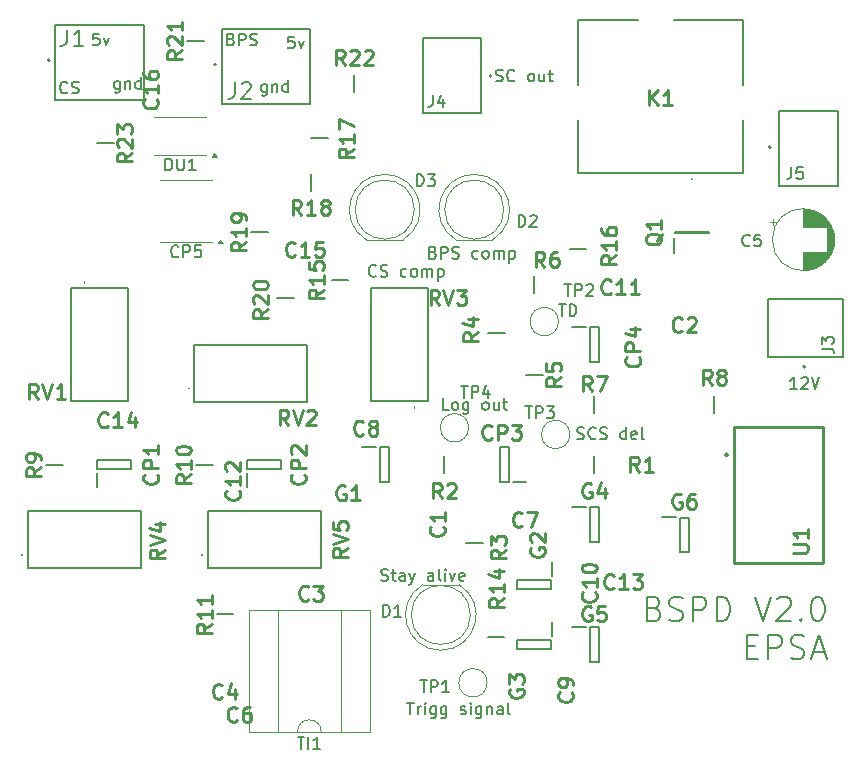
<source format=gbr>
%TF.GenerationSoftware,KiCad,Pcbnew,8.0.2*%
%TF.CreationDate,2024-06-16T16:38:09+02:00*%
%TF.ProjectId,BSPD,42535044-2e6b-4696-9361-645f70636258,rev?*%
%TF.SameCoordinates,Original*%
%TF.FileFunction,Legend,Top*%
%TF.FilePolarity,Positive*%
%FSLAX46Y46*%
G04 Gerber Fmt 4.6, Leading zero omitted, Abs format (unit mm)*
G04 Created by KiCad (PCBNEW 8.0.2) date 2024-06-16 16:38:09*
%MOMM*%
%LPD*%
G01*
G04 APERTURE LIST*
%ADD10C,0.150000*%
%ADD11C,0.200000*%
%ADD12C,0.254000*%
%ADD13C,0.120000*%
%ADD14C,0.127000*%
%ADD15C,0.100000*%
%ADD16C,0.053000*%
G04 APERTURE END LIST*
D10*
X121904142Y-55207819D02*
X121427952Y-55207819D01*
X121427952Y-55207819D02*
X121380333Y-55684009D01*
X121380333Y-55684009D02*
X121427952Y-55636390D01*
X121427952Y-55636390D02*
X121523190Y-55588771D01*
X121523190Y-55588771D02*
X121761285Y-55588771D01*
X121761285Y-55588771D02*
X121856523Y-55636390D01*
X121856523Y-55636390D02*
X121904142Y-55684009D01*
X121904142Y-55684009D02*
X121951761Y-55779247D01*
X121951761Y-55779247D02*
X121951761Y-56017342D01*
X121951761Y-56017342D02*
X121904142Y-56112580D01*
X121904142Y-56112580D02*
X121856523Y-56160200D01*
X121856523Y-56160200D02*
X121761285Y-56207819D01*
X121761285Y-56207819D02*
X121523190Y-56207819D01*
X121523190Y-56207819D02*
X121427952Y-56160200D01*
X121427952Y-56160200D02*
X121380333Y-56112580D01*
X122285095Y-55541152D02*
X122523190Y-56207819D01*
X122523190Y-56207819D02*
X122761285Y-55541152D01*
X138993857Y-58954200D02*
X139136714Y-59001819D01*
X139136714Y-59001819D02*
X139374809Y-59001819D01*
X139374809Y-59001819D02*
X139470047Y-58954200D01*
X139470047Y-58954200D02*
X139517666Y-58906580D01*
X139517666Y-58906580D02*
X139565285Y-58811342D01*
X139565285Y-58811342D02*
X139565285Y-58716104D01*
X139565285Y-58716104D02*
X139517666Y-58620866D01*
X139517666Y-58620866D02*
X139470047Y-58573247D01*
X139470047Y-58573247D02*
X139374809Y-58525628D01*
X139374809Y-58525628D02*
X139184333Y-58478009D01*
X139184333Y-58478009D02*
X139089095Y-58430390D01*
X139089095Y-58430390D02*
X139041476Y-58382771D01*
X139041476Y-58382771D02*
X138993857Y-58287533D01*
X138993857Y-58287533D02*
X138993857Y-58192295D01*
X138993857Y-58192295D02*
X139041476Y-58097057D01*
X139041476Y-58097057D02*
X139089095Y-58049438D01*
X139089095Y-58049438D02*
X139184333Y-58001819D01*
X139184333Y-58001819D02*
X139422428Y-58001819D01*
X139422428Y-58001819D02*
X139565285Y-58049438D01*
X140565285Y-58906580D02*
X140517666Y-58954200D01*
X140517666Y-58954200D02*
X140374809Y-59001819D01*
X140374809Y-59001819D02*
X140279571Y-59001819D01*
X140279571Y-59001819D02*
X140136714Y-58954200D01*
X140136714Y-58954200D02*
X140041476Y-58858961D01*
X140041476Y-58858961D02*
X139993857Y-58763723D01*
X139993857Y-58763723D02*
X139946238Y-58573247D01*
X139946238Y-58573247D02*
X139946238Y-58430390D01*
X139946238Y-58430390D02*
X139993857Y-58239914D01*
X139993857Y-58239914D02*
X140041476Y-58144676D01*
X140041476Y-58144676D02*
X140136714Y-58049438D01*
X140136714Y-58049438D02*
X140279571Y-58001819D01*
X140279571Y-58001819D02*
X140374809Y-58001819D01*
X140374809Y-58001819D02*
X140517666Y-58049438D01*
X140517666Y-58049438D02*
X140565285Y-58097057D01*
X141898619Y-59001819D02*
X141803381Y-58954200D01*
X141803381Y-58954200D02*
X141755762Y-58906580D01*
X141755762Y-58906580D02*
X141708143Y-58811342D01*
X141708143Y-58811342D02*
X141708143Y-58525628D01*
X141708143Y-58525628D02*
X141755762Y-58430390D01*
X141755762Y-58430390D02*
X141803381Y-58382771D01*
X141803381Y-58382771D02*
X141898619Y-58335152D01*
X141898619Y-58335152D02*
X142041476Y-58335152D01*
X142041476Y-58335152D02*
X142136714Y-58382771D01*
X142136714Y-58382771D02*
X142184333Y-58430390D01*
X142184333Y-58430390D02*
X142231952Y-58525628D01*
X142231952Y-58525628D02*
X142231952Y-58811342D01*
X142231952Y-58811342D02*
X142184333Y-58906580D01*
X142184333Y-58906580D02*
X142136714Y-58954200D01*
X142136714Y-58954200D02*
X142041476Y-59001819D01*
X142041476Y-59001819D02*
X141898619Y-59001819D01*
X143089095Y-58335152D02*
X143089095Y-59001819D01*
X142660524Y-58335152D02*
X142660524Y-58858961D01*
X142660524Y-58858961D02*
X142708143Y-58954200D01*
X142708143Y-58954200D02*
X142803381Y-59001819D01*
X142803381Y-59001819D02*
X142946238Y-59001819D01*
X142946238Y-59001819D02*
X143041476Y-58954200D01*
X143041476Y-58954200D02*
X143089095Y-58906580D01*
X143422429Y-58335152D02*
X143803381Y-58335152D01*
X143565286Y-58001819D02*
X143565286Y-58858961D01*
X143565286Y-58858961D02*
X143612905Y-58954200D01*
X143612905Y-58954200D02*
X143708143Y-59001819D01*
X143708143Y-59001819D02*
X143803381Y-59001819D01*
X128843528Y-75434374D02*
X128795909Y-75481994D01*
X128795909Y-75481994D02*
X128653052Y-75529613D01*
X128653052Y-75529613D02*
X128557814Y-75529613D01*
X128557814Y-75529613D02*
X128414957Y-75481994D01*
X128414957Y-75481994D02*
X128319719Y-75386755D01*
X128319719Y-75386755D02*
X128272100Y-75291517D01*
X128272100Y-75291517D02*
X128224481Y-75101041D01*
X128224481Y-75101041D02*
X128224481Y-74958184D01*
X128224481Y-74958184D02*
X128272100Y-74767708D01*
X128272100Y-74767708D02*
X128319719Y-74672470D01*
X128319719Y-74672470D02*
X128414957Y-74577232D01*
X128414957Y-74577232D02*
X128557814Y-74529613D01*
X128557814Y-74529613D02*
X128653052Y-74529613D01*
X128653052Y-74529613D02*
X128795909Y-74577232D01*
X128795909Y-74577232D02*
X128843528Y-74624851D01*
X129224481Y-75481994D02*
X129367338Y-75529613D01*
X129367338Y-75529613D02*
X129605433Y-75529613D01*
X129605433Y-75529613D02*
X129700671Y-75481994D01*
X129700671Y-75481994D02*
X129748290Y-75434374D01*
X129748290Y-75434374D02*
X129795909Y-75339136D01*
X129795909Y-75339136D02*
X129795909Y-75243898D01*
X129795909Y-75243898D02*
X129748290Y-75148660D01*
X129748290Y-75148660D02*
X129700671Y-75101041D01*
X129700671Y-75101041D02*
X129605433Y-75053422D01*
X129605433Y-75053422D02*
X129414957Y-75005803D01*
X129414957Y-75005803D02*
X129319719Y-74958184D01*
X129319719Y-74958184D02*
X129272100Y-74910565D01*
X129272100Y-74910565D02*
X129224481Y-74815327D01*
X129224481Y-74815327D02*
X129224481Y-74720089D01*
X129224481Y-74720089D02*
X129272100Y-74624851D01*
X129272100Y-74624851D02*
X129319719Y-74577232D01*
X129319719Y-74577232D02*
X129414957Y-74529613D01*
X129414957Y-74529613D02*
X129653052Y-74529613D01*
X129653052Y-74529613D02*
X129795909Y-74577232D01*
X131414957Y-75481994D02*
X131319719Y-75529613D01*
X131319719Y-75529613D02*
X131129243Y-75529613D01*
X131129243Y-75529613D02*
X131034005Y-75481994D01*
X131034005Y-75481994D02*
X130986386Y-75434374D01*
X130986386Y-75434374D02*
X130938767Y-75339136D01*
X130938767Y-75339136D02*
X130938767Y-75053422D01*
X130938767Y-75053422D02*
X130986386Y-74958184D01*
X130986386Y-74958184D02*
X131034005Y-74910565D01*
X131034005Y-74910565D02*
X131129243Y-74862946D01*
X131129243Y-74862946D02*
X131319719Y-74862946D01*
X131319719Y-74862946D02*
X131414957Y-74910565D01*
X131986386Y-75529613D02*
X131891148Y-75481994D01*
X131891148Y-75481994D02*
X131843529Y-75434374D01*
X131843529Y-75434374D02*
X131795910Y-75339136D01*
X131795910Y-75339136D02*
X131795910Y-75053422D01*
X131795910Y-75053422D02*
X131843529Y-74958184D01*
X131843529Y-74958184D02*
X131891148Y-74910565D01*
X131891148Y-74910565D02*
X131986386Y-74862946D01*
X131986386Y-74862946D02*
X132129243Y-74862946D01*
X132129243Y-74862946D02*
X132224481Y-74910565D01*
X132224481Y-74910565D02*
X132272100Y-74958184D01*
X132272100Y-74958184D02*
X132319719Y-75053422D01*
X132319719Y-75053422D02*
X132319719Y-75339136D01*
X132319719Y-75339136D02*
X132272100Y-75434374D01*
X132272100Y-75434374D02*
X132224481Y-75481994D01*
X132224481Y-75481994D02*
X132129243Y-75529613D01*
X132129243Y-75529613D02*
X131986386Y-75529613D01*
X132748291Y-75529613D02*
X132748291Y-74862946D01*
X132748291Y-74958184D02*
X132795910Y-74910565D01*
X132795910Y-74910565D02*
X132891148Y-74862946D01*
X132891148Y-74862946D02*
X133034005Y-74862946D01*
X133034005Y-74862946D02*
X133129243Y-74910565D01*
X133129243Y-74910565D02*
X133176862Y-75005803D01*
X133176862Y-75005803D02*
X133176862Y-75529613D01*
X133176862Y-75005803D02*
X133224481Y-74910565D01*
X133224481Y-74910565D02*
X133319719Y-74862946D01*
X133319719Y-74862946D02*
X133462576Y-74862946D01*
X133462576Y-74862946D02*
X133557815Y-74910565D01*
X133557815Y-74910565D02*
X133605434Y-75005803D01*
X133605434Y-75005803D02*
X133605434Y-75529613D01*
X134081624Y-74862946D02*
X134081624Y-75862946D01*
X134081624Y-74910565D02*
X134176862Y-74862946D01*
X134176862Y-74862946D02*
X134367338Y-74862946D01*
X134367338Y-74862946D02*
X134462576Y-74910565D01*
X134462576Y-74910565D02*
X134510195Y-74958184D01*
X134510195Y-74958184D02*
X134557814Y-75053422D01*
X134557814Y-75053422D02*
X134557814Y-75339136D01*
X134557814Y-75339136D02*
X134510195Y-75434374D01*
X134510195Y-75434374D02*
X134462576Y-75481994D01*
X134462576Y-75481994D02*
X134367338Y-75529613D01*
X134367338Y-75529613D02*
X134176862Y-75529613D01*
X134176862Y-75529613D02*
X134081624Y-75481994D01*
X129267443Y-101227007D02*
X129410300Y-101274626D01*
X129410300Y-101274626D02*
X129648395Y-101274626D01*
X129648395Y-101274626D02*
X129743633Y-101227007D01*
X129743633Y-101227007D02*
X129791252Y-101179387D01*
X129791252Y-101179387D02*
X129838871Y-101084149D01*
X129838871Y-101084149D02*
X129838871Y-100988911D01*
X129838871Y-100988911D02*
X129791252Y-100893673D01*
X129791252Y-100893673D02*
X129743633Y-100846054D01*
X129743633Y-100846054D02*
X129648395Y-100798435D01*
X129648395Y-100798435D02*
X129457919Y-100750816D01*
X129457919Y-100750816D02*
X129362681Y-100703197D01*
X129362681Y-100703197D02*
X129315062Y-100655578D01*
X129315062Y-100655578D02*
X129267443Y-100560340D01*
X129267443Y-100560340D02*
X129267443Y-100465102D01*
X129267443Y-100465102D02*
X129315062Y-100369864D01*
X129315062Y-100369864D02*
X129362681Y-100322245D01*
X129362681Y-100322245D02*
X129457919Y-100274626D01*
X129457919Y-100274626D02*
X129696014Y-100274626D01*
X129696014Y-100274626D02*
X129838871Y-100322245D01*
X130124586Y-100607959D02*
X130505538Y-100607959D01*
X130267443Y-100274626D02*
X130267443Y-101131768D01*
X130267443Y-101131768D02*
X130315062Y-101227007D01*
X130315062Y-101227007D02*
X130410300Y-101274626D01*
X130410300Y-101274626D02*
X130505538Y-101274626D01*
X131267443Y-101274626D02*
X131267443Y-100750816D01*
X131267443Y-100750816D02*
X131219824Y-100655578D01*
X131219824Y-100655578D02*
X131124586Y-100607959D01*
X131124586Y-100607959D02*
X130934110Y-100607959D01*
X130934110Y-100607959D02*
X130838872Y-100655578D01*
X131267443Y-101227007D02*
X131172205Y-101274626D01*
X131172205Y-101274626D02*
X130934110Y-101274626D01*
X130934110Y-101274626D02*
X130838872Y-101227007D01*
X130838872Y-101227007D02*
X130791253Y-101131768D01*
X130791253Y-101131768D02*
X130791253Y-101036530D01*
X130791253Y-101036530D02*
X130838872Y-100941292D01*
X130838872Y-100941292D02*
X130934110Y-100893673D01*
X130934110Y-100893673D02*
X131172205Y-100893673D01*
X131172205Y-100893673D02*
X131267443Y-100846054D01*
X131648396Y-100607959D02*
X131886491Y-101274626D01*
X132124586Y-100607959D02*
X131886491Y-101274626D01*
X131886491Y-101274626D02*
X131791253Y-101512721D01*
X131791253Y-101512721D02*
X131743634Y-101560340D01*
X131743634Y-101560340D02*
X131648396Y-101607959D01*
X133696015Y-101274626D02*
X133696015Y-100750816D01*
X133696015Y-100750816D02*
X133648396Y-100655578D01*
X133648396Y-100655578D02*
X133553158Y-100607959D01*
X133553158Y-100607959D02*
X133362682Y-100607959D01*
X133362682Y-100607959D02*
X133267444Y-100655578D01*
X133696015Y-101227007D02*
X133600777Y-101274626D01*
X133600777Y-101274626D02*
X133362682Y-101274626D01*
X133362682Y-101274626D02*
X133267444Y-101227007D01*
X133267444Y-101227007D02*
X133219825Y-101131768D01*
X133219825Y-101131768D02*
X133219825Y-101036530D01*
X133219825Y-101036530D02*
X133267444Y-100941292D01*
X133267444Y-100941292D02*
X133362682Y-100893673D01*
X133362682Y-100893673D02*
X133600777Y-100893673D01*
X133600777Y-100893673D02*
X133696015Y-100846054D01*
X134315063Y-101274626D02*
X134219825Y-101227007D01*
X134219825Y-101227007D02*
X134172206Y-101131768D01*
X134172206Y-101131768D02*
X134172206Y-100274626D01*
X134696016Y-101274626D02*
X134696016Y-100607959D01*
X134696016Y-100274626D02*
X134648397Y-100322245D01*
X134648397Y-100322245D02*
X134696016Y-100369864D01*
X134696016Y-100369864D02*
X134743635Y-100322245D01*
X134743635Y-100322245D02*
X134696016Y-100274626D01*
X134696016Y-100274626D02*
X134696016Y-100369864D01*
X135076968Y-100607959D02*
X135315063Y-101274626D01*
X135315063Y-101274626D02*
X135553158Y-100607959D01*
X136315063Y-101227007D02*
X136219825Y-101274626D01*
X136219825Y-101274626D02*
X136029349Y-101274626D01*
X136029349Y-101274626D02*
X135934111Y-101227007D01*
X135934111Y-101227007D02*
X135886492Y-101131768D01*
X135886492Y-101131768D02*
X135886492Y-100750816D01*
X135886492Y-100750816D02*
X135934111Y-100655578D01*
X135934111Y-100655578D02*
X136029349Y-100607959D01*
X136029349Y-100607959D02*
X136219825Y-100607959D01*
X136219825Y-100607959D02*
X136315063Y-100655578D01*
X136315063Y-100655578D02*
X136362682Y-100750816D01*
X136362682Y-100750816D02*
X136362682Y-100846054D01*
X136362682Y-100846054D02*
X135886492Y-100941292D01*
X105394142Y-54953819D02*
X104917952Y-54953819D01*
X104917952Y-54953819D02*
X104870333Y-55430009D01*
X104870333Y-55430009D02*
X104917952Y-55382390D01*
X104917952Y-55382390D02*
X105013190Y-55334771D01*
X105013190Y-55334771D02*
X105251285Y-55334771D01*
X105251285Y-55334771D02*
X105346523Y-55382390D01*
X105346523Y-55382390D02*
X105394142Y-55430009D01*
X105394142Y-55430009D02*
X105441761Y-55525247D01*
X105441761Y-55525247D02*
X105441761Y-55763342D01*
X105441761Y-55763342D02*
X105394142Y-55858580D01*
X105394142Y-55858580D02*
X105346523Y-55906200D01*
X105346523Y-55906200D02*
X105251285Y-55953819D01*
X105251285Y-55953819D02*
X105013190Y-55953819D01*
X105013190Y-55953819D02*
X104917952Y-55906200D01*
X104917952Y-55906200D02*
X104870333Y-55858580D01*
X105775095Y-55287152D02*
X106013190Y-55953819D01*
X106013190Y-55953819D02*
X106251285Y-55287152D01*
X102703333Y-59922580D02*
X102655714Y-59970200D01*
X102655714Y-59970200D02*
X102512857Y-60017819D01*
X102512857Y-60017819D02*
X102417619Y-60017819D01*
X102417619Y-60017819D02*
X102274762Y-59970200D01*
X102274762Y-59970200D02*
X102179524Y-59874961D01*
X102179524Y-59874961D02*
X102131905Y-59779723D01*
X102131905Y-59779723D02*
X102084286Y-59589247D01*
X102084286Y-59589247D02*
X102084286Y-59446390D01*
X102084286Y-59446390D02*
X102131905Y-59255914D01*
X102131905Y-59255914D02*
X102179524Y-59160676D01*
X102179524Y-59160676D02*
X102274762Y-59065438D01*
X102274762Y-59065438D02*
X102417619Y-59017819D01*
X102417619Y-59017819D02*
X102512857Y-59017819D01*
X102512857Y-59017819D02*
X102655714Y-59065438D01*
X102655714Y-59065438D02*
X102703333Y-59113057D01*
X103084286Y-59970200D02*
X103227143Y-60017819D01*
X103227143Y-60017819D02*
X103465238Y-60017819D01*
X103465238Y-60017819D02*
X103560476Y-59970200D01*
X103560476Y-59970200D02*
X103608095Y-59922580D01*
X103608095Y-59922580D02*
X103655714Y-59827342D01*
X103655714Y-59827342D02*
X103655714Y-59732104D01*
X103655714Y-59732104D02*
X103608095Y-59636866D01*
X103608095Y-59636866D02*
X103560476Y-59589247D01*
X103560476Y-59589247D02*
X103465238Y-59541628D01*
X103465238Y-59541628D02*
X103274762Y-59494009D01*
X103274762Y-59494009D02*
X103179524Y-59446390D01*
X103179524Y-59446390D02*
X103131905Y-59398771D01*
X103131905Y-59398771D02*
X103084286Y-59303533D01*
X103084286Y-59303533D02*
X103084286Y-59208295D01*
X103084286Y-59208295D02*
X103131905Y-59113057D01*
X103131905Y-59113057D02*
X103179524Y-59065438D01*
X103179524Y-59065438D02*
X103274762Y-59017819D01*
X103274762Y-59017819D02*
X103512857Y-59017819D01*
X103512857Y-59017819D02*
X103655714Y-59065438D01*
X116570238Y-55430009D02*
X116713095Y-55477628D01*
X116713095Y-55477628D02*
X116760714Y-55525247D01*
X116760714Y-55525247D02*
X116808333Y-55620485D01*
X116808333Y-55620485D02*
X116808333Y-55763342D01*
X116808333Y-55763342D02*
X116760714Y-55858580D01*
X116760714Y-55858580D02*
X116713095Y-55906200D01*
X116713095Y-55906200D02*
X116617857Y-55953819D01*
X116617857Y-55953819D02*
X116236905Y-55953819D01*
X116236905Y-55953819D02*
X116236905Y-54953819D01*
X116236905Y-54953819D02*
X116570238Y-54953819D01*
X116570238Y-54953819D02*
X116665476Y-55001438D01*
X116665476Y-55001438D02*
X116713095Y-55049057D01*
X116713095Y-55049057D02*
X116760714Y-55144295D01*
X116760714Y-55144295D02*
X116760714Y-55239533D01*
X116760714Y-55239533D02*
X116713095Y-55334771D01*
X116713095Y-55334771D02*
X116665476Y-55382390D01*
X116665476Y-55382390D02*
X116570238Y-55430009D01*
X116570238Y-55430009D02*
X116236905Y-55430009D01*
X117236905Y-55953819D02*
X117236905Y-54953819D01*
X117236905Y-54953819D02*
X117617857Y-54953819D01*
X117617857Y-54953819D02*
X117713095Y-55001438D01*
X117713095Y-55001438D02*
X117760714Y-55049057D01*
X117760714Y-55049057D02*
X117808333Y-55144295D01*
X117808333Y-55144295D02*
X117808333Y-55287152D01*
X117808333Y-55287152D02*
X117760714Y-55382390D01*
X117760714Y-55382390D02*
X117713095Y-55430009D01*
X117713095Y-55430009D02*
X117617857Y-55477628D01*
X117617857Y-55477628D02*
X117236905Y-55477628D01*
X118189286Y-55906200D02*
X118332143Y-55953819D01*
X118332143Y-55953819D02*
X118570238Y-55953819D01*
X118570238Y-55953819D02*
X118665476Y-55906200D01*
X118665476Y-55906200D02*
X118713095Y-55858580D01*
X118713095Y-55858580D02*
X118760714Y-55763342D01*
X118760714Y-55763342D02*
X118760714Y-55668104D01*
X118760714Y-55668104D02*
X118713095Y-55572866D01*
X118713095Y-55572866D02*
X118665476Y-55525247D01*
X118665476Y-55525247D02*
X118570238Y-55477628D01*
X118570238Y-55477628D02*
X118379762Y-55430009D01*
X118379762Y-55430009D02*
X118284524Y-55382390D01*
X118284524Y-55382390D02*
X118236905Y-55334771D01*
X118236905Y-55334771D02*
X118189286Y-55239533D01*
X118189286Y-55239533D02*
X118189286Y-55144295D01*
X118189286Y-55144295D02*
X118236905Y-55049057D01*
X118236905Y-55049057D02*
X118284524Y-55001438D01*
X118284524Y-55001438D02*
X118379762Y-54953819D01*
X118379762Y-54953819D02*
X118617857Y-54953819D01*
X118617857Y-54953819D02*
X118760714Y-55001438D01*
X144321105Y-77867717D02*
X144892533Y-77867717D01*
X144606819Y-78867717D02*
X144606819Y-77867717D01*
X145225867Y-78867717D02*
X145225867Y-77867717D01*
X145225867Y-77867717D02*
X145463962Y-77867717D01*
X145463962Y-77867717D02*
X145606819Y-77915336D01*
X145606819Y-77915336D02*
X145702057Y-78010574D01*
X145702057Y-78010574D02*
X145749676Y-78105812D01*
X145749676Y-78105812D02*
X145797295Y-78296288D01*
X145797295Y-78296288D02*
X145797295Y-78439145D01*
X145797295Y-78439145D02*
X145749676Y-78629621D01*
X145749676Y-78629621D02*
X145702057Y-78724859D01*
X145702057Y-78724859D02*
X145606819Y-78820098D01*
X145606819Y-78820098D02*
X145463962Y-78867717D01*
X145463962Y-78867717D02*
X145225867Y-78867717D01*
X131475762Y-111583616D02*
X132047190Y-111583616D01*
X131761476Y-112583616D02*
X131761476Y-111583616D01*
X132380524Y-112583616D02*
X132380524Y-111916949D01*
X132380524Y-112107425D02*
X132428143Y-112012187D01*
X132428143Y-112012187D02*
X132475762Y-111964568D01*
X132475762Y-111964568D02*
X132571000Y-111916949D01*
X132571000Y-111916949D02*
X132666238Y-111916949D01*
X132999572Y-112583616D02*
X132999572Y-111916949D01*
X132999572Y-111583616D02*
X132951953Y-111631235D01*
X132951953Y-111631235D02*
X132999572Y-111678854D01*
X132999572Y-111678854D02*
X133047191Y-111631235D01*
X133047191Y-111631235D02*
X132999572Y-111583616D01*
X132999572Y-111583616D02*
X132999572Y-111678854D01*
X133904333Y-111916949D02*
X133904333Y-112726473D01*
X133904333Y-112726473D02*
X133856714Y-112821711D01*
X133856714Y-112821711D02*
X133809095Y-112869330D01*
X133809095Y-112869330D02*
X133713857Y-112916949D01*
X133713857Y-112916949D02*
X133571000Y-112916949D01*
X133571000Y-112916949D02*
X133475762Y-112869330D01*
X133904333Y-112535997D02*
X133809095Y-112583616D01*
X133809095Y-112583616D02*
X133618619Y-112583616D01*
X133618619Y-112583616D02*
X133523381Y-112535997D01*
X133523381Y-112535997D02*
X133475762Y-112488377D01*
X133475762Y-112488377D02*
X133428143Y-112393139D01*
X133428143Y-112393139D02*
X133428143Y-112107425D01*
X133428143Y-112107425D02*
X133475762Y-112012187D01*
X133475762Y-112012187D02*
X133523381Y-111964568D01*
X133523381Y-111964568D02*
X133618619Y-111916949D01*
X133618619Y-111916949D02*
X133809095Y-111916949D01*
X133809095Y-111916949D02*
X133904333Y-111964568D01*
X134809095Y-111916949D02*
X134809095Y-112726473D01*
X134809095Y-112726473D02*
X134761476Y-112821711D01*
X134761476Y-112821711D02*
X134713857Y-112869330D01*
X134713857Y-112869330D02*
X134618619Y-112916949D01*
X134618619Y-112916949D02*
X134475762Y-112916949D01*
X134475762Y-112916949D02*
X134380524Y-112869330D01*
X134809095Y-112535997D02*
X134713857Y-112583616D01*
X134713857Y-112583616D02*
X134523381Y-112583616D01*
X134523381Y-112583616D02*
X134428143Y-112535997D01*
X134428143Y-112535997D02*
X134380524Y-112488377D01*
X134380524Y-112488377D02*
X134332905Y-112393139D01*
X134332905Y-112393139D02*
X134332905Y-112107425D01*
X134332905Y-112107425D02*
X134380524Y-112012187D01*
X134380524Y-112012187D02*
X134428143Y-111964568D01*
X134428143Y-111964568D02*
X134523381Y-111916949D01*
X134523381Y-111916949D02*
X134713857Y-111916949D01*
X134713857Y-111916949D02*
X134809095Y-111964568D01*
X135999572Y-112535997D02*
X136094810Y-112583616D01*
X136094810Y-112583616D02*
X136285286Y-112583616D01*
X136285286Y-112583616D02*
X136380524Y-112535997D01*
X136380524Y-112535997D02*
X136428143Y-112440758D01*
X136428143Y-112440758D02*
X136428143Y-112393139D01*
X136428143Y-112393139D02*
X136380524Y-112297901D01*
X136380524Y-112297901D02*
X136285286Y-112250282D01*
X136285286Y-112250282D02*
X136142429Y-112250282D01*
X136142429Y-112250282D02*
X136047191Y-112202663D01*
X136047191Y-112202663D02*
X135999572Y-112107425D01*
X135999572Y-112107425D02*
X135999572Y-112059806D01*
X135999572Y-112059806D02*
X136047191Y-111964568D01*
X136047191Y-111964568D02*
X136142429Y-111916949D01*
X136142429Y-111916949D02*
X136285286Y-111916949D01*
X136285286Y-111916949D02*
X136380524Y-111964568D01*
X136856715Y-112583616D02*
X136856715Y-111916949D01*
X136856715Y-111583616D02*
X136809096Y-111631235D01*
X136809096Y-111631235D02*
X136856715Y-111678854D01*
X136856715Y-111678854D02*
X136904334Y-111631235D01*
X136904334Y-111631235D02*
X136856715Y-111583616D01*
X136856715Y-111583616D02*
X136856715Y-111678854D01*
X137761476Y-111916949D02*
X137761476Y-112726473D01*
X137761476Y-112726473D02*
X137713857Y-112821711D01*
X137713857Y-112821711D02*
X137666238Y-112869330D01*
X137666238Y-112869330D02*
X137571000Y-112916949D01*
X137571000Y-112916949D02*
X137428143Y-112916949D01*
X137428143Y-112916949D02*
X137332905Y-112869330D01*
X137761476Y-112535997D02*
X137666238Y-112583616D01*
X137666238Y-112583616D02*
X137475762Y-112583616D01*
X137475762Y-112583616D02*
X137380524Y-112535997D01*
X137380524Y-112535997D02*
X137332905Y-112488377D01*
X137332905Y-112488377D02*
X137285286Y-112393139D01*
X137285286Y-112393139D02*
X137285286Y-112107425D01*
X137285286Y-112107425D02*
X137332905Y-112012187D01*
X137332905Y-112012187D02*
X137380524Y-111964568D01*
X137380524Y-111964568D02*
X137475762Y-111916949D01*
X137475762Y-111916949D02*
X137666238Y-111916949D01*
X137666238Y-111916949D02*
X137761476Y-111964568D01*
X138237667Y-111916949D02*
X138237667Y-112583616D01*
X138237667Y-112012187D02*
X138285286Y-111964568D01*
X138285286Y-111964568D02*
X138380524Y-111916949D01*
X138380524Y-111916949D02*
X138523381Y-111916949D01*
X138523381Y-111916949D02*
X138618619Y-111964568D01*
X138618619Y-111964568D02*
X138666238Y-112059806D01*
X138666238Y-112059806D02*
X138666238Y-112583616D01*
X139571000Y-112583616D02*
X139571000Y-112059806D01*
X139571000Y-112059806D02*
X139523381Y-111964568D01*
X139523381Y-111964568D02*
X139428143Y-111916949D01*
X139428143Y-111916949D02*
X139237667Y-111916949D01*
X139237667Y-111916949D02*
X139142429Y-111964568D01*
X139571000Y-112535997D02*
X139475762Y-112583616D01*
X139475762Y-112583616D02*
X139237667Y-112583616D01*
X139237667Y-112583616D02*
X139142429Y-112535997D01*
X139142429Y-112535997D02*
X139094810Y-112440758D01*
X139094810Y-112440758D02*
X139094810Y-112345520D01*
X139094810Y-112345520D02*
X139142429Y-112250282D01*
X139142429Y-112250282D02*
X139237667Y-112202663D01*
X139237667Y-112202663D02*
X139475762Y-112202663D01*
X139475762Y-112202663D02*
X139571000Y-112155044D01*
X140190048Y-112583616D02*
X140094810Y-112535997D01*
X140094810Y-112535997D02*
X140047191Y-112440758D01*
X140047191Y-112440758D02*
X140047191Y-111583616D01*
X133666233Y-73472914D02*
X133809090Y-73520533D01*
X133809090Y-73520533D02*
X133856709Y-73568152D01*
X133856709Y-73568152D02*
X133904328Y-73663390D01*
X133904328Y-73663390D02*
X133904328Y-73806247D01*
X133904328Y-73806247D02*
X133856709Y-73901485D01*
X133856709Y-73901485D02*
X133809090Y-73949105D01*
X133809090Y-73949105D02*
X133713852Y-73996724D01*
X133713852Y-73996724D02*
X133332900Y-73996724D01*
X133332900Y-73996724D02*
X133332900Y-72996724D01*
X133332900Y-72996724D02*
X133666233Y-72996724D01*
X133666233Y-72996724D02*
X133761471Y-73044343D01*
X133761471Y-73044343D02*
X133809090Y-73091962D01*
X133809090Y-73091962D02*
X133856709Y-73187200D01*
X133856709Y-73187200D02*
X133856709Y-73282438D01*
X133856709Y-73282438D02*
X133809090Y-73377676D01*
X133809090Y-73377676D02*
X133761471Y-73425295D01*
X133761471Y-73425295D02*
X133666233Y-73472914D01*
X133666233Y-73472914D02*
X133332900Y-73472914D01*
X134332900Y-73996724D02*
X134332900Y-72996724D01*
X134332900Y-72996724D02*
X134713852Y-72996724D01*
X134713852Y-72996724D02*
X134809090Y-73044343D01*
X134809090Y-73044343D02*
X134856709Y-73091962D01*
X134856709Y-73091962D02*
X134904328Y-73187200D01*
X134904328Y-73187200D02*
X134904328Y-73330057D01*
X134904328Y-73330057D02*
X134856709Y-73425295D01*
X134856709Y-73425295D02*
X134809090Y-73472914D01*
X134809090Y-73472914D02*
X134713852Y-73520533D01*
X134713852Y-73520533D02*
X134332900Y-73520533D01*
X135285281Y-73949105D02*
X135428138Y-73996724D01*
X135428138Y-73996724D02*
X135666233Y-73996724D01*
X135666233Y-73996724D02*
X135761471Y-73949105D01*
X135761471Y-73949105D02*
X135809090Y-73901485D01*
X135809090Y-73901485D02*
X135856709Y-73806247D01*
X135856709Y-73806247D02*
X135856709Y-73711009D01*
X135856709Y-73711009D02*
X135809090Y-73615771D01*
X135809090Y-73615771D02*
X135761471Y-73568152D01*
X135761471Y-73568152D02*
X135666233Y-73520533D01*
X135666233Y-73520533D02*
X135475757Y-73472914D01*
X135475757Y-73472914D02*
X135380519Y-73425295D01*
X135380519Y-73425295D02*
X135332900Y-73377676D01*
X135332900Y-73377676D02*
X135285281Y-73282438D01*
X135285281Y-73282438D02*
X135285281Y-73187200D01*
X135285281Y-73187200D02*
X135332900Y-73091962D01*
X135332900Y-73091962D02*
X135380519Y-73044343D01*
X135380519Y-73044343D02*
X135475757Y-72996724D01*
X135475757Y-72996724D02*
X135713852Y-72996724D01*
X135713852Y-72996724D02*
X135856709Y-73044343D01*
X137475757Y-73949105D02*
X137380519Y-73996724D01*
X137380519Y-73996724D02*
X137190043Y-73996724D01*
X137190043Y-73996724D02*
X137094805Y-73949105D01*
X137094805Y-73949105D02*
X137047186Y-73901485D01*
X137047186Y-73901485D02*
X136999567Y-73806247D01*
X136999567Y-73806247D02*
X136999567Y-73520533D01*
X136999567Y-73520533D02*
X137047186Y-73425295D01*
X137047186Y-73425295D02*
X137094805Y-73377676D01*
X137094805Y-73377676D02*
X137190043Y-73330057D01*
X137190043Y-73330057D02*
X137380519Y-73330057D01*
X137380519Y-73330057D02*
X137475757Y-73377676D01*
X138047186Y-73996724D02*
X137951948Y-73949105D01*
X137951948Y-73949105D02*
X137904329Y-73901485D01*
X137904329Y-73901485D02*
X137856710Y-73806247D01*
X137856710Y-73806247D02*
X137856710Y-73520533D01*
X137856710Y-73520533D02*
X137904329Y-73425295D01*
X137904329Y-73425295D02*
X137951948Y-73377676D01*
X137951948Y-73377676D02*
X138047186Y-73330057D01*
X138047186Y-73330057D02*
X138190043Y-73330057D01*
X138190043Y-73330057D02*
X138285281Y-73377676D01*
X138285281Y-73377676D02*
X138332900Y-73425295D01*
X138332900Y-73425295D02*
X138380519Y-73520533D01*
X138380519Y-73520533D02*
X138380519Y-73806247D01*
X138380519Y-73806247D02*
X138332900Y-73901485D01*
X138332900Y-73901485D02*
X138285281Y-73949105D01*
X138285281Y-73949105D02*
X138190043Y-73996724D01*
X138190043Y-73996724D02*
X138047186Y-73996724D01*
X138809091Y-73996724D02*
X138809091Y-73330057D01*
X138809091Y-73425295D02*
X138856710Y-73377676D01*
X138856710Y-73377676D02*
X138951948Y-73330057D01*
X138951948Y-73330057D02*
X139094805Y-73330057D01*
X139094805Y-73330057D02*
X139190043Y-73377676D01*
X139190043Y-73377676D02*
X139237662Y-73472914D01*
X139237662Y-73472914D02*
X139237662Y-73996724D01*
X139237662Y-73472914D02*
X139285281Y-73377676D01*
X139285281Y-73377676D02*
X139380519Y-73330057D01*
X139380519Y-73330057D02*
X139523376Y-73330057D01*
X139523376Y-73330057D02*
X139618615Y-73377676D01*
X139618615Y-73377676D02*
X139666234Y-73472914D01*
X139666234Y-73472914D02*
X139666234Y-73996724D01*
X140142424Y-73330057D02*
X140142424Y-74330057D01*
X140142424Y-73377676D02*
X140237662Y-73330057D01*
X140237662Y-73330057D02*
X140428138Y-73330057D01*
X140428138Y-73330057D02*
X140523376Y-73377676D01*
X140523376Y-73377676D02*
X140570995Y-73425295D01*
X140570995Y-73425295D02*
X140618614Y-73520533D01*
X140618614Y-73520533D02*
X140618614Y-73806247D01*
X140618614Y-73806247D02*
X140570995Y-73901485D01*
X140570995Y-73901485D02*
X140523376Y-73949105D01*
X140523376Y-73949105D02*
X140428138Y-73996724D01*
X140428138Y-73996724D02*
X140237662Y-73996724D01*
X140237662Y-73996724D02*
X140142424Y-73949105D01*
X145872681Y-89238944D02*
X146015538Y-89286563D01*
X146015538Y-89286563D02*
X146253633Y-89286563D01*
X146253633Y-89286563D02*
X146348871Y-89238944D01*
X146348871Y-89238944D02*
X146396490Y-89191324D01*
X146396490Y-89191324D02*
X146444109Y-89096086D01*
X146444109Y-89096086D02*
X146444109Y-89000848D01*
X146444109Y-89000848D02*
X146396490Y-88905610D01*
X146396490Y-88905610D02*
X146348871Y-88857991D01*
X146348871Y-88857991D02*
X146253633Y-88810372D01*
X146253633Y-88810372D02*
X146063157Y-88762753D01*
X146063157Y-88762753D02*
X145967919Y-88715134D01*
X145967919Y-88715134D02*
X145920300Y-88667515D01*
X145920300Y-88667515D02*
X145872681Y-88572277D01*
X145872681Y-88572277D02*
X145872681Y-88477039D01*
X145872681Y-88477039D02*
X145920300Y-88381801D01*
X145920300Y-88381801D02*
X145967919Y-88334182D01*
X145967919Y-88334182D02*
X146063157Y-88286563D01*
X146063157Y-88286563D02*
X146301252Y-88286563D01*
X146301252Y-88286563D02*
X146444109Y-88334182D01*
X147444109Y-89191324D02*
X147396490Y-89238944D01*
X147396490Y-89238944D02*
X147253633Y-89286563D01*
X147253633Y-89286563D02*
X147158395Y-89286563D01*
X147158395Y-89286563D02*
X147015538Y-89238944D01*
X147015538Y-89238944D02*
X146920300Y-89143705D01*
X146920300Y-89143705D02*
X146872681Y-89048467D01*
X146872681Y-89048467D02*
X146825062Y-88857991D01*
X146825062Y-88857991D02*
X146825062Y-88715134D01*
X146825062Y-88715134D02*
X146872681Y-88524658D01*
X146872681Y-88524658D02*
X146920300Y-88429420D01*
X146920300Y-88429420D02*
X147015538Y-88334182D01*
X147015538Y-88334182D02*
X147158395Y-88286563D01*
X147158395Y-88286563D02*
X147253633Y-88286563D01*
X147253633Y-88286563D02*
X147396490Y-88334182D01*
X147396490Y-88334182D02*
X147444109Y-88381801D01*
X147825062Y-89238944D02*
X147967919Y-89286563D01*
X147967919Y-89286563D02*
X148206014Y-89286563D01*
X148206014Y-89286563D02*
X148301252Y-89238944D01*
X148301252Y-89238944D02*
X148348871Y-89191324D01*
X148348871Y-89191324D02*
X148396490Y-89096086D01*
X148396490Y-89096086D02*
X148396490Y-89000848D01*
X148396490Y-89000848D02*
X148348871Y-88905610D01*
X148348871Y-88905610D02*
X148301252Y-88857991D01*
X148301252Y-88857991D02*
X148206014Y-88810372D01*
X148206014Y-88810372D02*
X148015538Y-88762753D01*
X148015538Y-88762753D02*
X147920300Y-88715134D01*
X147920300Y-88715134D02*
X147872681Y-88667515D01*
X147872681Y-88667515D02*
X147825062Y-88572277D01*
X147825062Y-88572277D02*
X147825062Y-88477039D01*
X147825062Y-88477039D02*
X147872681Y-88381801D01*
X147872681Y-88381801D02*
X147920300Y-88334182D01*
X147920300Y-88334182D02*
X148015538Y-88286563D01*
X148015538Y-88286563D02*
X148253633Y-88286563D01*
X148253633Y-88286563D02*
X148396490Y-88334182D01*
X150015538Y-89286563D02*
X150015538Y-88286563D01*
X150015538Y-89238944D02*
X149920300Y-89286563D01*
X149920300Y-89286563D02*
X149729824Y-89286563D01*
X149729824Y-89286563D02*
X149634586Y-89238944D01*
X149634586Y-89238944D02*
X149586967Y-89191324D01*
X149586967Y-89191324D02*
X149539348Y-89096086D01*
X149539348Y-89096086D02*
X149539348Y-88810372D01*
X149539348Y-88810372D02*
X149586967Y-88715134D01*
X149586967Y-88715134D02*
X149634586Y-88667515D01*
X149634586Y-88667515D02*
X149729824Y-88619896D01*
X149729824Y-88619896D02*
X149920300Y-88619896D01*
X149920300Y-88619896D02*
X150015538Y-88667515D01*
X150872681Y-89238944D02*
X150777443Y-89286563D01*
X150777443Y-89286563D02*
X150586967Y-89286563D01*
X150586967Y-89286563D02*
X150491729Y-89238944D01*
X150491729Y-89238944D02*
X150444110Y-89143705D01*
X150444110Y-89143705D02*
X150444110Y-88762753D01*
X150444110Y-88762753D02*
X150491729Y-88667515D01*
X150491729Y-88667515D02*
X150586967Y-88619896D01*
X150586967Y-88619896D02*
X150777443Y-88619896D01*
X150777443Y-88619896D02*
X150872681Y-88667515D01*
X150872681Y-88667515D02*
X150920300Y-88762753D01*
X150920300Y-88762753D02*
X150920300Y-88857991D01*
X150920300Y-88857991D02*
X150444110Y-88953229D01*
X151491729Y-89286563D02*
X151396491Y-89238944D01*
X151396491Y-89238944D02*
X151348872Y-89143705D01*
X151348872Y-89143705D02*
X151348872Y-88286563D01*
D11*
X152441716Y-103616475D02*
X152727430Y-103711713D01*
X152727430Y-103711713D02*
X152822668Y-103806951D01*
X152822668Y-103806951D02*
X152917906Y-103997427D01*
X152917906Y-103997427D02*
X152917906Y-104283141D01*
X152917906Y-104283141D02*
X152822668Y-104473617D01*
X152822668Y-104473617D02*
X152727430Y-104568856D01*
X152727430Y-104568856D02*
X152536954Y-104664094D01*
X152536954Y-104664094D02*
X151775049Y-104664094D01*
X151775049Y-104664094D02*
X151775049Y-102664094D01*
X151775049Y-102664094D02*
X152441716Y-102664094D01*
X152441716Y-102664094D02*
X152632192Y-102759332D01*
X152632192Y-102759332D02*
X152727430Y-102854570D01*
X152727430Y-102854570D02*
X152822668Y-103045046D01*
X152822668Y-103045046D02*
X152822668Y-103235522D01*
X152822668Y-103235522D02*
X152727430Y-103425998D01*
X152727430Y-103425998D02*
X152632192Y-103521236D01*
X152632192Y-103521236D02*
X152441716Y-103616475D01*
X152441716Y-103616475D02*
X151775049Y-103616475D01*
X153679811Y-104568856D02*
X153965525Y-104664094D01*
X153965525Y-104664094D02*
X154441716Y-104664094D01*
X154441716Y-104664094D02*
X154632192Y-104568856D01*
X154632192Y-104568856D02*
X154727430Y-104473617D01*
X154727430Y-104473617D02*
X154822668Y-104283141D01*
X154822668Y-104283141D02*
X154822668Y-104092665D01*
X154822668Y-104092665D02*
X154727430Y-103902189D01*
X154727430Y-103902189D02*
X154632192Y-103806951D01*
X154632192Y-103806951D02*
X154441716Y-103711713D01*
X154441716Y-103711713D02*
X154060763Y-103616475D01*
X154060763Y-103616475D02*
X153870287Y-103521236D01*
X153870287Y-103521236D02*
X153775049Y-103425998D01*
X153775049Y-103425998D02*
X153679811Y-103235522D01*
X153679811Y-103235522D02*
X153679811Y-103045046D01*
X153679811Y-103045046D02*
X153775049Y-102854570D01*
X153775049Y-102854570D02*
X153870287Y-102759332D01*
X153870287Y-102759332D02*
X154060763Y-102664094D01*
X154060763Y-102664094D02*
X154536954Y-102664094D01*
X154536954Y-102664094D02*
X154822668Y-102759332D01*
X155679811Y-104664094D02*
X155679811Y-102664094D01*
X155679811Y-102664094D02*
X156441716Y-102664094D01*
X156441716Y-102664094D02*
X156632192Y-102759332D01*
X156632192Y-102759332D02*
X156727430Y-102854570D01*
X156727430Y-102854570D02*
X156822668Y-103045046D01*
X156822668Y-103045046D02*
X156822668Y-103330760D01*
X156822668Y-103330760D02*
X156727430Y-103521236D01*
X156727430Y-103521236D02*
X156632192Y-103616475D01*
X156632192Y-103616475D02*
X156441716Y-103711713D01*
X156441716Y-103711713D02*
X155679811Y-103711713D01*
X157679811Y-104664094D02*
X157679811Y-102664094D01*
X157679811Y-102664094D02*
X158156001Y-102664094D01*
X158156001Y-102664094D02*
X158441716Y-102759332D01*
X158441716Y-102759332D02*
X158632192Y-102949808D01*
X158632192Y-102949808D02*
X158727430Y-103140284D01*
X158727430Y-103140284D02*
X158822668Y-103521236D01*
X158822668Y-103521236D02*
X158822668Y-103806951D01*
X158822668Y-103806951D02*
X158727430Y-104187903D01*
X158727430Y-104187903D02*
X158632192Y-104378379D01*
X158632192Y-104378379D02*
X158441716Y-104568856D01*
X158441716Y-104568856D02*
X158156001Y-104664094D01*
X158156001Y-104664094D02*
X157679811Y-104664094D01*
X160917907Y-102664094D02*
X161584573Y-104664094D01*
X161584573Y-104664094D02*
X162251240Y-102664094D01*
X162822669Y-102854570D02*
X162917907Y-102759332D01*
X162917907Y-102759332D02*
X163108383Y-102664094D01*
X163108383Y-102664094D02*
X163584574Y-102664094D01*
X163584574Y-102664094D02*
X163775050Y-102759332D01*
X163775050Y-102759332D02*
X163870288Y-102854570D01*
X163870288Y-102854570D02*
X163965526Y-103045046D01*
X163965526Y-103045046D02*
X163965526Y-103235522D01*
X163965526Y-103235522D02*
X163870288Y-103521236D01*
X163870288Y-103521236D02*
X162727431Y-104664094D01*
X162727431Y-104664094D02*
X163965526Y-104664094D01*
X164822669Y-104473617D02*
X164917907Y-104568856D01*
X164917907Y-104568856D02*
X164822669Y-104664094D01*
X164822669Y-104664094D02*
X164727431Y-104568856D01*
X164727431Y-104568856D02*
X164822669Y-104473617D01*
X164822669Y-104473617D02*
X164822669Y-104664094D01*
X166156002Y-102664094D02*
X166346479Y-102664094D01*
X166346479Y-102664094D02*
X166536955Y-102759332D01*
X166536955Y-102759332D02*
X166632193Y-102854570D01*
X166632193Y-102854570D02*
X166727431Y-103045046D01*
X166727431Y-103045046D02*
X166822669Y-103425998D01*
X166822669Y-103425998D02*
X166822669Y-103902189D01*
X166822669Y-103902189D02*
X166727431Y-104283141D01*
X166727431Y-104283141D02*
X166632193Y-104473617D01*
X166632193Y-104473617D02*
X166536955Y-104568856D01*
X166536955Y-104568856D02*
X166346479Y-104664094D01*
X166346479Y-104664094D02*
X166156002Y-104664094D01*
X166156002Y-104664094D02*
X165965526Y-104568856D01*
X165965526Y-104568856D02*
X165870288Y-104473617D01*
X165870288Y-104473617D02*
X165775050Y-104283141D01*
X165775050Y-104283141D02*
X165679812Y-103902189D01*
X165679812Y-103902189D02*
X165679812Y-103425998D01*
X165679812Y-103425998D02*
X165775050Y-103045046D01*
X165775050Y-103045046D02*
X165870288Y-102854570D01*
X165870288Y-102854570D02*
X165965526Y-102759332D01*
X165965526Y-102759332D02*
X166156002Y-102664094D01*
X160251240Y-106836363D02*
X160917907Y-106836363D01*
X161203621Y-107883982D02*
X160251240Y-107883982D01*
X160251240Y-107883982D02*
X160251240Y-105883982D01*
X160251240Y-105883982D02*
X161203621Y-105883982D01*
X162060764Y-107883982D02*
X162060764Y-105883982D01*
X162060764Y-105883982D02*
X162822669Y-105883982D01*
X162822669Y-105883982D02*
X163013145Y-105979220D01*
X163013145Y-105979220D02*
X163108383Y-106074458D01*
X163108383Y-106074458D02*
X163203621Y-106264934D01*
X163203621Y-106264934D02*
X163203621Y-106550648D01*
X163203621Y-106550648D02*
X163108383Y-106741124D01*
X163108383Y-106741124D02*
X163013145Y-106836363D01*
X163013145Y-106836363D02*
X162822669Y-106931601D01*
X162822669Y-106931601D02*
X162060764Y-106931601D01*
X163965526Y-107788744D02*
X164251240Y-107883982D01*
X164251240Y-107883982D02*
X164727431Y-107883982D01*
X164727431Y-107883982D02*
X164917907Y-107788744D01*
X164917907Y-107788744D02*
X165013145Y-107693505D01*
X165013145Y-107693505D02*
X165108383Y-107503029D01*
X165108383Y-107503029D02*
X165108383Y-107312553D01*
X165108383Y-107312553D02*
X165013145Y-107122077D01*
X165013145Y-107122077D02*
X164917907Y-107026839D01*
X164917907Y-107026839D02*
X164727431Y-106931601D01*
X164727431Y-106931601D02*
X164346478Y-106836363D01*
X164346478Y-106836363D02*
X164156002Y-106741124D01*
X164156002Y-106741124D02*
X164060764Y-106645886D01*
X164060764Y-106645886D02*
X163965526Y-106455410D01*
X163965526Y-106455410D02*
X163965526Y-106264934D01*
X163965526Y-106264934D02*
X164060764Y-106074458D01*
X164060764Y-106074458D02*
X164156002Y-105979220D01*
X164156002Y-105979220D02*
X164346478Y-105883982D01*
X164346478Y-105883982D02*
X164822669Y-105883982D01*
X164822669Y-105883982D02*
X165108383Y-105979220D01*
X165870288Y-107312553D02*
X166822669Y-107312553D01*
X165679812Y-107883982D02*
X166346478Y-105883982D01*
X166346478Y-105883982D02*
X167013145Y-107883982D01*
D10*
X107132523Y-58970152D02*
X107132523Y-59779676D01*
X107132523Y-59779676D02*
X107084904Y-59874914D01*
X107084904Y-59874914D02*
X107037285Y-59922533D01*
X107037285Y-59922533D02*
X106942047Y-59970152D01*
X106942047Y-59970152D02*
X106799190Y-59970152D01*
X106799190Y-59970152D02*
X106703952Y-59922533D01*
X107132523Y-59589200D02*
X107037285Y-59636819D01*
X107037285Y-59636819D02*
X106846809Y-59636819D01*
X106846809Y-59636819D02*
X106751571Y-59589200D01*
X106751571Y-59589200D02*
X106703952Y-59541580D01*
X106703952Y-59541580D02*
X106656333Y-59446342D01*
X106656333Y-59446342D02*
X106656333Y-59160628D01*
X106656333Y-59160628D02*
X106703952Y-59065390D01*
X106703952Y-59065390D02*
X106751571Y-59017771D01*
X106751571Y-59017771D02*
X106846809Y-58970152D01*
X106846809Y-58970152D02*
X107037285Y-58970152D01*
X107037285Y-58970152D02*
X107132523Y-59017771D01*
X107608714Y-58970152D02*
X107608714Y-59636819D01*
X107608714Y-59065390D02*
X107656333Y-59017771D01*
X107656333Y-59017771D02*
X107751571Y-58970152D01*
X107751571Y-58970152D02*
X107894428Y-58970152D01*
X107894428Y-58970152D02*
X107989666Y-59017771D01*
X107989666Y-59017771D02*
X108037285Y-59113009D01*
X108037285Y-59113009D02*
X108037285Y-59636819D01*
X108942047Y-59636819D02*
X108942047Y-58636819D01*
X108942047Y-59589200D02*
X108846809Y-59636819D01*
X108846809Y-59636819D02*
X108656333Y-59636819D01*
X108656333Y-59636819D02*
X108561095Y-59589200D01*
X108561095Y-59589200D02*
X108513476Y-59541580D01*
X108513476Y-59541580D02*
X108465857Y-59446342D01*
X108465857Y-59446342D02*
X108465857Y-59160628D01*
X108465857Y-59160628D02*
X108513476Y-59065390D01*
X108513476Y-59065390D02*
X108561095Y-59017771D01*
X108561095Y-59017771D02*
X108656333Y-58970152D01*
X108656333Y-58970152D02*
X108846809Y-58970152D01*
X108846809Y-58970152D02*
X108942047Y-59017771D01*
X119578523Y-59224152D02*
X119578523Y-60033676D01*
X119578523Y-60033676D02*
X119530904Y-60128914D01*
X119530904Y-60128914D02*
X119483285Y-60176533D01*
X119483285Y-60176533D02*
X119388047Y-60224152D01*
X119388047Y-60224152D02*
X119245190Y-60224152D01*
X119245190Y-60224152D02*
X119149952Y-60176533D01*
X119578523Y-59843200D02*
X119483285Y-59890819D01*
X119483285Y-59890819D02*
X119292809Y-59890819D01*
X119292809Y-59890819D02*
X119197571Y-59843200D01*
X119197571Y-59843200D02*
X119149952Y-59795580D01*
X119149952Y-59795580D02*
X119102333Y-59700342D01*
X119102333Y-59700342D02*
X119102333Y-59414628D01*
X119102333Y-59414628D02*
X119149952Y-59319390D01*
X119149952Y-59319390D02*
X119197571Y-59271771D01*
X119197571Y-59271771D02*
X119292809Y-59224152D01*
X119292809Y-59224152D02*
X119483285Y-59224152D01*
X119483285Y-59224152D02*
X119578523Y-59271771D01*
X120054714Y-59224152D02*
X120054714Y-59890819D01*
X120054714Y-59319390D02*
X120102333Y-59271771D01*
X120102333Y-59271771D02*
X120197571Y-59224152D01*
X120197571Y-59224152D02*
X120340428Y-59224152D01*
X120340428Y-59224152D02*
X120435666Y-59271771D01*
X120435666Y-59271771D02*
X120483285Y-59367009D01*
X120483285Y-59367009D02*
X120483285Y-59890819D01*
X121388047Y-59890819D02*
X121388047Y-58890819D01*
X121388047Y-59843200D02*
X121292809Y-59890819D01*
X121292809Y-59890819D02*
X121102333Y-59890819D01*
X121102333Y-59890819D02*
X121007095Y-59843200D01*
X121007095Y-59843200D02*
X120959476Y-59795580D01*
X120959476Y-59795580D02*
X120911857Y-59700342D01*
X120911857Y-59700342D02*
X120911857Y-59414628D01*
X120911857Y-59414628D02*
X120959476Y-59319390D01*
X120959476Y-59319390D02*
X121007095Y-59271771D01*
X121007095Y-59271771D02*
X121102333Y-59224152D01*
X121102333Y-59224152D02*
X121292809Y-59224152D01*
X121292809Y-59224152D02*
X121388047Y-59271771D01*
X134993332Y-86814819D02*
X134517142Y-86814819D01*
X134517142Y-86814819D02*
X134517142Y-85814819D01*
X135469523Y-86814819D02*
X135374285Y-86767200D01*
X135374285Y-86767200D02*
X135326666Y-86719580D01*
X135326666Y-86719580D02*
X135279047Y-86624342D01*
X135279047Y-86624342D02*
X135279047Y-86338628D01*
X135279047Y-86338628D02*
X135326666Y-86243390D01*
X135326666Y-86243390D02*
X135374285Y-86195771D01*
X135374285Y-86195771D02*
X135469523Y-86148152D01*
X135469523Y-86148152D02*
X135612380Y-86148152D01*
X135612380Y-86148152D02*
X135707618Y-86195771D01*
X135707618Y-86195771D02*
X135755237Y-86243390D01*
X135755237Y-86243390D02*
X135802856Y-86338628D01*
X135802856Y-86338628D02*
X135802856Y-86624342D01*
X135802856Y-86624342D02*
X135755237Y-86719580D01*
X135755237Y-86719580D02*
X135707618Y-86767200D01*
X135707618Y-86767200D02*
X135612380Y-86814819D01*
X135612380Y-86814819D02*
X135469523Y-86814819D01*
X136659999Y-86148152D02*
X136659999Y-86957676D01*
X136659999Y-86957676D02*
X136612380Y-87052914D01*
X136612380Y-87052914D02*
X136564761Y-87100533D01*
X136564761Y-87100533D02*
X136469523Y-87148152D01*
X136469523Y-87148152D02*
X136326666Y-87148152D01*
X136326666Y-87148152D02*
X136231428Y-87100533D01*
X136659999Y-86767200D02*
X136564761Y-86814819D01*
X136564761Y-86814819D02*
X136374285Y-86814819D01*
X136374285Y-86814819D02*
X136279047Y-86767200D01*
X136279047Y-86767200D02*
X136231428Y-86719580D01*
X136231428Y-86719580D02*
X136183809Y-86624342D01*
X136183809Y-86624342D02*
X136183809Y-86338628D01*
X136183809Y-86338628D02*
X136231428Y-86243390D01*
X136231428Y-86243390D02*
X136279047Y-86195771D01*
X136279047Y-86195771D02*
X136374285Y-86148152D01*
X136374285Y-86148152D02*
X136564761Y-86148152D01*
X136564761Y-86148152D02*
X136659999Y-86195771D01*
X138040952Y-86814819D02*
X137945714Y-86767200D01*
X137945714Y-86767200D02*
X137898095Y-86719580D01*
X137898095Y-86719580D02*
X137850476Y-86624342D01*
X137850476Y-86624342D02*
X137850476Y-86338628D01*
X137850476Y-86338628D02*
X137898095Y-86243390D01*
X137898095Y-86243390D02*
X137945714Y-86195771D01*
X137945714Y-86195771D02*
X138040952Y-86148152D01*
X138040952Y-86148152D02*
X138183809Y-86148152D01*
X138183809Y-86148152D02*
X138279047Y-86195771D01*
X138279047Y-86195771D02*
X138326666Y-86243390D01*
X138326666Y-86243390D02*
X138374285Y-86338628D01*
X138374285Y-86338628D02*
X138374285Y-86624342D01*
X138374285Y-86624342D02*
X138326666Y-86719580D01*
X138326666Y-86719580D02*
X138279047Y-86767200D01*
X138279047Y-86767200D02*
X138183809Y-86814819D01*
X138183809Y-86814819D02*
X138040952Y-86814819D01*
X139231428Y-86148152D02*
X139231428Y-86814819D01*
X138802857Y-86148152D02*
X138802857Y-86671961D01*
X138802857Y-86671961D02*
X138850476Y-86767200D01*
X138850476Y-86767200D02*
X138945714Y-86814819D01*
X138945714Y-86814819D02*
X139088571Y-86814819D01*
X139088571Y-86814819D02*
X139183809Y-86767200D01*
X139183809Y-86767200D02*
X139231428Y-86719580D01*
X139564762Y-86148152D02*
X139945714Y-86148152D01*
X139707619Y-85814819D02*
X139707619Y-86671961D01*
X139707619Y-86671961D02*
X139755238Y-86767200D01*
X139755238Y-86767200D02*
X139850476Y-86814819D01*
X139850476Y-86814819D02*
X139945714Y-86814819D01*
X164480952Y-85036819D02*
X163909524Y-85036819D01*
X164195238Y-85036819D02*
X164195238Y-84036819D01*
X164195238Y-84036819D02*
X164100000Y-84179676D01*
X164100000Y-84179676D02*
X164004762Y-84274914D01*
X164004762Y-84274914D02*
X163909524Y-84322533D01*
X164861905Y-84132057D02*
X164909524Y-84084438D01*
X164909524Y-84084438D02*
X165004762Y-84036819D01*
X165004762Y-84036819D02*
X165242857Y-84036819D01*
X165242857Y-84036819D02*
X165338095Y-84084438D01*
X165338095Y-84084438D02*
X165385714Y-84132057D01*
X165385714Y-84132057D02*
X165433333Y-84227295D01*
X165433333Y-84227295D02*
X165433333Y-84322533D01*
X165433333Y-84322533D02*
X165385714Y-84465390D01*
X165385714Y-84465390D02*
X164814286Y-85036819D01*
X164814286Y-85036819D02*
X165433333Y-85036819D01*
X165719048Y-84036819D02*
X166052381Y-85036819D01*
X166052381Y-85036819D02*
X166385714Y-84036819D01*
X112109333Y-73786580D02*
X112061714Y-73834200D01*
X112061714Y-73834200D02*
X111918857Y-73881819D01*
X111918857Y-73881819D02*
X111823619Y-73881819D01*
X111823619Y-73881819D02*
X111680762Y-73834200D01*
X111680762Y-73834200D02*
X111585524Y-73738961D01*
X111585524Y-73738961D02*
X111537905Y-73643723D01*
X111537905Y-73643723D02*
X111490286Y-73453247D01*
X111490286Y-73453247D02*
X111490286Y-73310390D01*
X111490286Y-73310390D02*
X111537905Y-73119914D01*
X111537905Y-73119914D02*
X111585524Y-73024676D01*
X111585524Y-73024676D02*
X111680762Y-72929438D01*
X111680762Y-72929438D02*
X111823619Y-72881819D01*
X111823619Y-72881819D02*
X111918857Y-72881819D01*
X111918857Y-72881819D02*
X112061714Y-72929438D01*
X112061714Y-72929438D02*
X112109333Y-72977057D01*
X112537905Y-73881819D02*
X112537905Y-72881819D01*
X112537905Y-72881819D02*
X112918857Y-72881819D01*
X112918857Y-72881819D02*
X113014095Y-72929438D01*
X113014095Y-72929438D02*
X113061714Y-72977057D01*
X113061714Y-72977057D02*
X113109333Y-73072295D01*
X113109333Y-73072295D02*
X113109333Y-73215152D01*
X113109333Y-73215152D02*
X113061714Y-73310390D01*
X113061714Y-73310390D02*
X113014095Y-73358009D01*
X113014095Y-73358009D02*
X112918857Y-73405628D01*
X112918857Y-73405628D02*
X112537905Y-73405628D01*
X114014095Y-72881819D02*
X113537905Y-72881819D01*
X113537905Y-72881819D02*
X113490286Y-73358009D01*
X113490286Y-73358009D02*
X113537905Y-73310390D01*
X113537905Y-73310390D02*
X113633143Y-73262771D01*
X113633143Y-73262771D02*
X113871238Y-73262771D01*
X113871238Y-73262771D02*
X113966476Y-73310390D01*
X113966476Y-73310390D02*
X114014095Y-73358009D01*
X114014095Y-73358009D02*
X114061714Y-73453247D01*
X114061714Y-73453247D02*
X114061714Y-73691342D01*
X114061714Y-73691342D02*
X114014095Y-73786580D01*
X114014095Y-73786580D02*
X113966476Y-73834200D01*
X113966476Y-73834200D02*
X113871238Y-73881819D01*
X113871238Y-73881819D02*
X113633143Y-73881819D01*
X113633143Y-73881819D02*
X113537905Y-73834200D01*
X113537905Y-73834200D02*
X113490286Y-73786580D01*
D12*
X141954995Y-98498998D02*
X141894519Y-98619951D01*
X141894519Y-98619951D02*
X141894519Y-98801379D01*
X141894519Y-98801379D02*
X141954995Y-98982808D01*
X141954995Y-98982808D02*
X142075947Y-99103760D01*
X142075947Y-99103760D02*
X142196900Y-99164237D01*
X142196900Y-99164237D02*
X142438804Y-99224713D01*
X142438804Y-99224713D02*
X142620233Y-99224713D01*
X142620233Y-99224713D02*
X142862138Y-99164237D01*
X142862138Y-99164237D02*
X142983090Y-99103760D01*
X142983090Y-99103760D02*
X143104043Y-98982808D01*
X143104043Y-98982808D02*
X143164519Y-98801379D01*
X143164519Y-98801379D02*
X143164519Y-98680427D01*
X143164519Y-98680427D02*
X143104043Y-98498998D01*
X143104043Y-98498998D02*
X143043566Y-98438522D01*
X143043566Y-98438522D02*
X142620233Y-98438522D01*
X142620233Y-98438522D02*
X142620233Y-98680427D01*
X142015471Y-97954713D02*
X141954995Y-97894237D01*
X141954995Y-97894237D02*
X141894519Y-97773284D01*
X141894519Y-97773284D02*
X141894519Y-97470903D01*
X141894519Y-97470903D02*
X141954995Y-97349951D01*
X141954995Y-97349951D02*
X142015471Y-97289475D01*
X142015471Y-97289475D02*
X142136423Y-97228998D01*
X142136423Y-97228998D02*
X142257376Y-97228998D01*
X142257376Y-97228998D02*
X142438804Y-97289475D01*
X142438804Y-97289475D02*
X143164519Y-98015189D01*
X143164519Y-98015189D02*
X143164519Y-97228998D01*
X141217265Y-96597030D02*
X141156789Y-96657507D01*
X141156789Y-96657507D02*
X140975360Y-96717983D01*
X140975360Y-96717983D02*
X140854408Y-96717983D01*
X140854408Y-96717983D02*
X140672979Y-96657507D01*
X140672979Y-96657507D02*
X140552027Y-96536554D01*
X140552027Y-96536554D02*
X140491550Y-96415602D01*
X140491550Y-96415602D02*
X140431074Y-96173697D01*
X140431074Y-96173697D02*
X140431074Y-95992268D01*
X140431074Y-95992268D02*
X140491550Y-95750364D01*
X140491550Y-95750364D02*
X140552027Y-95629411D01*
X140552027Y-95629411D02*
X140672979Y-95508459D01*
X140672979Y-95508459D02*
X140854408Y-95447983D01*
X140854408Y-95447983D02*
X140975360Y-95447983D01*
X140975360Y-95447983D02*
X141156789Y-95508459D01*
X141156789Y-95508459D02*
X141217265Y-95568935D01*
X141640598Y-95447983D02*
X142487265Y-95447983D01*
X142487265Y-95447983D02*
X141942979Y-96717983D01*
X147047857Y-93063755D02*
X146926904Y-93003279D01*
X146926904Y-93003279D02*
X146745476Y-93003279D01*
X146745476Y-93003279D02*
X146564047Y-93063755D01*
X146564047Y-93063755D02*
X146443095Y-93184707D01*
X146443095Y-93184707D02*
X146382618Y-93305660D01*
X146382618Y-93305660D02*
X146322142Y-93547564D01*
X146322142Y-93547564D02*
X146322142Y-93728993D01*
X146322142Y-93728993D02*
X146382618Y-93970898D01*
X146382618Y-93970898D02*
X146443095Y-94091850D01*
X146443095Y-94091850D02*
X146564047Y-94212803D01*
X146564047Y-94212803D02*
X146745476Y-94273279D01*
X146745476Y-94273279D02*
X146866428Y-94273279D01*
X146866428Y-94273279D02*
X147047857Y-94212803D01*
X147047857Y-94212803D02*
X147108333Y-94152326D01*
X147108333Y-94152326D02*
X147108333Y-93728993D01*
X147108333Y-93728993D02*
X146866428Y-93728993D01*
X148196904Y-93426612D02*
X148196904Y-94273279D01*
X147894523Y-92942803D02*
X147592142Y-93849945D01*
X147592142Y-93849945D02*
X148378333Y-93849945D01*
D10*
X133651666Y-60160819D02*
X133651666Y-60875104D01*
X133651666Y-60875104D02*
X133604047Y-61017961D01*
X133604047Y-61017961D02*
X133508809Y-61113200D01*
X133508809Y-61113200D02*
X133365952Y-61160819D01*
X133365952Y-61160819D02*
X133270714Y-61160819D01*
X134556428Y-60494152D02*
X134556428Y-61160819D01*
X134318333Y-60113200D02*
X134080238Y-60827485D01*
X134080238Y-60827485D02*
X134699285Y-60827485D01*
D12*
X164150318Y-98884619D02*
X165178413Y-98884619D01*
X165178413Y-98884619D02*
X165299365Y-98824142D01*
X165299365Y-98824142D02*
X165359842Y-98763666D01*
X165359842Y-98763666D02*
X165420318Y-98642714D01*
X165420318Y-98642714D02*
X165420318Y-98400809D01*
X165420318Y-98400809D02*
X165359842Y-98279857D01*
X165359842Y-98279857D02*
X165299365Y-98219380D01*
X165299365Y-98219380D02*
X165178413Y-98158904D01*
X165178413Y-98158904D02*
X164150318Y-98158904D01*
X165420318Y-96888904D02*
X165420318Y-97614619D01*
X165420318Y-97251762D02*
X164150318Y-97251762D01*
X164150318Y-97251762D02*
X164331746Y-97372714D01*
X164331746Y-97372714D02*
X164452699Y-97493666D01*
X164452699Y-97493666D02*
X164513175Y-97614619D01*
X126433143Y-98540951D02*
X125828381Y-98964285D01*
X126433143Y-99266666D02*
X125163143Y-99266666D01*
X125163143Y-99266666D02*
X125163143Y-98782856D01*
X125163143Y-98782856D02*
X125223619Y-98661904D01*
X125223619Y-98661904D02*
X125284095Y-98601427D01*
X125284095Y-98601427D02*
X125405047Y-98540951D01*
X125405047Y-98540951D02*
X125586476Y-98540951D01*
X125586476Y-98540951D02*
X125707428Y-98601427D01*
X125707428Y-98601427D02*
X125767905Y-98661904D01*
X125767905Y-98661904D02*
X125828381Y-98782856D01*
X125828381Y-98782856D02*
X125828381Y-99266666D01*
X125163143Y-98178094D02*
X126433143Y-97754761D01*
X126433143Y-97754761D02*
X125163143Y-97331427D01*
X125163143Y-96303333D02*
X125163143Y-96908095D01*
X125163143Y-96908095D02*
X125767905Y-96968571D01*
X125767905Y-96968571D02*
X125707428Y-96908095D01*
X125707428Y-96908095D02*
X125646952Y-96787142D01*
X125646952Y-96787142D02*
X125646952Y-96484761D01*
X125646952Y-96484761D02*
X125707428Y-96363809D01*
X125707428Y-96363809D02*
X125767905Y-96303333D01*
X125767905Y-96303333D02*
X125888857Y-96242856D01*
X125888857Y-96242856D02*
X126191238Y-96242856D01*
X126191238Y-96242856D02*
X126312190Y-96303333D01*
X126312190Y-96303333D02*
X126372667Y-96363809D01*
X126372667Y-96363809D02*
X126433143Y-96484761D01*
X126433143Y-96484761D02*
X126433143Y-96787142D01*
X126433143Y-96787142D02*
X126372667Y-96908095D01*
X126372667Y-96908095D02*
X126312190Y-96968571D01*
X134408333Y-94286382D02*
X133984999Y-93681620D01*
X133682618Y-94286382D02*
X133682618Y-93016382D01*
X133682618Y-93016382D02*
X134166428Y-93016382D01*
X134166428Y-93016382D02*
X134287380Y-93076858D01*
X134287380Y-93076858D02*
X134347857Y-93137334D01*
X134347857Y-93137334D02*
X134408333Y-93258286D01*
X134408333Y-93258286D02*
X134408333Y-93439715D01*
X134408333Y-93439715D02*
X134347857Y-93560667D01*
X134347857Y-93560667D02*
X134287380Y-93621144D01*
X134287380Y-93621144D02*
X134166428Y-93681620D01*
X134166428Y-93681620D02*
X133682618Y-93681620D01*
X134892142Y-93137334D02*
X134952618Y-93076858D01*
X134952618Y-93076858D02*
X135073571Y-93016382D01*
X135073571Y-93016382D02*
X135375952Y-93016382D01*
X135375952Y-93016382D02*
X135496904Y-93076858D01*
X135496904Y-93076858D02*
X135557380Y-93137334D01*
X135557380Y-93137334D02*
X135617857Y-93258286D01*
X135617857Y-93258286D02*
X135617857Y-93379239D01*
X135617857Y-93379239D02*
X135557380Y-93560667D01*
X135557380Y-93560667D02*
X134831666Y-94286382D01*
X134831666Y-94286382D02*
X135617857Y-94286382D01*
X147039743Y-103484699D02*
X146918790Y-103424223D01*
X146918790Y-103424223D02*
X146737362Y-103424223D01*
X146737362Y-103424223D02*
X146555933Y-103484699D01*
X146555933Y-103484699D02*
X146434981Y-103605651D01*
X146434981Y-103605651D02*
X146374504Y-103726604D01*
X146374504Y-103726604D02*
X146314028Y-103968508D01*
X146314028Y-103968508D02*
X146314028Y-104149937D01*
X146314028Y-104149937D02*
X146374504Y-104391842D01*
X146374504Y-104391842D02*
X146434981Y-104512794D01*
X146434981Y-104512794D02*
X146555933Y-104633747D01*
X146555933Y-104633747D02*
X146737362Y-104694223D01*
X146737362Y-104694223D02*
X146858314Y-104694223D01*
X146858314Y-104694223D02*
X147039743Y-104633747D01*
X147039743Y-104633747D02*
X147100219Y-104573270D01*
X147100219Y-104573270D02*
X147100219Y-104149937D01*
X147100219Y-104149937D02*
X146858314Y-104149937D01*
X148249266Y-103424223D02*
X147644504Y-103424223D01*
X147644504Y-103424223D02*
X147584028Y-104028985D01*
X147584028Y-104028985D02*
X147644504Y-103968508D01*
X147644504Y-103968508D02*
X147765457Y-103908032D01*
X147765457Y-103908032D02*
X148067838Y-103908032D01*
X148067838Y-103908032D02*
X148188790Y-103968508D01*
X148188790Y-103968508D02*
X148249266Y-104028985D01*
X148249266Y-104028985D02*
X148309743Y-104149937D01*
X148309743Y-104149937D02*
X148309743Y-104452318D01*
X148309743Y-104452318D02*
X148249266Y-104573270D01*
X148249266Y-104573270D02*
X148188790Y-104633747D01*
X148188790Y-104633747D02*
X148067838Y-104694223D01*
X148067838Y-104694223D02*
X147765457Y-104694223D01*
X147765457Y-104694223D02*
X147644504Y-104633747D01*
X147644504Y-104633747D02*
X147584028Y-104573270D01*
X137478837Y-80219637D02*
X136874075Y-80642971D01*
X137478837Y-80945352D02*
X136208837Y-80945352D01*
X136208837Y-80945352D02*
X136208837Y-80461542D01*
X136208837Y-80461542D02*
X136269313Y-80340590D01*
X136269313Y-80340590D02*
X136329789Y-80280113D01*
X136329789Y-80280113D02*
X136450741Y-80219637D01*
X136450741Y-80219637D02*
X136632170Y-80219637D01*
X136632170Y-80219637D02*
X136753122Y-80280113D01*
X136753122Y-80280113D02*
X136813599Y-80340590D01*
X136813599Y-80340590D02*
X136874075Y-80461542D01*
X136874075Y-80461542D02*
X136874075Y-80945352D01*
X136632170Y-79131066D02*
X137478837Y-79131066D01*
X136148361Y-79433447D02*
X137055503Y-79735828D01*
X137055503Y-79735828D02*
X137055503Y-78949637D01*
D10*
X122198945Y-114503000D02*
X122770373Y-114503000D01*
X122484659Y-115503000D02*
X122484659Y-114503000D01*
X123103707Y-115503000D02*
X123103707Y-114503000D01*
X124103706Y-115503000D02*
X123532278Y-115503000D01*
X123817992Y-115503000D02*
X123817992Y-114503000D01*
X123817992Y-114503000D02*
X123722754Y-114645857D01*
X123722754Y-114645857D02*
X123627516Y-114741095D01*
X123627516Y-114741095D02*
X123532278Y-114788714D01*
X129425271Y-104305137D02*
X129425271Y-103305137D01*
X129425271Y-103305137D02*
X129663366Y-103305137D01*
X129663366Y-103305137D02*
X129806223Y-103352756D01*
X129806223Y-103352756D02*
X129901461Y-103447994D01*
X129901461Y-103447994D02*
X129949080Y-103543232D01*
X129949080Y-103543232D02*
X129996699Y-103733708D01*
X129996699Y-103733708D02*
X129996699Y-103876565D01*
X129996699Y-103876565D02*
X129949080Y-104067041D01*
X129949080Y-104067041D02*
X129901461Y-104162279D01*
X129901461Y-104162279D02*
X129806223Y-104257518D01*
X129806223Y-104257518D02*
X129663366Y-104305137D01*
X129663366Y-104305137D02*
X129425271Y-104305137D01*
X130949080Y-104305137D02*
X130377652Y-104305137D01*
X130663366Y-104305137D02*
X130663366Y-103305137D01*
X130663366Y-103305137D02*
X130568128Y-103447994D01*
X130568128Y-103447994D02*
X130472890Y-103543232D01*
X130472890Y-103543232D02*
X130377652Y-103590851D01*
D12*
X126183571Y-57597318D02*
X125760237Y-56992556D01*
X125457856Y-57597318D02*
X125457856Y-56327318D01*
X125457856Y-56327318D02*
X125941666Y-56327318D01*
X125941666Y-56327318D02*
X126062618Y-56387794D01*
X126062618Y-56387794D02*
X126123095Y-56448270D01*
X126123095Y-56448270D02*
X126183571Y-56569222D01*
X126183571Y-56569222D02*
X126183571Y-56750651D01*
X126183571Y-56750651D02*
X126123095Y-56871603D01*
X126123095Y-56871603D02*
X126062618Y-56932080D01*
X126062618Y-56932080D02*
X125941666Y-56992556D01*
X125941666Y-56992556D02*
X125457856Y-56992556D01*
X126667380Y-56448270D02*
X126727856Y-56387794D01*
X126727856Y-56387794D02*
X126848809Y-56327318D01*
X126848809Y-56327318D02*
X127151190Y-56327318D01*
X127151190Y-56327318D02*
X127272142Y-56387794D01*
X127272142Y-56387794D02*
X127332618Y-56448270D01*
X127332618Y-56448270D02*
X127393095Y-56569222D01*
X127393095Y-56569222D02*
X127393095Y-56690175D01*
X127393095Y-56690175D02*
X127332618Y-56871603D01*
X127332618Y-56871603D02*
X126606904Y-57597318D01*
X126606904Y-57597318D02*
X127393095Y-57597318D01*
X127876904Y-56448270D02*
X127937380Y-56387794D01*
X127937380Y-56387794D02*
X128058333Y-56327318D01*
X128058333Y-56327318D02*
X128360714Y-56327318D01*
X128360714Y-56327318D02*
X128481666Y-56387794D01*
X128481666Y-56387794D02*
X128542142Y-56448270D01*
X128542142Y-56448270D02*
X128602619Y-56569222D01*
X128602619Y-56569222D02*
X128602619Y-56690175D01*
X128602619Y-56690175D02*
X128542142Y-56871603D01*
X128542142Y-56871603D02*
X127816428Y-57597318D01*
X127816428Y-57597318D02*
X128602619Y-57597318D01*
X140155683Y-110466234D02*
X140095207Y-110587187D01*
X140095207Y-110587187D02*
X140095207Y-110768615D01*
X140095207Y-110768615D02*
X140155683Y-110950044D01*
X140155683Y-110950044D02*
X140276635Y-111070996D01*
X140276635Y-111070996D02*
X140397588Y-111131473D01*
X140397588Y-111131473D02*
X140639492Y-111191949D01*
X140639492Y-111191949D02*
X140820921Y-111191949D01*
X140820921Y-111191949D02*
X141062826Y-111131473D01*
X141062826Y-111131473D02*
X141183778Y-111070996D01*
X141183778Y-111070996D02*
X141304731Y-110950044D01*
X141304731Y-110950044D02*
X141365207Y-110768615D01*
X141365207Y-110768615D02*
X141365207Y-110647663D01*
X141365207Y-110647663D02*
X141304731Y-110466234D01*
X141304731Y-110466234D02*
X141244254Y-110405758D01*
X141244254Y-110405758D02*
X140820921Y-110405758D01*
X140820921Y-110405758D02*
X140820921Y-110647663D01*
X140095207Y-109982425D02*
X140095207Y-109196234D01*
X140095207Y-109196234D02*
X140579016Y-109619568D01*
X140579016Y-109619568D02*
X140579016Y-109438139D01*
X140579016Y-109438139D02*
X140639492Y-109317187D01*
X140639492Y-109317187D02*
X140699969Y-109256711D01*
X140699969Y-109256711D02*
X140820921Y-109196234D01*
X140820921Y-109196234D02*
X141123302Y-109196234D01*
X141123302Y-109196234D02*
X141244254Y-109256711D01*
X141244254Y-109256711D02*
X141304731Y-109317187D01*
X141304731Y-109317187D02*
X141365207Y-109438139D01*
X141365207Y-109438139D02*
X141365207Y-109800996D01*
X141365207Y-109800996D02*
X141304731Y-109921949D01*
X141304731Y-109921949D02*
X141244254Y-109982425D01*
X110297350Y-92286666D02*
X110357827Y-92347142D01*
X110357827Y-92347142D02*
X110418303Y-92528571D01*
X110418303Y-92528571D02*
X110418303Y-92649523D01*
X110418303Y-92649523D02*
X110357827Y-92830952D01*
X110357827Y-92830952D02*
X110236874Y-92951904D01*
X110236874Y-92951904D02*
X110115922Y-93012381D01*
X110115922Y-93012381D02*
X109874017Y-93072857D01*
X109874017Y-93072857D02*
X109692588Y-93072857D01*
X109692588Y-93072857D02*
X109450684Y-93012381D01*
X109450684Y-93012381D02*
X109329731Y-92951904D01*
X109329731Y-92951904D02*
X109208779Y-92830952D01*
X109208779Y-92830952D02*
X109148303Y-92649523D01*
X109148303Y-92649523D02*
X109148303Y-92528571D01*
X109148303Y-92528571D02*
X109208779Y-92347142D01*
X109208779Y-92347142D02*
X109269255Y-92286666D01*
X110418303Y-91742381D02*
X109148303Y-91742381D01*
X109148303Y-91742381D02*
X109148303Y-91258571D01*
X109148303Y-91258571D02*
X109208779Y-91137619D01*
X109208779Y-91137619D02*
X109269255Y-91077142D01*
X109269255Y-91077142D02*
X109390207Y-91016666D01*
X109390207Y-91016666D02*
X109571636Y-91016666D01*
X109571636Y-91016666D02*
X109692588Y-91077142D01*
X109692588Y-91077142D02*
X109753065Y-91137619D01*
X109753065Y-91137619D02*
X109813541Y-91258571D01*
X109813541Y-91258571D02*
X109813541Y-91742381D01*
X110418303Y-89807142D02*
X110418303Y-90532857D01*
X110418303Y-90170000D02*
X109148303Y-90170000D01*
X109148303Y-90170000D02*
X109329731Y-90290952D01*
X109329731Y-90290952D02*
X109450684Y-90411904D01*
X109450684Y-90411904D02*
X109511160Y-90532857D01*
X147402973Y-102255479D02*
X147463450Y-102315955D01*
X147463450Y-102315955D02*
X147523926Y-102497384D01*
X147523926Y-102497384D02*
X147523926Y-102618336D01*
X147523926Y-102618336D02*
X147463450Y-102799765D01*
X147463450Y-102799765D02*
X147342497Y-102920717D01*
X147342497Y-102920717D02*
X147221545Y-102981194D01*
X147221545Y-102981194D02*
X146979640Y-103041670D01*
X146979640Y-103041670D02*
X146798211Y-103041670D01*
X146798211Y-103041670D02*
X146556307Y-102981194D01*
X146556307Y-102981194D02*
X146435354Y-102920717D01*
X146435354Y-102920717D02*
X146314402Y-102799765D01*
X146314402Y-102799765D02*
X146253926Y-102618336D01*
X146253926Y-102618336D02*
X146253926Y-102497384D01*
X146253926Y-102497384D02*
X146314402Y-102315955D01*
X146314402Y-102315955D02*
X146374878Y-102255479D01*
X147523926Y-101045955D02*
X147523926Y-101771670D01*
X147523926Y-101408813D02*
X146253926Y-101408813D01*
X146253926Y-101408813D02*
X146435354Y-101529765D01*
X146435354Y-101529765D02*
X146556307Y-101650717D01*
X146556307Y-101650717D02*
X146616783Y-101771670D01*
X146253926Y-100259765D02*
X146253926Y-100138812D01*
X146253926Y-100138812D02*
X146314402Y-100017860D01*
X146314402Y-100017860D02*
X146374878Y-99957384D01*
X146374878Y-99957384D02*
X146495830Y-99896908D01*
X146495830Y-99896908D02*
X146737735Y-99836431D01*
X146737735Y-99836431D02*
X147040116Y-99836431D01*
X147040116Y-99836431D02*
X147282021Y-99896908D01*
X147282021Y-99896908D02*
X147402973Y-99957384D01*
X147402973Y-99957384D02*
X147463450Y-100017860D01*
X147463450Y-100017860D02*
X147523926Y-100138812D01*
X147523926Y-100138812D02*
X147523926Y-100259765D01*
X147523926Y-100259765D02*
X147463450Y-100380717D01*
X147463450Y-100380717D02*
X147402973Y-100441193D01*
X147402973Y-100441193D02*
X147282021Y-100501670D01*
X147282021Y-100501670D02*
X147040116Y-100562146D01*
X147040116Y-100562146D02*
X146737735Y-100562146D01*
X146737735Y-100562146D02*
X146495830Y-100501670D01*
X146495830Y-100501670D02*
X146374878Y-100441193D01*
X146374878Y-100441193D02*
X146314402Y-100380717D01*
X146314402Y-100380717D02*
X146253926Y-100259765D01*
X106111222Y-88175962D02*
X106050746Y-88236439D01*
X106050746Y-88236439D02*
X105869317Y-88296915D01*
X105869317Y-88296915D02*
X105748365Y-88296915D01*
X105748365Y-88296915D02*
X105566936Y-88236439D01*
X105566936Y-88236439D02*
X105445984Y-88115486D01*
X105445984Y-88115486D02*
X105385507Y-87994534D01*
X105385507Y-87994534D02*
X105325031Y-87752629D01*
X105325031Y-87752629D02*
X105325031Y-87571200D01*
X105325031Y-87571200D02*
X105385507Y-87329296D01*
X105385507Y-87329296D02*
X105445984Y-87208343D01*
X105445984Y-87208343D02*
X105566936Y-87087391D01*
X105566936Y-87087391D02*
X105748365Y-87026915D01*
X105748365Y-87026915D02*
X105869317Y-87026915D01*
X105869317Y-87026915D02*
X106050746Y-87087391D01*
X106050746Y-87087391D02*
X106111222Y-87147867D01*
X107320746Y-88296915D02*
X106595031Y-88296915D01*
X106957888Y-88296915D02*
X106957888Y-87026915D01*
X106957888Y-87026915D02*
X106836936Y-87208343D01*
X106836936Y-87208343D02*
X106715984Y-87329296D01*
X106715984Y-87329296D02*
X106595031Y-87389772D01*
X108409317Y-87450248D02*
X108409317Y-88296915D01*
X108106936Y-86966439D02*
X107804555Y-87873581D01*
X107804555Y-87873581D02*
X108590746Y-87873581D01*
X147096432Y-85232347D02*
X146673098Y-84627585D01*
X146370717Y-85232347D02*
X146370717Y-83962347D01*
X146370717Y-83962347D02*
X146854527Y-83962347D01*
X146854527Y-83962347D02*
X146975479Y-84022823D01*
X146975479Y-84022823D02*
X147035956Y-84083299D01*
X147035956Y-84083299D02*
X147096432Y-84204251D01*
X147096432Y-84204251D02*
X147096432Y-84385680D01*
X147096432Y-84385680D02*
X147035956Y-84506632D01*
X147035956Y-84506632D02*
X146975479Y-84567109D01*
X146975479Y-84567109D02*
X146854527Y-84627585D01*
X146854527Y-84627585D02*
X146370717Y-84627585D01*
X147519765Y-83962347D02*
X148366432Y-83962347D01*
X148366432Y-83962347D02*
X147822146Y-85232347D01*
X148952654Y-101857677D02*
X148892178Y-101918154D01*
X148892178Y-101918154D02*
X148710749Y-101978630D01*
X148710749Y-101978630D02*
X148589797Y-101978630D01*
X148589797Y-101978630D02*
X148408368Y-101918154D01*
X148408368Y-101918154D02*
X148287416Y-101797201D01*
X148287416Y-101797201D02*
X148226939Y-101676249D01*
X148226939Y-101676249D02*
X148166463Y-101434344D01*
X148166463Y-101434344D02*
X148166463Y-101252915D01*
X148166463Y-101252915D02*
X148226939Y-101011011D01*
X148226939Y-101011011D02*
X148287416Y-100890058D01*
X148287416Y-100890058D02*
X148408368Y-100769106D01*
X148408368Y-100769106D02*
X148589797Y-100708630D01*
X148589797Y-100708630D02*
X148710749Y-100708630D01*
X148710749Y-100708630D02*
X148892178Y-100769106D01*
X148892178Y-100769106D02*
X148952654Y-100829582D01*
X150162178Y-101978630D02*
X149436463Y-101978630D01*
X149799320Y-101978630D02*
X149799320Y-100708630D01*
X149799320Y-100708630D02*
X149678368Y-100890058D01*
X149678368Y-100890058D02*
X149557416Y-101011011D01*
X149557416Y-101011011D02*
X149436463Y-101071487D01*
X150585511Y-100708630D02*
X151371702Y-100708630D01*
X151371702Y-100708630D02*
X150948368Y-101192439D01*
X150948368Y-101192439D02*
X151129797Y-101192439D01*
X151129797Y-101192439D02*
X151250749Y-101252915D01*
X151250749Y-101252915D02*
X151311225Y-101313392D01*
X151311225Y-101313392D02*
X151371702Y-101434344D01*
X151371702Y-101434344D02*
X151371702Y-101736725D01*
X151371702Y-101736725D02*
X151311225Y-101857677D01*
X151311225Y-101857677D02*
X151250749Y-101918154D01*
X151250749Y-101918154D02*
X151129797Y-101978630D01*
X151129797Y-101978630D02*
X150766940Y-101978630D01*
X150766940Y-101978630D02*
X150645987Y-101918154D01*
X150645987Y-101918154D02*
X150585511Y-101857677D01*
X154667857Y-93952755D02*
X154546904Y-93892279D01*
X154546904Y-93892279D02*
X154365476Y-93892279D01*
X154365476Y-93892279D02*
X154184047Y-93952755D01*
X154184047Y-93952755D02*
X154063095Y-94073707D01*
X154063095Y-94073707D02*
X154002618Y-94194660D01*
X154002618Y-94194660D02*
X153942142Y-94436564D01*
X153942142Y-94436564D02*
X153942142Y-94617993D01*
X153942142Y-94617993D02*
X154002618Y-94859898D01*
X154002618Y-94859898D02*
X154063095Y-94980850D01*
X154063095Y-94980850D02*
X154184047Y-95101803D01*
X154184047Y-95101803D02*
X154365476Y-95162279D01*
X154365476Y-95162279D02*
X154486428Y-95162279D01*
X154486428Y-95162279D02*
X154667857Y-95101803D01*
X154667857Y-95101803D02*
X154728333Y-95041326D01*
X154728333Y-95041326D02*
X154728333Y-94617993D01*
X154728333Y-94617993D02*
X154486428Y-94617993D01*
X155816904Y-93892279D02*
X155574999Y-93892279D01*
X155574999Y-93892279D02*
X155454047Y-93952755D01*
X155454047Y-93952755D02*
X155393571Y-94013231D01*
X155393571Y-94013231D02*
X155272618Y-94194660D01*
X155272618Y-94194660D02*
X155212142Y-94436564D01*
X155212142Y-94436564D02*
X155212142Y-94920374D01*
X155212142Y-94920374D02*
X155272618Y-95041326D01*
X155272618Y-95041326D02*
X155333095Y-95101803D01*
X155333095Y-95101803D02*
X155454047Y-95162279D01*
X155454047Y-95162279D02*
X155695952Y-95162279D01*
X155695952Y-95162279D02*
X155816904Y-95101803D01*
X155816904Y-95101803D02*
X155877380Y-95041326D01*
X155877380Y-95041326D02*
X155937857Y-94920374D01*
X155937857Y-94920374D02*
X155937857Y-94617993D01*
X155937857Y-94617993D02*
X155877380Y-94497041D01*
X155877380Y-94497041D02*
X155816904Y-94436564D01*
X155816904Y-94436564D02*
X155695952Y-94376088D01*
X155695952Y-94376088D02*
X155454047Y-94376088D01*
X155454047Y-94376088D02*
X155333095Y-94436564D01*
X155333095Y-94436564D02*
X155272618Y-94497041D01*
X155272618Y-94497041D02*
X155212142Y-94617993D01*
D10*
X141480309Y-86515051D02*
X142051737Y-86515051D01*
X141766023Y-87515051D02*
X141766023Y-86515051D01*
X142385071Y-87515051D02*
X142385071Y-86515051D01*
X142385071Y-86515051D02*
X142766023Y-86515051D01*
X142766023Y-86515051D02*
X142861261Y-86562670D01*
X142861261Y-86562670D02*
X142908880Y-86610289D01*
X142908880Y-86610289D02*
X142956499Y-86705527D01*
X142956499Y-86705527D02*
X142956499Y-86848384D01*
X142956499Y-86848384D02*
X142908880Y-86943622D01*
X142908880Y-86943622D02*
X142861261Y-86991241D01*
X142861261Y-86991241D02*
X142766023Y-87038860D01*
X142766023Y-87038860D02*
X142385071Y-87038860D01*
X143289833Y-86515051D02*
X143908880Y-86515051D01*
X143908880Y-86515051D02*
X143575547Y-86896003D01*
X143575547Y-86896003D02*
X143718404Y-86896003D01*
X143718404Y-86896003D02*
X143813642Y-86943622D01*
X143813642Y-86943622D02*
X143861261Y-86991241D01*
X143861261Y-86991241D02*
X143908880Y-87086479D01*
X143908880Y-87086479D02*
X143908880Y-87324574D01*
X143908880Y-87324574D02*
X143861261Y-87419812D01*
X143861261Y-87419812D02*
X143813642Y-87467432D01*
X143813642Y-87467432D02*
X143718404Y-87515051D01*
X143718404Y-87515051D02*
X143432690Y-87515051D01*
X143432690Y-87515051D02*
X143337452Y-87467432D01*
X143337452Y-87467432D02*
X143289833Y-87419812D01*
D12*
X117871347Y-72583329D02*
X117266585Y-73006663D01*
X117871347Y-73309044D02*
X116601347Y-73309044D01*
X116601347Y-73309044D02*
X116601347Y-72825234D01*
X116601347Y-72825234D02*
X116661823Y-72704282D01*
X116661823Y-72704282D02*
X116722299Y-72643805D01*
X116722299Y-72643805D02*
X116843251Y-72583329D01*
X116843251Y-72583329D02*
X117024680Y-72583329D01*
X117024680Y-72583329D02*
X117145632Y-72643805D01*
X117145632Y-72643805D02*
X117206109Y-72704282D01*
X117206109Y-72704282D02*
X117266585Y-72825234D01*
X117266585Y-72825234D02*
X117266585Y-73309044D01*
X117871347Y-71373805D02*
X117871347Y-72099520D01*
X117871347Y-71736663D02*
X116601347Y-71736663D01*
X116601347Y-71736663D02*
X116782775Y-71857615D01*
X116782775Y-71857615D02*
X116903728Y-71978567D01*
X116903728Y-71978567D02*
X116964204Y-72099520D01*
X117871347Y-70769043D02*
X117871347Y-70527139D01*
X117871347Y-70527139D02*
X117810871Y-70406186D01*
X117810871Y-70406186D02*
X117750394Y-70345710D01*
X117750394Y-70345710D02*
X117568966Y-70224758D01*
X117568966Y-70224758D02*
X117327061Y-70164281D01*
X117327061Y-70164281D02*
X116843251Y-70164281D01*
X116843251Y-70164281D02*
X116722299Y-70224758D01*
X116722299Y-70224758D02*
X116661823Y-70285234D01*
X116661823Y-70285234D02*
X116601347Y-70406186D01*
X116601347Y-70406186D02*
X116601347Y-70648091D01*
X116601347Y-70648091D02*
X116661823Y-70769043D01*
X116661823Y-70769043D02*
X116722299Y-70829520D01*
X116722299Y-70829520D02*
X116843251Y-70889996D01*
X116843251Y-70889996D02*
X117145632Y-70889996D01*
X117145632Y-70889996D02*
X117266585Y-70829520D01*
X117266585Y-70829520D02*
X117327061Y-70769043D01*
X117327061Y-70769043D02*
X117387537Y-70648091D01*
X117387537Y-70648091D02*
X117387537Y-70406186D01*
X117387537Y-70406186D02*
X117327061Y-70285234D01*
X117327061Y-70285234D02*
X117266585Y-70224758D01*
X117266585Y-70224758D02*
X117145632Y-70164281D01*
X151971118Y-61026818D02*
X151971118Y-59756818D01*
X152696833Y-61026818D02*
X152152547Y-60301103D01*
X152696833Y-59756818D02*
X151971118Y-60482532D01*
X153906357Y-61026818D02*
X153180642Y-61026818D01*
X153543499Y-61026818D02*
X153543499Y-59756818D01*
X153543499Y-59756818D02*
X153422547Y-59938246D01*
X153422547Y-59938246D02*
X153301595Y-60059199D01*
X153301595Y-60059199D02*
X153180642Y-60119675D01*
X124399318Y-76635428D02*
X123794556Y-77058762D01*
X124399318Y-77361143D02*
X123129318Y-77361143D01*
X123129318Y-77361143D02*
X123129318Y-76877333D01*
X123129318Y-76877333D02*
X123189794Y-76756381D01*
X123189794Y-76756381D02*
X123250270Y-76695904D01*
X123250270Y-76695904D02*
X123371222Y-76635428D01*
X123371222Y-76635428D02*
X123552651Y-76635428D01*
X123552651Y-76635428D02*
X123673603Y-76695904D01*
X123673603Y-76695904D02*
X123734080Y-76756381D01*
X123734080Y-76756381D02*
X123794556Y-76877333D01*
X123794556Y-76877333D02*
X123794556Y-77361143D01*
X124399318Y-75425904D02*
X124399318Y-76151619D01*
X124399318Y-75788762D02*
X123129318Y-75788762D01*
X123129318Y-75788762D02*
X123310746Y-75909714D01*
X123310746Y-75909714D02*
X123431699Y-76030666D01*
X123431699Y-76030666D02*
X123492175Y-76151619D01*
X123129318Y-74276857D02*
X123129318Y-74881619D01*
X123129318Y-74881619D02*
X123734080Y-74942095D01*
X123734080Y-74942095D02*
X123673603Y-74881619D01*
X123673603Y-74881619D02*
X123613127Y-74760666D01*
X123613127Y-74760666D02*
X123613127Y-74458285D01*
X123613127Y-74458285D02*
X123673603Y-74337333D01*
X123673603Y-74337333D02*
X123734080Y-74276857D01*
X123734080Y-74276857D02*
X123855032Y-74216380D01*
X123855032Y-74216380D02*
X124157413Y-74216380D01*
X124157413Y-74216380D02*
X124278365Y-74276857D01*
X124278365Y-74276857D02*
X124338842Y-74337333D01*
X124338842Y-74337333D02*
X124399318Y-74458285D01*
X124399318Y-74458285D02*
X124399318Y-74760666D01*
X124399318Y-74760666D02*
X124338842Y-74881619D01*
X124338842Y-74881619D02*
X124278365Y-74942095D01*
X100230346Y-85887769D02*
X99807012Y-85283007D01*
X99504631Y-85887769D02*
X99504631Y-84617769D01*
X99504631Y-84617769D02*
X99988441Y-84617769D01*
X99988441Y-84617769D02*
X100109393Y-84678245D01*
X100109393Y-84678245D02*
X100169870Y-84738721D01*
X100169870Y-84738721D02*
X100230346Y-84859673D01*
X100230346Y-84859673D02*
X100230346Y-85041102D01*
X100230346Y-85041102D02*
X100169870Y-85162054D01*
X100169870Y-85162054D02*
X100109393Y-85222531D01*
X100109393Y-85222531D02*
X99988441Y-85283007D01*
X99988441Y-85283007D02*
X99504631Y-85283007D01*
X100593203Y-84617769D02*
X101016536Y-85887769D01*
X101016536Y-85887769D02*
X101439870Y-84617769D01*
X102528441Y-85887769D02*
X101802726Y-85887769D01*
X102165583Y-85887769D02*
X102165583Y-84617769D01*
X102165583Y-84617769D02*
X102044631Y-84799197D01*
X102044631Y-84799197D02*
X101923679Y-84920150D01*
X101923679Y-84920150D02*
X101802726Y-84980626D01*
X110945777Y-98644305D02*
X110341015Y-99067639D01*
X110945777Y-99370020D02*
X109675777Y-99370020D01*
X109675777Y-99370020D02*
X109675777Y-98886210D01*
X109675777Y-98886210D02*
X109736253Y-98765258D01*
X109736253Y-98765258D02*
X109796729Y-98704781D01*
X109796729Y-98704781D02*
X109917681Y-98644305D01*
X109917681Y-98644305D02*
X110099110Y-98644305D01*
X110099110Y-98644305D02*
X110220062Y-98704781D01*
X110220062Y-98704781D02*
X110280539Y-98765258D01*
X110280539Y-98765258D02*
X110341015Y-98886210D01*
X110341015Y-98886210D02*
X110341015Y-99370020D01*
X109675777Y-98281448D02*
X110945777Y-97858115D01*
X110945777Y-97858115D02*
X109675777Y-97434781D01*
X110099110Y-96467163D02*
X110945777Y-96467163D01*
X109615301Y-96769544D02*
X110522443Y-97071925D01*
X110522443Y-97071925D02*
X110522443Y-96285734D01*
X157268333Y-84676782D02*
X156844999Y-84072020D01*
X156542618Y-84676782D02*
X156542618Y-83406782D01*
X156542618Y-83406782D02*
X157026428Y-83406782D01*
X157026428Y-83406782D02*
X157147380Y-83467258D01*
X157147380Y-83467258D02*
X157207857Y-83527734D01*
X157207857Y-83527734D02*
X157268333Y-83648686D01*
X157268333Y-83648686D02*
X157268333Y-83830115D01*
X157268333Y-83830115D02*
X157207857Y-83951067D01*
X157207857Y-83951067D02*
X157147380Y-84011544D01*
X157147380Y-84011544D02*
X157026428Y-84072020D01*
X157026428Y-84072020D02*
X156542618Y-84072020D01*
X157994047Y-83951067D02*
X157873095Y-83890591D01*
X157873095Y-83890591D02*
X157812618Y-83830115D01*
X157812618Y-83830115D02*
X157752142Y-83709163D01*
X157752142Y-83709163D02*
X157752142Y-83648686D01*
X157752142Y-83648686D02*
X157812618Y-83527734D01*
X157812618Y-83527734D02*
X157873095Y-83467258D01*
X157873095Y-83467258D02*
X157994047Y-83406782D01*
X157994047Y-83406782D02*
X158235952Y-83406782D01*
X158235952Y-83406782D02*
X158356904Y-83467258D01*
X158356904Y-83467258D02*
X158417380Y-83527734D01*
X158417380Y-83527734D02*
X158477857Y-83648686D01*
X158477857Y-83648686D02*
X158477857Y-83709163D01*
X158477857Y-83709163D02*
X158417380Y-83830115D01*
X158417380Y-83830115D02*
X158356904Y-83890591D01*
X158356904Y-83890591D02*
X158235952Y-83951067D01*
X158235952Y-83951067D02*
X157994047Y-83951067D01*
X157994047Y-83951067D02*
X157873095Y-84011544D01*
X157873095Y-84011544D02*
X157812618Y-84072020D01*
X157812618Y-84072020D02*
X157752142Y-84192972D01*
X157752142Y-84192972D02*
X157752142Y-84434877D01*
X157752142Y-84434877D02*
X157812618Y-84555829D01*
X157812618Y-84555829D02*
X157873095Y-84616306D01*
X157873095Y-84616306D02*
X157994047Y-84676782D01*
X157994047Y-84676782D02*
X158235952Y-84676782D01*
X158235952Y-84676782D02*
X158356904Y-84616306D01*
X158356904Y-84616306D02*
X158417380Y-84555829D01*
X158417380Y-84555829D02*
X158477857Y-84434877D01*
X158477857Y-84434877D02*
X158477857Y-84192972D01*
X158477857Y-84192972D02*
X158417380Y-84072020D01*
X158417380Y-84072020D02*
X158356904Y-84011544D01*
X158356904Y-84011544D02*
X158235952Y-83951067D01*
X148717521Y-76911016D02*
X148657045Y-76971493D01*
X148657045Y-76971493D02*
X148475616Y-77031969D01*
X148475616Y-77031969D02*
X148354664Y-77031969D01*
X148354664Y-77031969D02*
X148173235Y-76971493D01*
X148173235Y-76971493D02*
X148052283Y-76850540D01*
X148052283Y-76850540D02*
X147991806Y-76729588D01*
X147991806Y-76729588D02*
X147931330Y-76487683D01*
X147931330Y-76487683D02*
X147931330Y-76306254D01*
X147931330Y-76306254D02*
X147991806Y-76064350D01*
X147991806Y-76064350D02*
X148052283Y-75943397D01*
X148052283Y-75943397D02*
X148173235Y-75822445D01*
X148173235Y-75822445D02*
X148354664Y-75761969D01*
X148354664Y-75761969D02*
X148475616Y-75761969D01*
X148475616Y-75761969D02*
X148657045Y-75822445D01*
X148657045Y-75822445D02*
X148717521Y-75882921D01*
X149927045Y-77031969D02*
X149201330Y-77031969D01*
X149564187Y-77031969D02*
X149564187Y-75761969D01*
X149564187Y-75761969D02*
X149443235Y-75943397D01*
X149443235Y-75943397D02*
X149322283Y-76064350D01*
X149322283Y-76064350D02*
X149201330Y-76124826D01*
X151136569Y-77031969D02*
X150410854Y-77031969D01*
X150773711Y-77031969D02*
X150773711Y-75761969D01*
X150773711Y-75761969D02*
X150652759Y-75943397D01*
X150652759Y-75943397D02*
X150531807Y-76064350D01*
X150531807Y-76064350D02*
X150410854Y-76124826D01*
X151115557Y-92028374D02*
X150692223Y-91423612D01*
X150389842Y-92028374D02*
X150389842Y-90758374D01*
X150389842Y-90758374D02*
X150873652Y-90758374D01*
X150873652Y-90758374D02*
X150994604Y-90818850D01*
X150994604Y-90818850D02*
X151055081Y-90879326D01*
X151055081Y-90879326D02*
X151115557Y-91000278D01*
X151115557Y-91000278D02*
X151115557Y-91181707D01*
X151115557Y-91181707D02*
X151055081Y-91302659D01*
X151055081Y-91302659D02*
X150994604Y-91363136D01*
X150994604Y-91363136D02*
X150873652Y-91423612D01*
X150873652Y-91423612D02*
X150389842Y-91423612D01*
X152325081Y-92028374D02*
X151599366Y-92028374D01*
X151962223Y-92028374D02*
X151962223Y-90758374D01*
X151962223Y-90758374D02*
X151841271Y-90939802D01*
X151841271Y-90939802D02*
X151720319Y-91060755D01*
X151720319Y-91060755D02*
X151599366Y-91121231D01*
X154739956Y-80106097D02*
X154679480Y-80166574D01*
X154679480Y-80166574D02*
X154498051Y-80227050D01*
X154498051Y-80227050D02*
X154377099Y-80227050D01*
X154377099Y-80227050D02*
X154195670Y-80166574D01*
X154195670Y-80166574D02*
X154074718Y-80045621D01*
X154074718Y-80045621D02*
X154014241Y-79924669D01*
X154014241Y-79924669D02*
X153953765Y-79682764D01*
X153953765Y-79682764D02*
X153953765Y-79501335D01*
X153953765Y-79501335D02*
X154014241Y-79259431D01*
X154014241Y-79259431D02*
X154074718Y-79138478D01*
X154074718Y-79138478D02*
X154195670Y-79017526D01*
X154195670Y-79017526D02*
X154377099Y-78957050D01*
X154377099Y-78957050D02*
X154498051Y-78957050D01*
X154498051Y-78957050D02*
X154679480Y-79017526D01*
X154679480Y-79017526D02*
X154739956Y-79078002D01*
X155223765Y-79078002D02*
X155284241Y-79017526D01*
X155284241Y-79017526D02*
X155405194Y-78957050D01*
X155405194Y-78957050D02*
X155707575Y-78957050D01*
X155707575Y-78957050D02*
X155828527Y-79017526D01*
X155828527Y-79017526D02*
X155889003Y-79078002D01*
X155889003Y-79078002D02*
X155949480Y-79198954D01*
X155949480Y-79198954D02*
X155949480Y-79319907D01*
X155949480Y-79319907D02*
X155889003Y-79501335D01*
X155889003Y-79501335D02*
X155163289Y-80227050D01*
X155163289Y-80227050D02*
X155949480Y-80227050D01*
X110274097Y-60494805D02*
X110334574Y-60555281D01*
X110334574Y-60555281D02*
X110395050Y-60736710D01*
X110395050Y-60736710D02*
X110395050Y-60857662D01*
X110395050Y-60857662D02*
X110334574Y-61039091D01*
X110334574Y-61039091D02*
X110213621Y-61160043D01*
X110213621Y-61160043D02*
X110092669Y-61220520D01*
X110092669Y-61220520D02*
X109850764Y-61280996D01*
X109850764Y-61280996D02*
X109669335Y-61280996D01*
X109669335Y-61280996D02*
X109427431Y-61220520D01*
X109427431Y-61220520D02*
X109306478Y-61160043D01*
X109306478Y-61160043D02*
X109185526Y-61039091D01*
X109185526Y-61039091D02*
X109125050Y-60857662D01*
X109125050Y-60857662D02*
X109125050Y-60736710D01*
X109125050Y-60736710D02*
X109185526Y-60555281D01*
X109185526Y-60555281D02*
X109246002Y-60494805D01*
X110395050Y-59285281D02*
X110395050Y-60010996D01*
X110395050Y-59648139D02*
X109125050Y-59648139D01*
X109125050Y-59648139D02*
X109306478Y-59769091D01*
X109306478Y-59769091D02*
X109427431Y-59890043D01*
X109427431Y-59890043D02*
X109487907Y-60010996D01*
X109125050Y-58196710D02*
X109125050Y-58438615D01*
X109125050Y-58438615D02*
X109185526Y-58559567D01*
X109185526Y-58559567D02*
X109246002Y-58620043D01*
X109246002Y-58620043D02*
X109427431Y-58740996D01*
X109427431Y-58740996D02*
X109669335Y-58801472D01*
X109669335Y-58801472D02*
X110153145Y-58801472D01*
X110153145Y-58801472D02*
X110274097Y-58740996D01*
X110274097Y-58740996D02*
X110334574Y-58680519D01*
X110334574Y-58680519D02*
X110395050Y-58559567D01*
X110395050Y-58559567D02*
X110395050Y-58317662D01*
X110395050Y-58317662D02*
X110334574Y-58196710D01*
X110334574Y-58196710D02*
X110274097Y-58136234D01*
X110274097Y-58136234D02*
X110153145Y-58075757D01*
X110153145Y-58075757D02*
X109850764Y-58075757D01*
X109850764Y-58075757D02*
X109729812Y-58136234D01*
X109729812Y-58136234D02*
X109669335Y-58196710D01*
X109669335Y-58196710D02*
X109608859Y-58317662D01*
X109608859Y-58317662D02*
X109608859Y-58559567D01*
X109608859Y-58559567D02*
X109669335Y-58680519D01*
X109669335Y-58680519D02*
X109729812Y-58740996D01*
X109729812Y-58740996D02*
X109850764Y-58801472D01*
X121423242Y-88077318D02*
X120999908Y-87472556D01*
X120697527Y-88077318D02*
X120697527Y-86807318D01*
X120697527Y-86807318D02*
X121181337Y-86807318D01*
X121181337Y-86807318D02*
X121302289Y-86867794D01*
X121302289Y-86867794D02*
X121362766Y-86928270D01*
X121362766Y-86928270D02*
X121423242Y-87049222D01*
X121423242Y-87049222D02*
X121423242Y-87230651D01*
X121423242Y-87230651D02*
X121362766Y-87351603D01*
X121362766Y-87351603D02*
X121302289Y-87412080D01*
X121302289Y-87412080D02*
X121181337Y-87472556D01*
X121181337Y-87472556D02*
X120697527Y-87472556D01*
X121786099Y-86807318D02*
X122209432Y-88077318D01*
X122209432Y-88077318D02*
X122632766Y-86807318D01*
X122995622Y-86928270D02*
X123056098Y-86867794D01*
X123056098Y-86867794D02*
X123177051Y-86807318D01*
X123177051Y-86807318D02*
X123479432Y-86807318D01*
X123479432Y-86807318D02*
X123600384Y-86867794D01*
X123600384Y-86867794D02*
X123660860Y-86928270D01*
X123660860Y-86928270D02*
X123721337Y-87049222D01*
X123721337Y-87049222D02*
X123721337Y-87170175D01*
X123721337Y-87170175D02*
X123660860Y-87351603D01*
X123660860Y-87351603D02*
X122935146Y-88077318D01*
X122935146Y-88077318D02*
X123721337Y-88077318D01*
X114926450Y-104939924D02*
X114321688Y-105363258D01*
X114926450Y-105665639D02*
X113656450Y-105665639D01*
X113656450Y-105665639D02*
X113656450Y-105181829D01*
X113656450Y-105181829D02*
X113716926Y-105060877D01*
X113716926Y-105060877D02*
X113777402Y-105000400D01*
X113777402Y-105000400D02*
X113898354Y-104939924D01*
X113898354Y-104939924D02*
X114079783Y-104939924D01*
X114079783Y-104939924D02*
X114200735Y-105000400D01*
X114200735Y-105000400D02*
X114261212Y-105060877D01*
X114261212Y-105060877D02*
X114321688Y-105181829D01*
X114321688Y-105181829D02*
X114321688Y-105665639D01*
X114926450Y-103730400D02*
X114926450Y-104456115D01*
X114926450Y-104093258D02*
X113656450Y-104093258D01*
X113656450Y-104093258D02*
X113837878Y-104214210D01*
X113837878Y-104214210D02*
X113958831Y-104335162D01*
X113958831Y-104335162D02*
X114019307Y-104456115D01*
X114926450Y-102520876D02*
X114926450Y-103246591D01*
X114926450Y-102883734D02*
X113656450Y-102883734D01*
X113656450Y-102883734D02*
X113837878Y-103004686D01*
X113837878Y-103004686D02*
X113958831Y-103125638D01*
X113958831Y-103125638D02*
X114019307Y-103246591D01*
D10*
X140926672Y-71306014D02*
X140926672Y-70306014D01*
X140926672Y-70306014D02*
X141164767Y-70306014D01*
X141164767Y-70306014D02*
X141307624Y-70353633D01*
X141307624Y-70353633D02*
X141402862Y-70448871D01*
X141402862Y-70448871D02*
X141450481Y-70544109D01*
X141450481Y-70544109D02*
X141498100Y-70734585D01*
X141498100Y-70734585D02*
X141498100Y-70877442D01*
X141498100Y-70877442D02*
X141450481Y-71067918D01*
X141450481Y-71067918D02*
X141402862Y-71163156D01*
X141402862Y-71163156D02*
X141307624Y-71258395D01*
X141307624Y-71258395D02*
X141164767Y-71306014D01*
X141164767Y-71306014D02*
X140926672Y-71306014D01*
X141879053Y-70401252D02*
X141926672Y-70353633D01*
X141926672Y-70353633D02*
X142021910Y-70306014D01*
X142021910Y-70306014D02*
X142260005Y-70306014D01*
X142260005Y-70306014D02*
X142355243Y-70353633D01*
X142355243Y-70353633D02*
X142402862Y-70401252D01*
X142402862Y-70401252D02*
X142450481Y-70496490D01*
X142450481Y-70496490D02*
X142450481Y-70591728D01*
X142450481Y-70591728D02*
X142402862Y-70734585D01*
X142402862Y-70734585D02*
X141831434Y-71306014D01*
X141831434Y-71306014D02*
X142450481Y-71306014D01*
X166586819Y-81613333D02*
X167301104Y-81613333D01*
X167301104Y-81613333D02*
X167443961Y-81660952D01*
X167443961Y-81660952D02*
X167539200Y-81756190D01*
X167539200Y-81756190D02*
X167586819Y-81899047D01*
X167586819Y-81899047D02*
X167586819Y-81994285D01*
X166586819Y-81232380D02*
X166586819Y-80613333D01*
X166586819Y-80613333D02*
X166967771Y-80946666D01*
X166967771Y-80946666D02*
X166967771Y-80803809D01*
X166967771Y-80803809D02*
X167015390Y-80708571D01*
X167015390Y-80708571D02*
X167063009Y-80660952D01*
X167063009Y-80660952D02*
X167158247Y-80613333D01*
X167158247Y-80613333D02*
X167396342Y-80613333D01*
X167396342Y-80613333D02*
X167491580Y-80660952D01*
X167491580Y-80660952D02*
X167539200Y-80708571D01*
X167539200Y-80708571D02*
X167586819Y-80803809D01*
X167586819Y-80803809D02*
X167586819Y-81089523D01*
X167586819Y-81089523D02*
X167539200Y-81184761D01*
X167539200Y-81184761D02*
X167491580Y-81232380D01*
X132300093Y-67865167D02*
X132300093Y-66865167D01*
X132300093Y-66865167D02*
X132538188Y-66865167D01*
X132538188Y-66865167D02*
X132681045Y-66912786D01*
X132681045Y-66912786D02*
X132776283Y-67008024D01*
X132776283Y-67008024D02*
X132823902Y-67103262D01*
X132823902Y-67103262D02*
X132871521Y-67293738D01*
X132871521Y-67293738D02*
X132871521Y-67436595D01*
X132871521Y-67436595D02*
X132823902Y-67627071D01*
X132823902Y-67627071D02*
X132776283Y-67722309D01*
X132776283Y-67722309D02*
X132681045Y-67817548D01*
X132681045Y-67817548D02*
X132538188Y-67865167D01*
X132538188Y-67865167D02*
X132300093Y-67865167D01*
X133204855Y-66865167D02*
X133823902Y-66865167D01*
X133823902Y-66865167D02*
X133490569Y-67246119D01*
X133490569Y-67246119D02*
X133633426Y-67246119D01*
X133633426Y-67246119D02*
X133728664Y-67293738D01*
X133728664Y-67293738D02*
X133776283Y-67341357D01*
X133776283Y-67341357D02*
X133823902Y-67436595D01*
X133823902Y-67436595D02*
X133823902Y-67674690D01*
X133823902Y-67674690D02*
X133776283Y-67769928D01*
X133776283Y-67769928D02*
X133728664Y-67817548D01*
X133728664Y-67817548D02*
X133633426Y-67865167D01*
X133633426Y-67865167D02*
X133347712Y-67865167D01*
X133347712Y-67865167D02*
X133252474Y-67817548D01*
X133252474Y-67817548D02*
X133204855Y-67769928D01*
D12*
X139686654Y-102738515D02*
X139081892Y-103161849D01*
X139686654Y-103464230D02*
X138416654Y-103464230D01*
X138416654Y-103464230D02*
X138416654Y-102980420D01*
X138416654Y-102980420D02*
X138477130Y-102859468D01*
X138477130Y-102859468D02*
X138537606Y-102798991D01*
X138537606Y-102798991D02*
X138658558Y-102738515D01*
X138658558Y-102738515D02*
X138839987Y-102738515D01*
X138839987Y-102738515D02*
X138960939Y-102798991D01*
X138960939Y-102798991D02*
X139021416Y-102859468D01*
X139021416Y-102859468D02*
X139081892Y-102980420D01*
X139081892Y-102980420D02*
X139081892Y-103464230D01*
X139686654Y-101528991D02*
X139686654Y-102254706D01*
X139686654Y-101891849D02*
X138416654Y-101891849D01*
X138416654Y-101891849D02*
X138598082Y-102012801D01*
X138598082Y-102012801D02*
X138719035Y-102133753D01*
X138719035Y-102133753D02*
X138779511Y-102254706D01*
X138839987Y-100440420D02*
X139686654Y-100440420D01*
X138356178Y-100742801D02*
X139263320Y-101045182D01*
X139263320Y-101045182D02*
X139263320Y-100258991D01*
X112432347Y-56362330D02*
X111827585Y-56785664D01*
X112432347Y-57088045D02*
X111162347Y-57088045D01*
X111162347Y-57088045D02*
X111162347Y-56604235D01*
X111162347Y-56604235D02*
X111222823Y-56483283D01*
X111222823Y-56483283D02*
X111283299Y-56422806D01*
X111283299Y-56422806D02*
X111404251Y-56362330D01*
X111404251Y-56362330D02*
X111585680Y-56362330D01*
X111585680Y-56362330D02*
X111706632Y-56422806D01*
X111706632Y-56422806D02*
X111767109Y-56483283D01*
X111767109Y-56483283D02*
X111827585Y-56604235D01*
X111827585Y-56604235D02*
X111827585Y-57088045D01*
X111283299Y-55878521D02*
X111222823Y-55818045D01*
X111222823Y-55818045D02*
X111162347Y-55697092D01*
X111162347Y-55697092D02*
X111162347Y-55394711D01*
X111162347Y-55394711D02*
X111222823Y-55273759D01*
X111222823Y-55273759D02*
X111283299Y-55213283D01*
X111283299Y-55213283D02*
X111404251Y-55152806D01*
X111404251Y-55152806D02*
X111525204Y-55152806D01*
X111525204Y-55152806D02*
X111706632Y-55213283D01*
X111706632Y-55213283D02*
X112432347Y-55938997D01*
X112432347Y-55938997D02*
X112432347Y-55152806D01*
X112432347Y-53943282D02*
X112432347Y-54668997D01*
X112432347Y-54306140D02*
X111162347Y-54306140D01*
X111162347Y-54306140D02*
X111343775Y-54427092D01*
X111343775Y-54427092D02*
X111464728Y-54548044D01*
X111464728Y-54548044D02*
X111525204Y-54668997D01*
X117077571Y-113098989D02*
X117017095Y-113159466D01*
X117017095Y-113159466D02*
X116835666Y-113219942D01*
X116835666Y-113219942D02*
X116714714Y-113219942D01*
X116714714Y-113219942D02*
X116533285Y-113159466D01*
X116533285Y-113159466D02*
X116412333Y-113038513D01*
X116412333Y-113038513D02*
X116351856Y-112917561D01*
X116351856Y-112917561D02*
X116291380Y-112675656D01*
X116291380Y-112675656D02*
X116291380Y-112494227D01*
X116291380Y-112494227D02*
X116351856Y-112252323D01*
X116351856Y-112252323D02*
X116412333Y-112131370D01*
X116412333Y-112131370D02*
X116533285Y-112010418D01*
X116533285Y-112010418D02*
X116714714Y-111949942D01*
X116714714Y-111949942D02*
X116835666Y-111949942D01*
X116835666Y-111949942D02*
X117017095Y-112010418D01*
X117017095Y-112010418D02*
X117077571Y-112070894D01*
X118166142Y-111949942D02*
X117924237Y-111949942D01*
X117924237Y-111949942D02*
X117803285Y-112010418D01*
X117803285Y-112010418D02*
X117742809Y-112070894D01*
X117742809Y-112070894D02*
X117621856Y-112252323D01*
X117621856Y-112252323D02*
X117561380Y-112494227D01*
X117561380Y-112494227D02*
X117561380Y-112978037D01*
X117561380Y-112978037D02*
X117621856Y-113098989D01*
X117621856Y-113098989D02*
X117682333Y-113159466D01*
X117682333Y-113159466D02*
X117803285Y-113219942D01*
X117803285Y-113219942D02*
X118045190Y-113219942D01*
X118045190Y-113219942D02*
X118166142Y-113159466D01*
X118166142Y-113159466D02*
X118226618Y-113098989D01*
X118226618Y-113098989D02*
X118287095Y-112978037D01*
X118287095Y-112978037D02*
X118287095Y-112675656D01*
X118287095Y-112675656D02*
X118226618Y-112554704D01*
X118226618Y-112554704D02*
X118166142Y-112494227D01*
X118166142Y-112494227D02*
X118045190Y-112433751D01*
X118045190Y-112433751D02*
X117803285Y-112433751D01*
X117803285Y-112433751D02*
X117682333Y-112494227D01*
X117682333Y-112494227D02*
X117621856Y-112554704D01*
X117621856Y-112554704D02*
X117561380Y-112675656D01*
D10*
X132589325Y-109711829D02*
X133160753Y-109711829D01*
X132875039Y-110711829D02*
X132875039Y-109711829D01*
X133494087Y-110711829D02*
X133494087Y-109711829D01*
X133494087Y-109711829D02*
X133875039Y-109711829D01*
X133875039Y-109711829D02*
X133970277Y-109759448D01*
X133970277Y-109759448D02*
X134017896Y-109807067D01*
X134017896Y-109807067D02*
X134065515Y-109902305D01*
X134065515Y-109902305D02*
X134065515Y-110045162D01*
X134065515Y-110045162D02*
X134017896Y-110140400D01*
X134017896Y-110140400D02*
X133970277Y-110188019D01*
X133970277Y-110188019D02*
X133875039Y-110235638D01*
X133875039Y-110235638D02*
X133494087Y-110235638D01*
X135017896Y-110711829D02*
X134446468Y-110711829D01*
X134732182Y-110711829D02*
X134732182Y-109711829D01*
X134732182Y-109711829D02*
X134636944Y-109854686D01*
X134636944Y-109854686D02*
X134541706Y-109949924D01*
X134541706Y-109949924D02*
X134446468Y-109997543D01*
D12*
X139819300Y-98657680D02*
X139214538Y-99081014D01*
X139819300Y-99383395D02*
X138549300Y-99383395D01*
X138549300Y-99383395D02*
X138549300Y-98899585D01*
X138549300Y-98899585D02*
X138609776Y-98778633D01*
X138609776Y-98778633D02*
X138670252Y-98718156D01*
X138670252Y-98718156D02*
X138791204Y-98657680D01*
X138791204Y-98657680D02*
X138972633Y-98657680D01*
X138972633Y-98657680D02*
X139093585Y-98718156D01*
X139093585Y-98718156D02*
X139154062Y-98778633D01*
X139154062Y-98778633D02*
X139214538Y-98899585D01*
X139214538Y-98899585D02*
X139214538Y-99383395D01*
X138549300Y-98234347D02*
X138549300Y-97448156D01*
X138549300Y-97448156D02*
X139033109Y-97871490D01*
X139033109Y-97871490D02*
X139033109Y-97690061D01*
X139033109Y-97690061D02*
X139093585Y-97569109D01*
X139093585Y-97569109D02*
X139154062Y-97508633D01*
X139154062Y-97508633D02*
X139275014Y-97448156D01*
X139275014Y-97448156D02*
X139577395Y-97448156D01*
X139577395Y-97448156D02*
X139698347Y-97508633D01*
X139698347Y-97508633D02*
X139758824Y-97569109D01*
X139758824Y-97569109D02*
X139819300Y-97690061D01*
X139819300Y-97690061D02*
X139819300Y-98052918D01*
X139819300Y-98052918D02*
X139758824Y-98173871D01*
X139758824Y-98173871D02*
X139698347Y-98234347D01*
X143105165Y-74695278D02*
X142681831Y-74090516D01*
X142379450Y-74695278D02*
X142379450Y-73425278D01*
X142379450Y-73425278D02*
X142863260Y-73425278D01*
X142863260Y-73425278D02*
X142984212Y-73485754D01*
X142984212Y-73485754D02*
X143044689Y-73546230D01*
X143044689Y-73546230D02*
X143105165Y-73667182D01*
X143105165Y-73667182D02*
X143105165Y-73848611D01*
X143105165Y-73848611D02*
X143044689Y-73969563D01*
X143044689Y-73969563D02*
X142984212Y-74030040D01*
X142984212Y-74030040D02*
X142863260Y-74090516D01*
X142863260Y-74090516D02*
X142379450Y-74090516D01*
X144193736Y-73425278D02*
X143951831Y-73425278D01*
X143951831Y-73425278D02*
X143830879Y-73485754D01*
X143830879Y-73485754D02*
X143770403Y-73546230D01*
X143770403Y-73546230D02*
X143649450Y-73727659D01*
X143649450Y-73727659D02*
X143588974Y-73969563D01*
X143588974Y-73969563D02*
X143588974Y-74453373D01*
X143588974Y-74453373D02*
X143649450Y-74574325D01*
X143649450Y-74574325D02*
X143709927Y-74634802D01*
X143709927Y-74634802D02*
X143830879Y-74695278D01*
X143830879Y-74695278D02*
X144072784Y-74695278D01*
X144072784Y-74695278D02*
X144193736Y-74634802D01*
X144193736Y-74634802D02*
X144254212Y-74574325D01*
X144254212Y-74574325D02*
X144314689Y-74453373D01*
X144314689Y-74453373D02*
X144314689Y-74150992D01*
X144314689Y-74150992D02*
X144254212Y-74030040D01*
X144254212Y-74030040D02*
X144193736Y-73969563D01*
X144193736Y-73969563D02*
X144072784Y-73909087D01*
X144072784Y-73909087D02*
X143830879Y-73909087D01*
X143830879Y-73909087D02*
X143709927Y-73969563D01*
X143709927Y-73969563D02*
X143649450Y-74030040D01*
X143649450Y-74030040D02*
X143588974Y-74150992D01*
D10*
X160488333Y-72876580D02*
X160440714Y-72924200D01*
X160440714Y-72924200D02*
X160297857Y-72971819D01*
X160297857Y-72971819D02*
X160202619Y-72971819D01*
X160202619Y-72971819D02*
X160059762Y-72924200D01*
X160059762Y-72924200D02*
X159964524Y-72828961D01*
X159964524Y-72828961D02*
X159916905Y-72733723D01*
X159916905Y-72733723D02*
X159869286Y-72543247D01*
X159869286Y-72543247D02*
X159869286Y-72400390D01*
X159869286Y-72400390D02*
X159916905Y-72209914D01*
X159916905Y-72209914D02*
X159964524Y-72114676D01*
X159964524Y-72114676D02*
X160059762Y-72019438D01*
X160059762Y-72019438D02*
X160202619Y-71971819D01*
X160202619Y-71971819D02*
X160297857Y-71971819D01*
X160297857Y-71971819D02*
X160440714Y-72019438D01*
X160440714Y-72019438D02*
X160488333Y-72067057D01*
X161393095Y-71971819D02*
X160916905Y-71971819D01*
X160916905Y-71971819D02*
X160869286Y-72448009D01*
X160869286Y-72448009D02*
X160916905Y-72400390D01*
X160916905Y-72400390D02*
X161012143Y-72352771D01*
X161012143Y-72352771D02*
X161250238Y-72352771D01*
X161250238Y-72352771D02*
X161345476Y-72400390D01*
X161345476Y-72400390D02*
X161393095Y-72448009D01*
X161393095Y-72448009D02*
X161440714Y-72543247D01*
X161440714Y-72543247D02*
X161440714Y-72781342D01*
X161440714Y-72781342D02*
X161393095Y-72876580D01*
X161393095Y-72876580D02*
X161345476Y-72924200D01*
X161345476Y-72924200D02*
X161250238Y-72971819D01*
X161250238Y-72971819D02*
X161012143Y-72971819D01*
X161012143Y-72971819D02*
X160916905Y-72924200D01*
X160916905Y-72924200D02*
X160869286Y-72876580D01*
D12*
X117242132Y-93642428D02*
X117302609Y-93702904D01*
X117302609Y-93702904D02*
X117363085Y-93884333D01*
X117363085Y-93884333D02*
X117363085Y-94005285D01*
X117363085Y-94005285D02*
X117302609Y-94186714D01*
X117302609Y-94186714D02*
X117181656Y-94307666D01*
X117181656Y-94307666D02*
X117060704Y-94368143D01*
X117060704Y-94368143D02*
X116818799Y-94428619D01*
X116818799Y-94428619D02*
X116637370Y-94428619D01*
X116637370Y-94428619D02*
X116395466Y-94368143D01*
X116395466Y-94368143D02*
X116274513Y-94307666D01*
X116274513Y-94307666D02*
X116153561Y-94186714D01*
X116153561Y-94186714D02*
X116093085Y-94005285D01*
X116093085Y-94005285D02*
X116093085Y-93884333D01*
X116093085Y-93884333D02*
X116153561Y-93702904D01*
X116153561Y-93702904D02*
X116214037Y-93642428D01*
X117363085Y-92432904D02*
X117363085Y-93158619D01*
X117363085Y-92795762D02*
X116093085Y-92795762D01*
X116093085Y-92795762D02*
X116274513Y-92916714D01*
X116274513Y-92916714D02*
X116395466Y-93037666D01*
X116395466Y-93037666D02*
X116455942Y-93158619D01*
X116214037Y-91949095D02*
X116153561Y-91888619D01*
X116153561Y-91888619D02*
X116093085Y-91767666D01*
X116093085Y-91767666D02*
X116093085Y-91465285D01*
X116093085Y-91465285D02*
X116153561Y-91344333D01*
X116153561Y-91344333D02*
X116214037Y-91283857D01*
X116214037Y-91283857D02*
X116334989Y-91223380D01*
X116334989Y-91223380D02*
X116455942Y-91223380D01*
X116455942Y-91223380D02*
X116637370Y-91283857D01*
X116637370Y-91283857D02*
X117363085Y-92009571D01*
X117363085Y-92009571D02*
X117363085Y-91223380D01*
X153095270Y-71875952D02*
X153034794Y-71996904D01*
X153034794Y-71996904D02*
X152913842Y-72117857D01*
X152913842Y-72117857D02*
X152732413Y-72299285D01*
X152732413Y-72299285D02*
X152671937Y-72420238D01*
X152671937Y-72420238D02*
X152671937Y-72541190D01*
X152974318Y-72480714D02*
X152913842Y-72601666D01*
X152913842Y-72601666D02*
X152792889Y-72722619D01*
X152792889Y-72722619D02*
X152550984Y-72783095D01*
X152550984Y-72783095D02*
X152127651Y-72783095D01*
X152127651Y-72783095D02*
X151885746Y-72722619D01*
X151885746Y-72722619D02*
X151764794Y-72601666D01*
X151764794Y-72601666D02*
X151704318Y-72480714D01*
X151704318Y-72480714D02*
X151704318Y-72238809D01*
X151704318Y-72238809D02*
X151764794Y-72117857D01*
X151764794Y-72117857D02*
X151885746Y-71996904D01*
X151885746Y-71996904D02*
X152127651Y-71936428D01*
X152127651Y-71936428D02*
X152550984Y-71936428D01*
X152550984Y-71936428D02*
X152792889Y-71996904D01*
X152792889Y-71996904D02*
X152913842Y-72117857D01*
X152913842Y-72117857D02*
X152974318Y-72238809D01*
X152974318Y-72238809D02*
X152974318Y-72480714D01*
X152974318Y-70726904D02*
X152974318Y-71452619D01*
X152974318Y-71089762D02*
X151704318Y-71089762D01*
X151704318Y-71089762D02*
X151885746Y-71210714D01*
X151885746Y-71210714D02*
X152006699Y-71331666D01*
X152006699Y-71331666D02*
X152067175Y-71452619D01*
X119700318Y-78286428D02*
X119095556Y-78709762D01*
X119700318Y-79012143D02*
X118430318Y-79012143D01*
X118430318Y-79012143D02*
X118430318Y-78528333D01*
X118430318Y-78528333D02*
X118490794Y-78407381D01*
X118490794Y-78407381D02*
X118551270Y-78346904D01*
X118551270Y-78346904D02*
X118672222Y-78286428D01*
X118672222Y-78286428D02*
X118853651Y-78286428D01*
X118853651Y-78286428D02*
X118974603Y-78346904D01*
X118974603Y-78346904D02*
X119035080Y-78407381D01*
X119035080Y-78407381D02*
X119095556Y-78528333D01*
X119095556Y-78528333D02*
X119095556Y-79012143D01*
X118551270Y-77802619D02*
X118490794Y-77742143D01*
X118490794Y-77742143D02*
X118430318Y-77621190D01*
X118430318Y-77621190D02*
X118430318Y-77318809D01*
X118430318Y-77318809D02*
X118490794Y-77197857D01*
X118490794Y-77197857D02*
X118551270Y-77137381D01*
X118551270Y-77137381D02*
X118672222Y-77076904D01*
X118672222Y-77076904D02*
X118793175Y-77076904D01*
X118793175Y-77076904D02*
X118974603Y-77137381D01*
X118974603Y-77137381D02*
X119700318Y-77863095D01*
X119700318Y-77863095D02*
X119700318Y-77076904D01*
X118430318Y-76290714D02*
X118430318Y-76169761D01*
X118430318Y-76169761D02*
X118490794Y-76048809D01*
X118490794Y-76048809D02*
X118551270Y-75988333D01*
X118551270Y-75988333D02*
X118672222Y-75927857D01*
X118672222Y-75927857D02*
X118914127Y-75867380D01*
X118914127Y-75867380D02*
X119216508Y-75867380D01*
X119216508Y-75867380D02*
X119458413Y-75927857D01*
X119458413Y-75927857D02*
X119579365Y-75988333D01*
X119579365Y-75988333D02*
X119639842Y-76048809D01*
X119639842Y-76048809D02*
X119700318Y-76169761D01*
X119700318Y-76169761D02*
X119700318Y-76290714D01*
X119700318Y-76290714D02*
X119639842Y-76411666D01*
X119639842Y-76411666D02*
X119579365Y-76472142D01*
X119579365Y-76472142D02*
X119458413Y-76532619D01*
X119458413Y-76532619D02*
X119216508Y-76593095D01*
X119216508Y-76593095D02*
X118914127Y-76593095D01*
X118914127Y-76593095D02*
X118672222Y-76532619D01*
X118672222Y-76532619D02*
X118551270Y-76472142D01*
X118551270Y-76472142D02*
X118490794Y-76411666D01*
X118490794Y-76411666D02*
X118430318Y-76290714D01*
X138625966Y-89224681D02*
X138565490Y-89285158D01*
X138565490Y-89285158D02*
X138384061Y-89345634D01*
X138384061Y-89345634D02*
X138263109Y-89345634D01*
X138263109Y-89345634D02*
X138081680Y-89285158D01*
X138081680Y-89285158D02*
X137960728Y-89164205D01*
X137960728Y-89164205D02*
X137900251Y-89043253D01*
X137900251Y-89043253D02*
X137839775Y-88801348D01*
X137839775Y-88801348D02*
X137839775Y-88619919D01*
X137839775Y-88619919D02*
X137900251Y-88378015D01*
X137900251Y-88378015D02*
X137960728Y-88257062D01*
X137960728Y-88257062D02*
X138081680Y-88136110D01*
X138081680Y-88136110D02*
X138263109Y-88075634D01*
X138263109Y-88075634D02*
X138384061Y-88075634D01*
X138384061Y-88075634D02*
X138565490Y-88136110D01*
X138565490Y-88136110D02*
X138625966Y-88196586D01*
X139170251Y-89345634D02*
X139170251Y-88075634D01*
X139170251Y-88075634D02*
X139654061Y-88075634D01*
X139654061Y-88075634D02*
X139775013Y-88136110D01*
X139775013Y-88136110D02*
X139835490Y-88196586D01*
X139835490Y-88196586D02*
X139895966Y-88317538D01*
X139895966Y-88317538D02*
X139895966Y-88498967D01*
X139895966Y-88498967D02*
X139835490Y-88619919D01*
X139835490Y-88619919D02*
X139775013Y-88680396D01*
X139775013Y-88680396D02*
X139654061Y-88740872D01*
X139654061Y-88740872D02*
X139170251Y-88740872D01*
X140319299Y-88075634D02*
X141105490Y-88075634D01*
X141105490Y-88075634D02*
X140682156Y-88559443D01*
X140682156Y-88559443D02*
X140863585Y-88559443D01*
X140863585Y-88559443D02*
X140984537Y-88619919D01*
X140984537Y-88619919D02*
X141045013Y-88680396D01*
X141045013Y-88680396D02*
X141105490Y-88801348D01*
X141105490Y-88801348D02*
X141105490Y-89103729D01*
X141105490Y-89103729D02*
X141045013Y-89224681D01*
X141045013Y-89224681D02*
X140984537Y-89285158D01*
X140984537Y-89285158D02*
X140863585Y-89345634D01*
X140863585Y-89345634D02*
X140500728Y-89345634D01*
X140500728Y-89345634D02*
X140379775Y-89285158D01*
X140379775Y-89285158D02*
X140319299Y-89224681D01*
X149202315Y-73722347D02*
X148597553Y-74145681D01*
X149202315Y-74448062D02*
X147932315Y-74448062D01*
X147932315Y-74448062D02*
X147932315Y-73964252D01*
X147932315Y-73964252D02*
X147992791Y-73843300D01*
X147992791Y-73843300D02*
X148053267Y-73782823D01*
X148053267Y-73782823D02*
X148174219Y-73722347D01*
X148174219Y-73722347D02*
X148355648Y-73722347D01*
X148355648Y-73722347D02*
X148476600Y-73782823D01*
X148476600Y-73782823D02*
X148537077Y-73843300D01*
X148537077Y-73843300D02*
X148597553Y-73964252D01*
X148597553Y-73964252D02*
X148597553Y-74448062D01*
X149202315Y-72512823D02*
X149202315Y-73238538D01*
X149202315Y-72875681D02*
X147932315Y-72875681D01*
X147932315Y-72875681D02*
X148113743Y-72996633D01*
X148113743Y-72996633D02*
X148234696Y-73117585D01*
X148234696Y-73117585D02*
X148295172Y-73238538D01*
X147932315Y-71424252D02*
X147932315Y-71666157D01*
X147932315Y-71666157D02*
X147992791Y-71787109D01*
X147992791Y-71787109D02*
X148053267Y-71847585D01*
X148053267Y-71847585D02*
X148234696Y-71968538D01*
X148234696Y-71968538D02*
X148476600Y-72029014D01*
X148476600Y-72029014D02*
X148960410Y-72029014D01*
X148960410Y-72029014D02*
X149081362Y-71968538D01*
X149081362Y-71968538D02*
X149141839Y-71908061D01*
X149141839Y-71908061D02*
X149202315Y-71787109D01*
X149202315Y-71787109D02*
X149202315Y-71545204D01*
X149202315Y-71545204D02*
X149141839Y-71424252D01*
X149141839Y-71424252D02*
X149081362Y-71363776D01*
X149081362Y-71363776D02*
X148960410Y-71303299D01*
X148960410Y-71303299D02*
X148658029Y-71303299D01*
X148658029Y-71303299D02*
X148537077Y-71363776D01*
X148537077Y-71363776D02*
X148476600Y-71424252D01*
X148476600Y-71424252D02*
X148416124Y-71545204D01*
X148416124Y-71545204D02*
X148416124Y-71787109D01*
X148416124Y-71787109D02*
X148476600Y-71908061D01*
X148476600Y-71908061D02*
X148537077Y-71968538D01*
X148537077Y-71968538D02*
X148658029Y-72029014D01*
X127748368Y-88864290D02*
X127687892Y-88924767D01*
X127687892Y-88924767D02*
X127506463Y-88985243D01*
X127506463Y-88985243D02*
X127385511Y-88985243D01*
X127385511Y-88985243D02*
X127204082Y-88924767D01*
X127204082Y-88924767D02*
X127083130Y-88803814D01*
X127083130Y-88803814D02*
X127022653Y-88682862D01*
X127022653Y-88682862D02*
X126962177Y-88440957D01*
X126962177Y-88440957D02*
X126962177Y-88259528D01*
X126962177Y-88259528D02*
X127022653Y-88017624D01*
X127022653Y-88017624D02*
X127083130Y-87896671D01*
X127083130Y-87896671D02*
X127204082Y-87775719D01*
X127204082Y-87775719D02*
X127385511Y-87715243D01*
X127385511Y-87715243D02*
X127506463Y-87715243D01*
X127506463Y-87715243D02*
X127687892Y-87775719D01*
X127687892Y-87775719D02*
X127748368Y-87836195D01*
X128474082Y-88259528D02*
X128353130Y-88199052D01*
X128353130Y-88199052D02*
X128292653Y-88138576D01*
X128292653Y-88138576D02*
X128232177Y-88017624D01*
X128232177Y-88017624D02*
X128232177Y-87957147D01*
X128232177Y-87957147D02*
X128292653Y-87836195D01*
X128292653Y-87836195D02*
X128353130Y-87775719D01*
X128353130Y-87775719D02*
X128474082Y-87715243D01*
X128474082Y-87715243D02*
X128715987Y-87715243D01*
X128715987Y-87715243D02*
X128836939Y-87775719D01*
X128836939Y-87775719D02*
X128897415Y-87836195D01*
X128897415Y-87836195D02*
X128957892Y-87957147D01*
X128957892Y-87957147D02*
X128957892Y-88017624D01*
X128957892Y-88017624D02*
X128897415Y-88138576D01*
X128897415Y-88138576D02*
X128836939Y-88199052D01*
X128836939Y-88199052D02*
X128715987Y-88259528D01*
X128715987Y-88259528D02*
X128474082Y-88259528D01*
X128474082Y-88259528D02*
X128353130Y-88320005D01*
X128353130Y-88320005D02*
X128292653Y-88380481D01*
X128292653Y-88380481D02*
X128232177Y-88501433D01*
X128232177Y-88501433D02*
X128232177Y-88743338D01*
X128232177Y-88743338D02*
X128292653Y-88864290D01*
X128292653Y-88864290D02*
X128353130Y-88924767D01*
X128353130Y-88924767D02*
X128474082Y-88985243D01*
X128474082Y-88985243D02*
X128715987Y-88985243D01*
X128715987Y-88985243D02*
X128836939Y-88924767D01*
X128836939Y-88924767D02*
X128897415Y-88864290D01*
X128897415Y-88864290D02*
X128957892Y-88743338D01*
X128957892Y-88743338D02*
X128957892Y-88501433D01*
X128957892Y-88501433D02*
X128897415Y-88380481D01*
X128897415Y-88380481D02*
X128836939Y-88320005D01*
X128836939Y-88320005D02*
X128715987Y-88259528D01*
X122500571Y-70297318D02*
X122077237Y-69692556D01*
X121774856Y-70297318D02*
X121774856Y-69027318D01*
X121774856Y-69027318D02*
X122258666Y-69027318D01*
X122258666Y-69027318D02*
X122379618Y-69087794D01*
X122379618Y-69087794D02*
X122440095Y-69148270D01*
X122440095Y-69148270D02*
X122500571Y-69269222D01*
X122500571Y-69269222D02*
X122500571Y-69450651D01*
X122500571Y-69450651D02*
X122440095Y-69571603D01*
X122440095Y-69571603D02*
X122379618Y-69632080D01*
X122379618Y-69632080D02*
X122258666Y-69692556D01*
X122258666Y-69692556D02*
X121774856Y-69692556D01*
X123710095Y-70297318D02*
X122984380Y-70297318D01*
X123347237Y-70297318D02*
X123347237Y-69027318D01*
X123347237Y-69027318D02*
X123226285Y-69208746D01*
X123226285Y-69208746D02*
X123105333Y-69329699D01*
X123105333Y-69329699D02*
X122984380Y-69390175D01*
X124435809Y-69571603D02*
X124314857Y-69511127D01*
X124314857Y-69511127D02*
X124254380Y-69450651D01*
X124254380Y-69450651D02*
X124193904Y-69329699D01*
X124193904Y-69329699D02*
X124193904Y-69269222D01*
X124193904Y-69269222D02*
X124254380Y-69148270D01*
X124254380Y-69148270D02*
X124314857Y-69087794D01*
X124314857Y-69087794D02*
X124435809Y-69027318D01*
X124435809Y-69027318D02*
X124677714Y-69027318D01*
X124677714Y-69027318D02*
X124798666Y-69087794D01*
X124798666Y-69087794D02*
X124859142Y-69148270D01*
X124859142Y-69148270D02*
X124919619Y-69269222D01*
X124919619Y-69269222D02*
X124919619Y-69329699D01*
X124919619Y-69329699D02*
X124859142Y-69450651D01*
X124859142Y-69450651D02*
X124798666Y-69511127D01*
X124798666Y-69511127D02*
X124677714Y-69571603D01*
X124677714Y-69571603D02*
X124435809Y-69571603D01*
X124435809Y-69571603D02*
X124314857Y-69632080D01*
X124314857Y-69632080D02*
X124254380Y-69692556D01*
X124254380Y-69692556D02*
X124193904Y-69813508D01*
X124193904Y-69813508D02*
X124193904Y-70055413D01*
X124193904Y-70055413D02*
X124254380Y-70176365D01*
X124254380Y-70176365D02*
X124314857Y-70236842D01*
X124314857Y-70236842D02*
X124435809Y-70297318D01*
X124435809Y-70297318D02*
X124677714Y-70297318D01*
X124677714Y-70297318D02*
X124798666Y-70236842D01*
X124798666Y-70236842D02*
X124859142Y-70176365D01*
X124859142Y-70176365D02*
X124919619Y-70055413D01*
X124919619Y-70055413D02*
X124919619Y-69813508D01*
X124919619Y-69813508D02*
X124859142Y-69692556D01*
X124859142Y-69692556D02*
X124798666Y-69632080D01*
X124798666Y-69632080D02*
X124677714Y-69571603D01*
X108194289Y-65041127D02*
X107589527Y-65464461D01*
X108194289Y-65766842D02*
X106924289Y-65766842D01*
X106924289Y-65766842D02*
X106924289Y-65283032D01*
X106924289Y-65283032D02*
X106984765Y-65162080D01*
X106984765Y-65162080D02*
X107045241Y-65101603D01*
X107045241Y-65101603D02*
X107166193Y-65041127D01*
X107166193Y-65041127D02*
X107347622Y-65041127D01*
X107347622Y-65041127D02*
X107468574Y-65101603D01*
X107468574Y-65101603D02*
X107529051Y-65162080D01*
X107529051Y-65162080D02*
X107589527Y-65283032D01*
X107589527Y-65283032D02*
X107589527Y-65766842D01*
X107045241Y-64557318D02*
X106984765Y-64496842D01*
X106984765Y-64496842D02*
X106924289Y-64375889D01*
X106924289Y-64375889D02*
X106924289Y-64073508D01*
X106924289Y-64073508D02*
X106984765Y-63952556D01*
X106984765Y-63952556D02*
X107045241Y-63892080D01*
X107045241Y-63892080D02*
X107166193Y-63831603D01*
X107166193Y-63831603D02*
X107287146Y-63831603D01*
X107287146Y-63831603D02*
X107468574Y-63892080D01*
X107468574Y-63892080D02*
X108194289Y-64617794D01*
X108194289Y-64617794D02*
X108194289Y-63831603D01*
X106924289Y-63408270D02*
X106924289Y-62622079D01*
X106924289Y-62622079D02*
X107408098Y-63045413D01*
X107408098Y-63045413D02*
X107408098Y-62863984D01*
X107408098Y-62863984D02*
X107468574Y-62743032D01*
X107468574Y-62743032D02*
X107529051Y-62682556D01*
X107529051Y-62682556D02*
X107650003Y-62622079D01*
X107650003Y-62622079D02*
X107952384Y-62622079D01*
X107952384Y-62622079D02*
X108073336Y-62682556D01*
X108073336Y-62682556D02*
X108133813Y-62743032D01*
X108133813Y-62743032D02*
X108194289Y-62863984D01*
X108194289Y-62863984D02*
X108194289Y-63226841D01*
X108194289Y-63226841D02*
X108133813Y-63347794D01*
X108133813Y-63347794D02*
X108073336Y-63408270D01*
D10*
X116881333Y-59056866D02*
X116881333Y-60056866D01*
X116881333Y-60056866D02*
X116814666Y-60256866D01*
X116814666Y-60256866D02*
X116681333Y-60390200D01*
X116681333Y-60390200D02*
X116481333Y-60456866D01*
X116481333Y-60456866D02*
X116348000Y-60456866D01*
X117481333Y-59190200D02*
X117548000Y-59123533D01*
X117548000Y-59123533D02*
X117681333Y-59056866D01*
X117681333Y-59056866D02*
X118014667Y-59056866D01*
X118014667Y-59056866D02*
X118148000Y-59123533D01*
X118148000Y-59123533D02*
X118214667Y-59190200D01*
X118214667Y-59190200D02*
X118281333Y-59323533D01*
X118281333Y-59323533D02*
X118281333Y-59456866D01*
X118281333Y-59456866D02*
X118214667Y-59656866D01*
X118214667Y-59656866D02*
X117414667Y-60456866D01*
X117414667Y-60456866D02*
X118281333Y-60456866D01*
D12*
X134185576Y-77912124D02*
X133762242Y-77307362D01*
X133459861Y-77912124D02*
X133459861Y-76642124D01*
X133459861Y-76642124D02*
X133943671Y-76642124D01*
X133943671Y-76642124D02*
X134064623Y-76702600D01*
X134064623Y-76702600D02*
X134125100Y-76763076D01*
X134125100Y-76763076D02*
X134185576Y-76884028D01*
X134185576Y-76884028D02*
X134185576Y-77065457D01*
X134185576Y-77065457D02*
X134125100Y-77186409D01*
X134125100Y-77186409D02*
X134064623Y-77246886D01*
X134064623Y-77246886D02*
X133943671Y-77307362D01*
X133943671Y-77307362D02*
X133459861Y-77307362D01*
X134548433Y-76642124D02*
X134971766Y-77912124D01*
X134971766Y-77912124D02*
X135395100Y-76642124D01*
X135697480Y-76642124D02*
X136483671Y-76642124D01*
X136483671Y-76642124D02*
X136060337Y-77125933D01*
X136060337Y-77125933D02*
X136241766Y-77125933D01*
X136241766Y-77125933D02*
X136362718Y-77186409D01*
X136362718Y-77186409D02*
X136423194Y-77246886D01*
X136423194Y-77246886D02*
X136483671Y-77367838D01*
X136483671Y-77367838D02*
X136483671Y-77670219D01*
X136483671Y-77670219D02*
X136423194Y-77791171D01*
X136423194Y-77791171D02*
X136362718Y-77851648D01*
X136362718Y-77851648D02*
X136241766Y-77912124D01*
X136241766Y-77912124D02*
X135878909Y-77912124D01*
X135878909Y-77912124D02*
X135757956Y-77851648D01*
X135757956Y-77851648D02*
X135697480Y-77791171D01*
X121992571Y-73732365D02*
X121932095Y-73792842D01*
X121932095Y-73792842D02*
X121750666Y-73853318D01*
X121750666Y-73853318D02*
X121629714Y-73853318D01*
X121629714Y-73853318D02*
X121448285Y-73792842D01*
X121448285Y-73792842D02*
X121327333Y-73671889D01*
X121327333Y-73671889D02*
X121266856Y-73550937D01*
X121266856Y-73550937D02*
X121206380Y-73309032D01*
X121206380Y-73309032D02*
X121206380Y-73127603D01*
X121206380Y-73127603D02*
X121266856Y-72885699D01*
X121266856Y-72885699D02*
X121327333Y-72764746D01*
X121327333Y-72764746D02*
X121448285Y-72643794D01*
X121448285Y-72643794D02*
X121629714Y-72583318D01*
X121629714Y-72583318D02*
X121750666Y-72583318D01*
X121750666Y-72583318D02*
X121932095Y-72643794D01*
X121932095Y-72643794D02*
X121992571Y-72704270D01*
X123202095Y-73853318D02*
X122476380Y-73853318D01*
X122839237Y-73853318D02*
X122839237Y-72583318D01*
X122839237Y-72583318D02*
X122718285Y-72764746D01*
X122718285Y-72764746D02*
X122597333Y-72885699D01*
X122597333Y-72885699D02*
X122476380Y-72946175D01*
X124351142Y-72583318D02*
X123746380Y-72583318D01*
X123746380Y-72583318D02*
X123685904Y-73188080D01*
X123685904Y-73188080D02*
X123746380Y-73127603D01*
X123746380Y-73127603D02*
X123867333Y-73067127D01*
X123867333Y-73067127D02*
X124169714Y-73067127D01*
X124169714Y-73067127D02*
X124290666Y-73127603D01*
X124290666Y-73127603D02*
X124351142Y-73188080D01*
X124351142Y-73188080D02*
X124411619Y-73309032D01*
X124411619Y-73309032D02*
X124411619Y-73611413D01*
X124411619Y-73611413D02*
X124351142Y-73732365D01*
X124351142Y-73732365D02*
X124290666Y-73792842D01*
X124290666Y-73792842D02*
X124169714Y-73853318D01*
X124169714Y-73853318D02*
X123867333Y-73853318D01*
X123867333Y-73853318D02*
X123746380Y-73792842D01*
X123746380Y-73792842D02*
X123685904Y-73732365D01*
X115818026Y-111145580D02*
X115757550Y-111206057D01*
X115757550Y-111206057D02*
X115576121Y-111266533D01*
X115576121Y-111266533D02*
X115455169Y-111266533D01*
X115455169Y-111266533D02*
X115273740Y-111206057D01*
X115273740Y-111206057D02*
X115152788Y-111085104D01*
X115152788Y-111085104D02*
X115092311Y-110964152D01*
X115092311Y-110964152D02*
X115031835Y-110722247D01*
X115031835Y-110722247D02*
X115031835Y-110540818D01*
X115031835Y-110540818D02*
X115092311Y-110298914D01*
X115092311Y-110298914D02*
X115152788Y-110177961D01*
X115152788Y-110177961D02*
X115273740Y-110057009D01*
X115273740Y-110057009D02*
X115455169Y-109996533D01*
X115455169Y-109996533D02*
X115576121Y-109996533D01*
X115576121Y-109996533D02*
X115757550Y-110057009D01*
X115757550Y-110057009D02*
X115818026Y-110117485D01*
X116906597Y-110419866D02*
X116906597Y-111266533D01*
X116604216Y-109936057D02*
X116301835Y-110843199D01*
X116301835Y-110843199D02*
X117088026Y-110843199D01*
D10*
X164004666Y-66256819D02*
X164004666Y-66971104D01*
X164004666Y-66971104D02*
X163957047Y-67113961D01*
X163957047Y-67113961D02*
X163861809Y-67209200D01*
X163861809Y-67209200D02*
X163718952Y-67256819D01*
X163718952Y-67256819D02*
X163623714Y-67256819D01*
X164957047Y-66256819D02*
X164480857Y-66256819D01*
X164480857Y-66256819D02*
X164433238Y-66733009D01*
X164433238Y-66733009D02*
X164480857Y-66685390D01*
X164480857Y-66685390D02*
X164576095Y-66637771D01*
X164576095Y-66637771D02*
X164814190Y-66637771D01*
X164814190Y-66637771D02*
X164909428Y-66685390D01*
X164909428Y-66685390D02*
X164957047Y-66733009D01*
X164957047Y-66733009D02*
X165004666Y-66828247D01*
X165004666Y-66828247D02*
X165004666Y-67066342D01*
X165004666Y-67066342D02*
X164957047Y-67161580D01*
X164957047Y-67161580D02*
X164909428Y-67209200D01*
X164909428Y-67209200D02*
X164814190Y-67256819D01*
X164814190Y-67256819D02*
X164576095Y-67256819D01*
X164576095Y-67256819D02*
X164480857Y-67209200D01*
X164480857Y-67209200D02*
X164433238Y-67161580D01*
X111006095Y-66531819D02*
X111006095Y-65531819D01*
X111006095Y-65531819D02*
X111244190Y-65531819D01*
X111244190Y-65531819D02*
X111387047Y-65579438D01*
X111387047Y-65579438D02*
X111482285Y-65674676D01*
X111482285Y-65674676D02*
X111529904Y-65769914D01*
X111529904Y-65769914D02*
X111577523Y-65960390D01*
X111577523Y-65960390D02*
X111577523Y-66103247D01*
X111577523Y-66103247D02*
X111529904Y-66293723D01*
X111529904Y-66293723D02*
X111482285Y-66388961D01*
X111482285Y-66388961D02*
X111387047Y-66484200D01*
X111387047Y-66484200D02*
X111244190Y-66531819D01*
X111244190Y-66531819D02*
X111006095Y-66531819D01*
X112006095Y-65531819D02*
X112006095Y-66341342D01*
X112006095Y-66341342D02*
X112053714Y-66436580D01*
X112053714Y-66436580D02*
X112101333Y-66484200D01*
X112101333Y-66484200D02*
X112196571Y-66531819D01*
X112196571Y-66531819D02*
X112387047Y-66531819D01*
X112387047Y-66531819D02*
X112482285Y-66484200D01*
X112482285Y-66484200D02*
X112529904Y-66436580D01*
X112529904Y-66436580D02*
X112577523Y-66341342D01*
X112577523Y-66341342D02*
X112577523Y-65531819D01*
X113577523Y-66531819D02*
X113006095Y-66531819D01*
X113291809Y-66531819D02*
X113291809Y-65531819D01*
X113291809Y-65531819D02*
X113196571Y-65674676D01*
X113196571Y-65674676D02*
X113101333Y-65769914D01*
X113101333Y-65769914D02*
X113006095Y-65817533D01*
D12*
X126939318Y-64697428D02*
X126334556Y-65120762D01*
X126939318Y-65423143D02*
X125669318Y-65423143D01*
X125669318Y-65423143D02*
X125669318Y-64939333D01*
X125669318Y-64939333D02*
X125729794Y-64818381D01*
X125729794Y-64818381D02*
X125790270Y-64757904D01*
X125790270Y-64757904D02*
X125911222Y-64697428D01*
X125911222Y-64697428D02*
X126092651Y-64697428D01*
X126092651Y-64697428D02*
X126213603Y-64757904D01*
X126213603Y-64757904D02*
X126274080Y-64818381D01*
X126274080Y-64818381D02*
X126334556Y-64939333D01*
X126334556Y-64939333D02*
X126334556Y-65423143D01*
X126939318Y-63487904D02*
X126939318Y-64213619D01*
X126939318Y-63850762D02*
X125669318Y-63850762D01*
X125669318Y-63850762D02*
X125850746Y-63971714D01*
X125850746Y-63971714D02*
X125971699Y-64092666D01*
X125971699Y-64092666D02*
X126032175Y-64213619D01*
X125669318Y-63064571D02*
X125669318Y-62217904D01*
X125669318Y-62217904D02*
X126939318Y-62762190D01*
X151110375Y-82339975D02*
X151170852Y-82400451D01*
X151170852Y-82400451D02*
X151231328Y-82581880D01*
X151231328Y-82581880D02*
X151231328Y-82702832D01*
X151231328Y-82702832D02*
X151170852Y-82884261D01*
X151170852Y-82884261D02*
X151049899Y-83005213D01*
X151049899Y-83005213D02*
X150928947Y-83065690D01*
X150928947Y-83065690D02*
X150687042Y-83126166D01*
X150687042Y-83126166D02*
X150505613Y-83126166D01*
X150505613Y-83126166D02*
X150263709Y-83065690D01*
X150263709Y-83065690D02*
X150142756Y-83005213D01*
X150142756Y-83005213D02*
X150021804Y-82884261D01*
X150021804Y-82884261D02*
X149961328Y-82702832D01*
X149961328Y-82702832D02*
X149961328Y-82581880D01*
X149961328Y-82581880D02*
X150021804Y-82400451D01*
X150021804Y-82400451D02*
X150082280Y-82339975D01*
X151231328Y-81795690D02*
X149961328Y-81795690D01*
X149961328Y-81795690D02*
X149961328Y-81311880D01*
X149961328Y-81311880D02*
X150021804Y-81190928D01*
X150021804Y-81190928D02*
X150082280Y-81130451D01*
X150082280Y-81130451D02*
X150203232Y-81069975D01*
X150203232Y-81069975D02*
X150384661Y-81069975D01*
X150384661Y-81069975D02*
X150505613Y-81130451D01*
X150505613Y-81130451D02*
X150566090Y-81190928D01*
X150566090Y-81190928D02*
X150626566Y-81311880D01*
X150626566Y-81311880D02*
X150626566Y-81795690D01*
X150384661Y-79981404D02*
X151231328Y-79981404D01*
X149900852Y-80283785D02*
X150807994Y-80586166D01*
X150807994Y-80586166D02*
X150807994Y-79799975D01*
X113172347Y-92268329D02*
X112567585Y-92691663D01*
X113172347Y-92994044D02*
X111902347Y-92994044D01*
X111902347Y-92994044D02*
X111902347Y-92510234D01*
X111902347Y-92510234D02*
X111962823Y-92389282D01*
X111962823Y-92389282D02*
X112023299Y-92328805D01*
X112023299Y-92328805D02*
X112144251Y-92268329D01*
X112144251Y-92268329D02*
X112325680Y-92268329D01*
X112325680Y-92268329D02*
X112446632Y-92328805D01*
X112446632Y-92328805D02*
X112507109Y-92389282D01*
X112507109Y-92389282D02*
X112567585Y-92510234D01*
X112567585Y-92510234D02*
X112567585Y-92994044D01*
X113172347Y-91058805D02*
X113172347Y-91784520D01*
X113172347Y-91421663D02*
X111902347Y-91421663D01*
X111902347Y-91421663D02*
X112083775Y-91542615D01*
X112083775Y-91542615D02*
X112204728Y-91663567D01*
X112204728Y-91663567D02*
X112265204Y-91784520D01*
X111902347Y-90272615D02*
X111902347Y-90151662D01*
X111902347Y-90151662D02*
X111962823Y-90030710D01*
X111962823Y-90030710D02*
X112023299Y-89970234D01*
X112023299Y-89970234D02*
X112144251Y-89909758D01*
X112144251Y-89909758D02*
X112386156Y-89849281D01*
X112386156Y-89849281D02*
X112688537Y-89849281D01*
X112688537Y-89849281D02*
X112930442Y-89909758D01*
X112930442Y-89909758D02*
X113051394Y-89970234D01*
X113051394Y-89970234D02*
X113111871Y-90030710D01*
X113111871Y-90030710D02*
X113172347Y-90151662D01*
X113172347Y-90151662D02*
X113172347Y-90272615D01*
X113172347Y-90272615D02*
X113111871Y-90393567D01*
X113111871Y-90393567D02*
X113051394Y-90454043D01*
X113051394Y-90454043D02*
X112930442Y-90514520D01*
X112930442Y-90514520D02*
X112688537Y-90574996D01*
X112688537Y-90574996D02*
X112386156Y-90574996D01*
X112386156Y-90574996D02*
X112144251Y-90514520D01*
X112144251Y-90514520D02*
X112023299Y-90454043D01*
X112023299Y-90454043D02*
X111962823Y-90393567D01*
X111962823Y-90393567D02*
X111902347Y-90272615D01*
X134535891Y-96683267D02*
X134596368Y-96743743D01*
X134596368Y-96743743D02*
X134656844Y-96925172D01*
X134656844Y-96925172D02*
X134656844Y-97046124D01*
X134656844Y-97046124D02*
X134596368Y-97227553D01*
X134596368Y-97227553D02*
X134475415Y-97348505D01*
X134475415Y-97348505D02*
X134354463Y-97408982D01*
X134354463Y-97408982D02*
X134112558Y-97469458D01*
X134112558Y-97469458D02*
X133931129Y-97469458D01*
X133931129Y-97469458D02*
X133689225Y-97408982D01*
X133689225Y-97408982D02*
X133568272Y-97348505D01*
X133568272Y-97348505D02*
X133447320Y-97227553D01*
X133447320Y-97227553D02*
X133386844Y-97046124D01*
X133386844Y-97046124D02*
X133386844Y-96925172D01*
X133386844Y-96925172D02*
X133447320Y-96743743D01*
X133447320Y-96743743D02*
X133507796Y-96683267D01*
X134656844Y-95473743D02*
X134656844Y-96199458D01*
X134656844Y-95836601D02*
X133386844Y-95836601D01*
X133386844Y-95836601D02*
X133568272Y-95957553D01*
X133568272Y-95957553D02*
X133689225Y-96078505D01*
X133689225Y-96078505D02*
X133749701Y-96199458D01*
X100472347Y-91663567D02*
X99867585Y-92086901D01*
X100472347Y-92389282D02*
X99202347Y-92389282D01*
X99202347Y-92389282D02*
X99202347Y-91905472D01*
X99202347Y-91905472D02*
X99262823Y-91784520D01*
X99262823Y-91784520D02*
X99323299Y-91724043D01*
X99323299Y-91724043D02*
X99444251Y-91663567D01*
X99444251Y-91663567D02*
X99625680Y-91663567D01*
X99625680Y-91663567D02*
X99746632Y-91724043D01*
X99746632Y-91724043D02*
X99807109Y-91784520D01*
X99807109Y-91784520D02*
X99867585Y-91905472D01*
X99867585Y-91905472D02*
X99867585Y-92389282D01*
X100472347Y-91058805D02*
X100472347Y-90816901D01*
X100472347Y-90816901D02*
X100411871Y-90695948D01*
X100411871Y-90695948D02*
X100351394Y-90635472D01*
X100351394Y-90635472D02*
X100169966Y-90514520D01*
X100169966Y-90514520D02*
X99928061Y-90454043D01*
X99928061Y-90454043D02*
X99444251Y-90454043D01*
X99444251Y-90454043D02*
X99323299Y-90514520D01*
X99323299Y-90514520D02*
X99262823Y-90574996D01*
X99262823Y-90574996D02*
X99202347Y-90695948D01*
X99202347Y-90695948D02*
X99202347Y-90937853D01*
X99202347Y-90937853D02*
X99262823Y-91058805D01*
X99262823Y-91058805D02*
X99323299Y-91119282D01*
X99323299Y-91119282D02*
X99444251Y-91179758D01*
X99444251Y-91179758D02*
X99746632Y-91179758D01*
X99746632Y-91179758D02*
X99867585Y-91119282D01*
X99867585Y-91119282D02*
X99928061Y-91058805D01*
X99928061Y-91058805D02*
X99988537Y-90937853D01*
X99988537Y-90937853D02*
X99988537Y-90695948D01*
X99988537Y-90695948D02*
X99928061Y-90574996D01*
X99928061Y-90574996D02*
X99867585Y-90514520D01*
X99867585Y-90514520D02*
X99746632Y-90454043D01*
X126202554Y-93264224D02*
X126081601Y-93203748D01*
X126081601Y-93203748D02*
X125900173Y-93203748D01*
X125900173Y-93203748D02*
X125718744Y-93264224D01*
X125718744Y-93264224D02*
X125597792Y-93385176D01*
X125597792Y-93385176D02*
X125537315Y-93506129D01*
X125537315Y-93506129D02*
X125476839Y-93748033D01*
X125476839Y-93748033D02*
X125476839Y-93929462D01*
X125476839Y-93929462D02*
X125537315Y-94171367D01*
X125537315Y-94171367D02*
X125597792Y-94292319D01*
X125597792Y-94292319D02*
X125718744Y-94413272D01*
X125718744Y-94413272D02*
X125900173Y-94473748D01*
X125900173Y-94473748D02*
X126021125Y-94473748D01*
X126021125Y-94473748D02*
X126202554Y-94413272D01*
X126202554Y-94413272D02*
X126263030Y-94352795D01*
X126263030Y-94352795D02*
X126263030Y-93929462D01*
X126263030Y-93929462D02*
X126021125Y-93929462D01*
X127472554Y-94473748D02*
X126746839Y-94473748D01*
X127109696Y-94473748D02*
X127109696Y-93203748D01*
X127109696Y-93203748D02*
X126988744Y-93385176D01*
X126988744Y-93385176D02*
X126867792Y-93506129D01*
X126867792Y-93506129D02*
X126746839Y-93566605D01*
D10*
X102657333Y-54611866D02*
X102657333Y-55611866D01*
X102657333Y-55611866D02*
X102590666Y-55811866D01*
X102590666Y-55811866D02*
X102457333Y-55945200D01*
X102457333Y-55945200D02*
X102257333Y-56011866D01*
X102257333Y-56011866D02*
X102124000Y-56011866D01*
X104057333Y-56011866D02*
X103257333Y-56011866D01*
X103657333Y-56011866D02*
X103657333Y-54611866D01*
X103657333Y-54611866D02*
X103524000Y-54811866D01*
X103524000Y-54811866D02*
X103390667Y-54945200D01*
X103390667Y-54945200D02*
X103257333Y-55011866D01*
X136032075Y-84776964D02*
X136603503Y-84776964D01*
X136317789Y-85776964D02*
X136317789Y-84776964D01*
X136936837Y-85776964D02*
X136936837Y-84776964D01*
X136936837Y-84776964D02*
X137317789Y-84776964D01*
X137317789Y-84776964D02*
X137413027Y-84824583D01*
X137413027Y-84824583D02*
X137460646Y-84872202D01*
X137460646Y-84872202D02*
X137508265Y-84967440D01*
X137508265Y-84967440D02*
X137508265Y-85110297D01*
X137508265Y-85110297D02*
X137460646Y-85205535D01*
X137460646Y-85205535D02*
X137413027Y-85253154D01*
X137413027Y-85253154D02*
X137317789Y-85300773D01*
X137317789Y-85300773D02*
X136936837Y-85300773D01*
X138365408Y-85110297D02*
X138365408Y-85776964D01*
X138127313Y-84729345D02*
X137889218Y-85443630D01*
X137889218Y-85443630D02*
X138508265Y-85443630D01*
D12*
X122767813Y-92286666D02*
X122828290Y-92347142D01*
X122828290Y-92347142D02*
X122888766Y-92528571D01*
X122888766Y-92528571D02*
X122888766Y-92649523D01*
X122888766Y-92649523D02*
X122828290Y-92830952D01*
X122828290Y-92830952D02*
X122707337Y-92951904D01*
X122707337Y-92951904D02*
X122586385Y-93012381D01*
X122586385Y-93012381D02*
X122344480Y-93072857D01*
X122344480Y-93072857D02*
X122163051Y-93072857D01*
X122163051Y-93072857D02*
X121921147Y-93012381D01*
X121921147Y-93012381D02*
X121800194Y-92951904D01*
X121800194Y-92951904D02*
X121679242Y-92830952D01*
X121679242Y-92830952D02*
X121618766Y-92649523D01*
X121618766Y-92649523D02*
X121618766Y-92528571D01*
X121618766Y-92528571D02*
X121679242Y-92347142D01*
X121679242Y-92347142D02*
X121739718Y-92286666D01*
X122888766Y-91742381D02*
X121618766Y-91742381D01*
X121618766Y-91742381D02*
X121618766Y-91258571D01*
X121618766Y-91258571D02*
X121679242Y-91137619D01*
X121679242Y-91137619D02*
X121739718Y-91077142D01*
X121739718Y-91077142D02*
X121860670Y-91016666D01*
X121860670Y-91016666D02*
X122042099Y-91016666D01*
X122042099Y-91016666D02*
X122163051Y-91077142D01*
X122163051Y-91077142D02*
X122223528Y-91137619D01*
X122223528Y-91137619D02*
X122284004Y-91258571D01*
X122284004Y-91258571D02*
X122284004Y-91742381D01*
X121739718Y-90532857D02*
X121679242Y-90472381D01*
X121679242Y-90472381D02*
X121618766Y-90351428D01*
X121618766Y-90351428D02*
X121618766Y-90049047D01*
X121618766Y-90049047D02*
X121679242Y-89928095D01*
X121679242Y-89928095D02*
X121739718Y-89867619D01*
X121739718Y-89867619D02*
X121860670Y-89807142D01*
X121860670Y-89807142D02*
X121981623Y-89807142D01*
X121981623Y-89807142D02*
X122163051Y-89867619D01*
X122163051Y-89867619D02*
X122888766Y-90593333D01*
X122888766Y-90593333D02*
X122888766Y-89807142D01*
D10*
X144795663Y-76144486D02*
X145367091Y-76144486D01*
X145081377Y-77144486D02*
X145081377Y-76144486D01*
X145700425Y-77144486D02*
X145700425Y-76144486D01*
X145700425Y-76144486D02*
X146081377Y-76144486D01*
X146081377Y-76144486D02*
X146176615Y-76192105D01*
X146176615Y-76192105D02*
X146224234Y-76239724D01*
X146224234Y-76239724D02*
X146271853Y-76334962D01*
X146271853Y-76334962D02*
X146271853Y-76477819D01*
X146271853Y-76477819D02*
X146224234Y-76573057D01*
X146224234Y-76573057D02*
X146176615Y-76620676D01*
X146176615Y-76620676D02*
X146081377Y-76668295D01*
X146081377Y-76668295D02*
X145700425Y-76668295D01*
X146652806Y-76239724D02*
X146700425Y-76192105D01*
X146700425Y-76192105D02*
X146795663Y-76144486D01*
X146795663Y-76144486D02*
X147033758Y-76144486D01*
X147033758Y-76144486D02*
X147128996Y-76192105D01*
X147128996Y-76192105D02*
X147176615Y-76239724D01*
X147176615Y-76239724D02*
X147224234Y-76334962D01*
X147224234Y-76334962D02*
X147224234Y-76430200D01*
X147224234Y-76430200D02*
X147176615Y-76573057D01*
X147176615Y-76573057D02*
X146605187Y-77144486D01*
X146605187Y-77144486D02*
X147224234Y-77144486D01*
D12*
X145410446Y-110731808D02*
X145470923Y-110792284D01*
X145470923Y-110792284D02*
X145531399Y-110973713D01*
X145531399Y-110973713D02*
X145531399Y-111094665D01*
X145531399Y-111094665D02*
X145470923Y-111276094D01*
X145470923Y-111276094D02*
X145349970Y-111397046D01*
X145349970Y-111397046D02*
X145229018Y-111457523D01*
X145229018Y-111457523D02*
X144987113Y-111517999D01*
X144987113Y-111517999D02*
X144805684Y-111517999D01*
X144805684Y-111517999D02*
X144563780Y-111457523D01*
X144563780Y-111457523D02*
X144442827Y-111397046D01*
X144442827Y-111397046D02*
X144321875Y-111276094D01*
X144321875Y-111276094D02*
X144261399Y-111094665D01*
X144261399Y-111094665D02*
X144261399Y-110973713D01*
X144261399Y-110973713D02*
X144321875Y-110792284D01*
X144321875Y-110792284D02*
X144382351Y-110731808D01*
X145531399Y-110127046D02*
X145531399Y-109885142D01*
X145531399Y-109885142D02*
X145470923Y-109764189D01*
X145470923Y-109764189D02*
X145410446Y-109703713D01*
X145410446Y-109703713D02*
X145229018Y-109582761D01*
X145229018Y-109582761D02*
X144987113Y-109522284D01*
X144987113Y-109522284D02*
X144503303Y-109522284D01*
X144503303Y-109522284D02*
X144382351Y-109582761D01*
X144382351Y-109582761D02*
X144321875Y-109643237D01*
X144321875Y-109643237D02*
X144261399Y-109764189D01*
X144261399Y-109764189D02*
X144261399Y-110006094D01*
X144261399Y-110006094D02*
X144321875Y-110127046D01*
X144321875Y-110127046D02*
X144382351Y-110187523D01*
X144382351Y-110187523D02*
X144503303Y-110247999D01*
X144503303Y-110247999D02*
X144805684Y-110247999D01*
X144805684Y-110247999D02*
X144926637Y-110187523D01*
X144926637Y-110187523D02*
X144987113Y-110127046D01*
X144987113Y-110127046D02*
X145047589Y-110006094D01*
X145047589Y-110006094D02*
X145047589Y-109764189D01*
X145047589Y-109764189D02*
X144987113Y-109643237D01*
X144987113Y-109643237D02*
X144926637Y-109582761D01*
X144926637Y-109582761D02*
X144805684Y-109522284D01*
X123119183Y-102844536D02*
X123058707Y-102905013D01*
X123058707Y-102905013D02*
X122877278Y-102965489D01*
X122877278Y-102965489D02*
X122756326Y-102965489D01*
X122756326Y-102965489D02*
X122574897Y-102905013D01*
X122574897Y-102905013D02*
X122453945Y-102784060D01*
X122453945Y-102784060D02*
X122393468Y-102663108D01*
X122393468Y-102663108D02*
X122332992Y-102421203D01*
X122332992Y-102421203D02*
X122332992Y-102239774D01*
X122332992Y-102239774D02*
X122393468Y-101997870D01*
X122393468Y-101997870D02*
X122453945Y-101876917D01*
X122453945Y-101876917D02*
X122574897Y-101755965D01*
X122574897Y-101755965D02*
X122756326Y-101695489D01*
X122756326Y-101695489D02*
X122877278Y-101695489D01*
X122877278Y-101695489D02*
X123058707Y-101755965D01*
X123058707Y-101755965D02*
X123119183Y-101816441D01*
X123542516Y-101695489D02*
X124328707Y-101695489D01*
X124328707Y-101695489D02*
X123905373Y-102179298D01*
X123905373Y-102179298D02*
X124086802Y-102179298D01*
X124086802Y-102179298D02*
X124207754Y-102239774D01*
X124207754Y-102239774D02*
X124268230Y-102300251D01*
X124268230Y-102300251D02*
X124328707Y-102421203D01*
X124328707Y-102421203D02*
X124328707Y-102723584D01*
X124328707Y-102723584D02*
X124268230Y-102844536D01*
X124268230Y-102844536D02*
X124207754Y-102905013D01*
X124207754Y-102905013D02*
X124086802Y-102965489D01*
X124086802Y-102965489D02*
X123723945Y-102965489D01*
X123723945Y-102965489D02*
X123602992Y-102905013D01*
X123602992Y-102905013D02*
X123542516Y-102844536D01*
X144516289Y-84019765D02*
X143911527Y-84443099D01*
X144516289Y-84745480D02*
X143246289Y-84745480D01*
X143246289Y-84745480D02*
X143246289Y-84261670D01*
X143246289Y-84261670D02*
X143306765Y-84140718D01*
X143306765Y-84140718D02*
X143367241Y-84080241D01*
X143367241Y-84080241D02*
X143488193Y-84019765D01*
X143488193Y-84019765D02*
X143669622Y-84019765D01*
X143669622Y-84019765D02*
X143790574Y-84080241D01*
X143790574Y-84080241D02*
X143851051Y-84140718D01*
X143851051Y-84140718D02*
X143911527Y-84261670D01*
X143911527Y-84261670D02*
X143911527Y-84745480D01*
X143246289Y-82870718D02*
X143246289Y-83475480D01*
X143246289Y-83475480D02*
X143851051Y-83535956D01*
X143851051Y-83535956D02*
X143790574Y-83475480D01*
X143790574Y-83475480D02*
X143730098Y-83354527D01*
X143730098Y-83354527D02*
X143730098Y-83052146D01*
X143730098Y-83052146D02*
X143790574Y-82931194D01*
X143790574Y-82931194D02*
X143851051Y-82870718D01*
X143851051Y-82870718D02*
X143972003Y-82810241D01*
X143972003Y-82810241D02*
X144274384Y-82810241D01*
X144274384Y-82810241D02*
X144395336Y-82870718D01*
X144395336Y-82870718D02*
X144455813Y-82931194D01*
X144455813Y-82931194D02*
X144516289Y-83052146D01*
X144516289Y-83052146D02*
X144516289Y-83354527D01*
X144516289Y-83354527D02*
X144455813Y-83475480D01*
X144455813Y-83475480D02*
X144395336Y-83535956D01*
D13*
%TO.C,CP5*%
X112776000Y-67367000D02*
X110576000Y-67367000D01*
X112776000Y-67367000D02*
X114976000Y-67367000D01*
X112776000Y-72587000D02*
X110576000Y-72587000D01*
X112776000Y-72587000D02*
X114976000Y-72587000D01*
X115916000Y-72717000D02*
X115436000Y-72717000D01*
X115676000Y-72387000D01*
X115916000Y-72717000D01*
G36*
X115916000Y-72717000D02*
G01*
X115436000Y-72717000D01*
X115676000Y-72387000D01*
X115916000Y-72717000D01*
G37*
D11*
%TO.C,G2*%
X140790000Y-101225000D02*
X143690000Y-101225000D01*
X140790000Y-101975000D02*
X140790000Y-101225000D01*
X143690000Y-101225000D02*
X143690000Y-101975000D01*
X143690000Y-101975000D02*
X140790000Y-101975000D01*
X143740000Y-99725000D02*
X143740000Y-100875000D01*
%TO.C,G4*%
X145445000Y-95020000D02*
X146595000Y-95020000D01*
X146945000Y-95070000D02*
X147695000Y-95070000D01*
X146945000Y-97970000D02*
X146945000Y-95070000D01*
X147695000Y-95070000D02*
X147695000Y-97970000D01*
X147695000Y-97970000D02*
X146945000Y-97970000D01*
D14*
%TO.C,J4*%
X132790000Y-55297000D02*
X137720000Y-55297000D01*
X132790000Y-61647000D02*
X132790000Y-55297000D01*
X137720000Y-55297000D02*
X137720000Y-61647000D01*
X137720000Y-61647000D02*
X132790000Y-61647000D01*
D11*
X138625000Y-58547000D02*
G75*
G02*
X138425000Y-58547000I-100000J0D01*
G01*
X138425000Y-58547000D02*
G75*
G02*
X138625000Y-58547000I100000J0D01*
G01*
D12*
%TO.C,U1*%
X159136000Y-88291500D02*
X159136000Y-99791500D01*
X159136000Y-99791500D02*
X166686000Y-99791500D01*
X166686000Y-88291500D02*
X159136000Y-88291500D01*
X166686000Y-99791500D02*
X166686000Y-88291500D01*
X158612000Y-90597500D02*
G75*
G02*
X158434000Y-90597500I-89000J0D01*
G01*
X158434000Y-90597500D02*
G75*
G02*
X158612000Y-90597500I89000J0D01*
G01*
D15*
%TO.C,RV5*%
X114040000Y-99060000D02*
X114040000Y-99060000D01*
X114140000Y-99060000D02*
X114140000Y-99060000D01*
D11*
X114615000Y-95370000D02*
X114615000Y-100200000D01*
X114615000Y-100200000D02*
X124145000Y-100200000D01*
X124145000Y-95370000D02*
X114615000Y-95370000D01*
X124145000Y-100200000D02*
X124145000Y-95370000D01*
D15*
X114040000Y-99060000D02*
G75*
G02*
X114140000Y-99060000I50000J0D01*
G01*
X114140000Y-99060000D02*
G75*
G02*
X114040000Y-99060000I-50000J0D01*
G01*
D11*
%TO.C,R2*%
X134620000Y-90740000D02*
X134620000Y-92140000D01*
%TO.C,G5*%
X145445000Y-105180000D02*
X146595000Y-105180000D01*
X146945000Y-105230000D02*
X147695000Y-105230000D01*
X146945000Y-108130000D02*
X146945000Y-105230000D01*
X147695000Y-105230000D02*
X147695000Y-108130000D01*
X147695000Y-108130000D02*
X146945000Y-108130000D01*
%TO.C,R4*%
X139752725Y-80299257D02*
X138352725Y-80299257D01*
D13*
%TO.C,TI1*%
X118058945Y-103708181D02*
X118058945Y-114108181D01*
X118058945Y-114108181D02*
X128338945Y-114108181D01*
X120548945Y-103768181D02*
X120548945Y-114048181D01*
X120548945Y-114048181D02*
X122198945Y-114048181D01*
X124198945Y-114048181D02*
X125848945Y-114048181D01*
X125848945Y-103768181D02*
X120548945Y-103768181D01*
X125848945Y-114048181D02*
X125848945Y-103768181D01*
X128338945Y-103708181D02*
X118058945Y-103708181D01*
X128338945Y-114108181D02*
X128338945Y-103708181D01*
X122198945Y-114048181D02*
G75*
G02*
X124198945Y-114048181I1000000J0D01*
G01*
%TO.C,D1*%
X135875177Y-101606180D02*
X132785177Y-101606180D01*
X134330639Y-107156180D02*
G75*
G02*
X132785347Y-101606180I-462J2990000D01*
G01*
X135875007Y-101606180D02*
G75*
G02*
X134329715Y-107156180I-1544830J-2560000D01*
G01*
X136830177Y-104166180D02*
G75*
G02*
X131830177Y-104166180I-2500000J0D01*
G01*
X131830177Y-104166180D02*
G75*
G02*
X136830177Y-104166180I2500000J0D01*
G01*
D11*
%TO.C,R22*%
X127000000Y-58482000D02*
X127000000Y-59882000D01*
%TO.C,G3*%
X140790000Y-106305000D02*
X143690000Y-106305000D01*
X140790000Y-107055000D02*
X140790000Y-106305000D01*
X143690000Y-106305000D02*
X143690000Y-107055000D01*
X143690000Y-107055000D02*
X140790000Y-107055000D01*
X143740000Y-104805000D02*
X143740000Y-105955000D01*
%TO.C,CP1*%
X105180000Y-93315000D02*
X105180000Y-92165000D01*
X105230000Y-91065000D02*
X108130000Y-91065000D01*
X105230000Y-91815000D02*
X105230000Y-91065000D01*
X108130000Y-91065000D02*
X108130000Y-91815000D01*
X108130000Y-91815000D02*
X105230000Y-91815000D01*
%TO.C,R7*%
X147320000Y-85660000D02*
X147320000Y-87060000D01*
%TO.C,G6*%
X153065000Y-95909000D02*
X154215000Y-95909000D01*
X154565000Y-95959000D02*
X155315000Y-95959000D01*
X154565000Y-98859000D02*
X154565000Y-95959000D01*
X155315000Y-95959000D02*
X155315000Y-98859000D01*
X155315000Y-98859000D02*
X154565000Y-98859000D01*
D13*
%TO.C,TP3*%
X145255444Y-88887924D02*
G75*
G02*
X142855444Y-88887924I-1200000J0D01*
G01*
X142855444Y-88887924D02*
G75*
G02*
X145255444Y-88887924I1200000J0D01*
G01*
D11*
%TO.C,R19*%
X118299000Y-71755000D02*
X119699000Y-71755000D01*
%TO.C,K1*%
X145908500Y-53760500D02*
X145908500Y-59260500D01*
X145908500Y-66760500D02*
X145908500Y-62260500D01*
X146058500Y-53760500D02*
X145908500Y-53760500D01*
X151058500Y-53760500D02*
X146058500Y-53760500D01*
D16*
X155544500Y-67216500D02*
X155544500Y-67216500D01*
X155597500Y-67216500D02*
X155597500Y-67216500D01*
D11*
X159908500Y-53760500D02*
X154058500Y-53760500D01*
X159908500Y-59260500D02*
X159908500Y-53760500D01*
X159908500Y-62260500D02*
X159908500Y-66760500D01*
X159908500Y-66760500D02*
X145908500Y-66760500D01*
D16*
X155544500Y-67215500D02*
G75*
G02*
X155597500Y-67216500I26500J-500D01*
G01*
X155597500Y-67215500D02*
G75*
G02*
X155544500Y-67216500I-26500J-500D01*
G01*
D11*
%TO.C,R15*%
X126511056Y-75776009D02*
X125111056Y-75776009D01*
%TO.C,RV1*%
X103000000Y-76515000D02*
X103000000Y-86045000D01*
X103000000Y-86045000D02*
X107830000Y-86045000D01*
D15*
X104140000Y-75940000D02*
X104140000Y-75940000D01*
X104140000Y-76040000D02*
X104140000Y-76040000D01*
D11*
X107830000Y-76515000D02*
X103000000Y-76515000D01*
X107830000Y-86045000D02*
X107830000Y-76515000D01*
D15*
X104140000Y-75940000D02*
G75*
G02*
X104140000Y-76040000I0J-50000D01*
G01*
X104140000Y-76040000D02*
G75*
G02*
X104140000Y-75940000I0J50000D01*
G01*
%TO.C,RV4*%
X98800000Y-99060000D02*
X98800000Y-99060000D01*
X98900000Y-99060000D02*
X98900000Y-99060000D01*
D11*
X99375000Y-95370000D02*
X99375000Y-100200000D01*
X99375000Y-100200000D02*
X108905000Y-100200000D01*
X108905000Y-95370000D02*
X99375000Y-95370000D01*
X108905000Y-100200000D02*
X108905000Y-95370000D01*
D15*
X98800000Y-99060000D02*
G75*
G02*
X98900000Y-99060000I50000J0D01*
G01*
X98900000Y-99060000D02*
G75*
G02*
X98800000Y-99060000I-50000J0D01*
G01*
D11*
%TO.C,R8*%
X157480000Y-87060000D02*
X157480000Y-85660000D01*
%TO.C,R1*%
X147320000Y-90740000D02*
X147320000Y-92140000D01*
D15*
%TO.C,RV2*%
X112897000Y-84963000D02*
X112897000Y-84963000D01*
X112997000Y-84963000D02*
X112997000Y-84963000D01*
D11*
X113472000Y-81273000D02*
X113472000Y-86103000D01*
X113472000Y-86103000D02*
X123002000Y-86103000D01*
X123002000Y-81273000D02*
X113472000Y-81273000D01*
X123002000Y-86103000D02*
X123002000Y-81273000D01*
D15*
X112897000Y-84963000D02*
G75*
G02*
X112997000Y-84963000I50000J0D01*
G01*
X112997000Y-84963000D02*
G75*
G02*
X112897000Y-84963000I-50000J0D01*
G01*
D11*
%TO.C,R11*%
X115354103Y-104111595D02*
X116754103Y-104111595D01*
D13*
%TO.C,D2*%
X135615000Y-72410000D02*
X138705000Y-72410000D01*
X135615170Y-72410000D02*
G75*
G02*
X137160462Y-66860000I1544830J2560000D01*
G01*
X137159538Y-66860000D02*
G75*
G02*
X138704830Y-72410000I462J-2990000D01*
G01*
X139660000Y-69850000D02*
G75*
G02*
X134660000Y-69850000I-2500000J0D01*
G01*
X134660000Y-69850000D02*
G75*
G02*
X139660000Y-69850000I2500000J0D01*
G01*
D14*
%TO.C,J3*%
X162000000Y-77418000D02*
X168350000Y-77418000D01*
X162000000Y-82348000D02*
X162000000Y-77418000D01*
X168350000Y-77418000D02*
X168350000Y-82348000D01*
X168350000Y-82348000D02*
X162000000Y-82348000D01*
D11*
X165200000Y-83153000D02*
G75*
G02*
X165000000Y-83153000I-100000J0D01*
G01*
X165000000Y-83153000D02*
G75*
G02*
X165200000Y-83153000I100000J0D01*
G01*
D13*
%TO.C,D3*%
X128034341Y-72410000D02*
X131124341Y-72410000D01*
X128034511Y-72410000D02*
G75*
G02*
X129579803Y-66860000I1544830J2560000D01*
G01*
X129578879Y-66860000D02*
G75*
G02*
X131124171Y-72410000I462J-2990000D01*
G01*
X132079341Y-69850000D02*
G75*
G02*
X127079341Y-69850000I-2500000J0D01*
G01*
X127079341Y-69850000D02*
G75*
G02*
X132079341Y-69850000I2500000J0D01*
G01*
D11*
%TO.C,R14*%
X139691482Y-106011767D02*
X138291482Y-106011767D01*
%TO.C,R21*%
X112860000Y-55534001D02*
X114260000Y-55534001D01*
D13*
%TO.C,TP1*%
X138251316Y-109908327D02*
G75*
G02*
X135851316Y-109908327I-1200000J0D01*
G01*
X135851316Y-109908327D02*
G75*
G02*
X138251316Y-109908327I1200000J0D01*
G01*
D11*
%TO.C,R3*%
X136460000Y-98070000D02*
X137860000Y-98070000D01*
%TO.C,R6*%
X142240000Y-76900000D02*
X142240000Y-75500000D01*
D13*
%TO.C,C5*%
X162213113Y-70915000D02*
X162713113Y-70915000D01*
X162463113Y-70665000D02*
X162463113Y-71165000D01*
X165017888Y-69810000D02*
X165017888Y-71350000D01*
X165017888Y-73430000D02*
X165017888Y-74970000D01*
X165057888Y-69810000D02*
X165057888Y-71350000D01*
X165057888Y-73430000D02*
X165057888Y-74970000D01*
X165097888Y-69811000D02*
X165097888Y-71350000D01*
X165097888Y-73430000D02*
X165097888Y-74969000D01*
X165137888Y-69812000D02*
X165137888Y-71350000D01*
X165137888Y-73430000D02*
X165137888Y-74968000D01*
X165177888Y-69814000D02*
X165177888Y-71350000D01*
X165177888Y-73430000D02*
X165177888Y-74966000D01*
X165217888Y-69817000D02*
X165217888Y-71350000D01*
X165217888Y-73430000D02*
X165217888Y-74963000D01*
X165257888Y-69821000D02*
X165257888Y-71350000D01*
X165257888Y-73430000D02*
X165257888Y-74959000D01*
X165297888Y-69825000D02*
X165297888Y-71350000D01*
X165297888Y-73430000D02*
X165297888Y-74955000D01*
X165337888Y-69829000D02*
X165337888Y-71350000D01*
X165337888Y-73430000D02*
X165337888Y-74951000D01*
X165377888Y-69834000D02*
X165377888Y-71350000D01*
X165377888Y-73430000D02*
X165377888Y-74946000D01*
X165417888Y-69840000D02*
X165417888Y-71350000D01*
X165417888Y-73430000D02*
X165417888Y-74940000D01*
X165457888Y-69847000D02*
X165457888Y-71350000D01*
X165457888Y-73430000D02*
X165457888Y-74933000D01*
X165497888Y-69854000D02*
X165497888Y-71350000D01*
X165497888Y-73430000D02*
X165497888Y-74926000D01*
X165537888Y-69862000D02*
X165537888Y-71350000D01*
X165537888Y-73430000D02*
X165537888Y-74918000D01*
X165577888Y-69870000D02*
X165577888Y-71350000D01*
X165577888Y-73430000D02*
X165577888Y-74910000D01*
X165617888Y-69879000D02*
X165617888Y-71350000D01*
X165617888Y-73430000D02*
X165617888Y-74901000D01*
X165657888Y-69889000D02*
X165657888Y-71350000D01*
X165657888Y-73430000D02*
X165657888Y-74891000D01*
X165697888Y-69899000D02*
X165697888Y-71350000D01*
X165697888Y-73430000D02*
X165697888Y-74881000D01*
X165738888Y-69910000D02*
X165738888Y-71350000D01*
X165738888Y-73430000D02*
X165738888Y-74870000D01*
X165778888Y-69922000D02*
X165778888Y-71350000D01*
X165778888Y-73430000D02*
X165778888Y-74858000D01*
X165818888Y-69935000D02*
X165818888Y-71350000D01*
X165818888Y-73430000D02*
X165818888Y-74845000D01*
X165858888Y-69948000D02*
X165858888Y-71350000D01*
X165858888Y-73430000D02*
X165858888Y-74832000D01*
X165898888Y-69962000D02*
X165898888Y-71350000D01*
X165898888Y-73430000D02*
X165898888Y-74818000D01*
X165938888Y-69976000D02*
X165938888Y-71350000D01*
X165938888Y-73430000D02*
X165938888Y-74804000D01*
X165978888Y-69992000D02*
X165978888Y-71350000D01*
X165978888Y-73430000D02*
X165978888Y-74788000D01*
X166018888Y-70008000D02*
X166018888Y-71350000D01*
X166018888Y-73430000D02*
X166018888Y-74772000D01*
X166058888Y-70025000D02*
X166058888Y-71350000D01*
X166058888Y-73430000D02*
X166058888Y-74755000D01*
X166098888Y-70042000D02*
X166098888Y-71350000D01*
X166098888Y-73430000D02*
X166098888Y-74738000D01*
X166138888Y-70061000D02*
X166138888Y-71350000D01*
X166138888Y-73430000D02*
X166138888Y-74719000D01*
X166178888Y-70080000D02*
X166178888Y-71350000D01*
X166178888Y-73430000D02*
X166178888Y-74700000D01*
X166218888Y-70100000D02*
X166218888Y-71350000D01*
X166218888Y-73430000D02*
X166218888Y-74680000D01*
X166258888Y-70122000D02*
X166258888Y-71350000D01*
X166258888Y-73430000D02*
X166258888Y-74658000D01*
X166298888Y-70143000D02*
X166298888Y-71350000D01*
X166298888Y-73430000D02*
X166298888Y-74637000D01*
X166338888Y-70166000D02*
X166338888Y-71350000D01*
X166338888Y-73430000D02*
X166338888Y-74614000D01*
X166378888Y-70190000D02*
X166378888Y-71350000D01*
X166378888Y-73430000D02*
X166378888Y-74590000D01*
X166418888Y-70215000D02*
X166418888Y-71350000D01*
X166418888Y-73430000D02*
X166418888Y-74565000D01*
X166458888Y-70241000D02*
X166458888Y-71350000D01*
X166458888Y-73430000D02*
X166458888Y-74539000D01*
X166498888Y-70268000D02*
X166498888Y-71350000D01*
X166498888Y-73430000D02*
X166498888Y-74512000D01*
X166538888Y-70295000D02*
X166538888Y-71350000D01*
X166538888Y-73430000D02*
X166538888Y-74485000D01*
X166578888Y-70325000D02*
X166578888Y-71350000D01*
X166578888Y-73430000D02*
X166578888Y-74455000D01*
X166618888Y-70355000D02*
X166618888Y-71350000D01*
X166618888Y-73430000D02*
X166618888Y-74425000D01*
X166658888Y-70386000D02*
X166658888Y-71350000D01*
X166658888Y-73430000D02*
X166658888Y-74394000D01*
X166698888Y-70419000D02*
X166698888Y-71350000D01*
X166698888Y-73430000D02*
X166698888Y-74361000D01*
X166738888Y-70453000D02*
X166738888Y-71350000D01*
X166738888Y-73430000D02*
X166738888Y-74327000D01*
X166778888Y-70489000D02*
X166778888Y-71350000D01*
X166778888Y-73430000D02*
X166778888Y-74291000D01*
X166818888Y-70526000D02*
X166818888Y-71350000D01*
X166818888Y-73430000D02*
X166818888Y-74254000D01*
X166858888Y-70564000D02*
X166858888Y-71350000D01*
X166858888Y-73430000D02*
X166858888Y-74216000D01*
X166898888Y-70605000D02*
X166898888Y-71350000D01*
X166898888Y-73430000D02*
X166898888Y-74175000D01*
X166938888Y-70647000D02*
X166938888Y-71350000D01*
X166938888Y-73430000D02*
X166938888Y-74133000D01*
X166978888Y-70691000D02*
X166978888Y-71350000D01*
X166978888Y-73430000D02*
X166978888Y-74089000D01*
X167018888Y-70737000D02*
X167018888Y-71350000D01*
X167018888Y-73430000D02*
X167018888Y-74043000D01*
X167058888Y-70785000D02*
X167058888Y-73995000D01*
X167098888Y-70836000D02*
X167098888Y-73944000D01*
X167138888Y-70890000D02*
X167138888Y-73890000D01*
X167178888Y-70947000D02*
X167178888Y-73833000D01*
X167218888Y-71007000D02*
X167218888Y-73773000D01*
X167258888Y-71071000D02*
X167258888Y-73709000D01*
X167298888Y-71139000D02*
X167298888Y-73641000D01*
X167338888Y-71212000D02*
X167338888Y-73568000D01*
X167378888Y-71292000D02*
X167378888Y-73488000D01*
X167418888Y-71379000D02*
X167418888Y-73401000D01*
X167458888Y-71475000D02*
X167458888Y-73305000D01*
X167498888Y-71585000D02*
X167498888Y-73195000D01*
X167538888Y-71713000D02*
X167538888Y-73067000D01*
X167578888Y-71872000D02*
X167578888Y-72908000D01*
X167618888Y-72106000D02*
X167618888Y-72674000D01*
X167637888Y-72390000D02*
G75*
G02*
X162397888Y-72390000I-2620000J0D01*
G01*
X162397888Y-72390000D02*
G75*
G02*
X167637888Y-72390000I2620000J0D01*
G01*
D11*
%TO.C,Q1*%
X154109000Y-73516000D02*
X154109000Y-72216000D01*
X154149000Y-71766000D02*
X157069000Y-71766000D01*
X154149000Y-71866000D02*
X154149000Y-71766000D01*
X157069000Y-71766000D02*
X157069000Y-71866000D01*
X157069000Y-71866000D02*
X154149000Y-71866000D01*
%TO.C,R20*%
X120458000Y-77343000D02*
X121858000Y-77343000D01*
%TO.C,CP3*%
X139325000Y-89990000D02*
X140075000Y-89990000D01*
X139325000Y-92890000D02*
X139325000Y-89990000D01*
X140075000Y-89990000D02*
X140075000Y-92890000D01*
X140075000Y-92890000D02*
X139325000Y-92890000D01*
X141575000Y-92940000D02*
X140425000Y-92940000D01*
%TO.C,R16*%
X145237287Y-73159219D02*
X146637287Y-73159219D01*
%TO.C,R18*%
X123317000Y-68264000D02*
X123317000Y-66864000D01*
%TO.C,R23*%
X106618000Y-64236600D02*
X105218000Y-64236600D01*
D14*
%TO.C,J2*%
X115772000Y-54558000D02*
X115772000Y-60908000D01*
X115772000Y-60908000D02*
X123242000Y-60908000D01*
X123242000Y-54558000D02*
X115772000Y-54558000D01*
X123242000Y-60908000D02*
X123242000Y-54558000D01*
D11*
X115307000Y-57558000D02*
G75*
G02*
X115107000Y-57558000I-100000J0D01*
G01*
X115107000Y-57558000D02*
G75*
G02*
X115307000Y-57558000I100000J0D01*
G01*
%TO.C,RV3*%
X128390000Y-76515000D02*
X128390000Y-86045000D01*
X128390000Y-86045000D02*
X133220000Y-86045000D01*
D15*
X132080000Y-86520000D02*
X132080000Y-86520000D01*
X132080000Y-86620000D02*
X132080000Y-86620000D01*
D11*
X133220000Y-76515000D02*
X128390000Y-76515000D01*
X133220000Y-86045000D02*
X133220000Y-76515000D01*
D15*
X132080000Y-86520000D02*
G75*
G02*
X132080000Y-86620000I0J-50000D01*
G01*
X132080000Y-86620000D02*
G75*
G02*
X132080000Y-86520000I0J50000D01*
G01*
D14*
%TO.C,J5*%
X163000000Y-61468000D02*
X167930000Y-61468000D01*
X163000000Y-67818000D02*
X163000000Y-61468000D01*
X167930000Y-61468000D02*
X167930000Y-67818000D01*
X167930000Y-67818000D02*
X163000000Y-67818000D01*
D11*
X162295000Y-64568000D02*
G75*
G02*
X162095000Y-64568000I-100000J0D01*
G01*
X162095000Y-64568000D02*
G75*
G02*
X162295000Y-64568000I100000J0D01*
G01*
D13*
%TO.C,DU1*%
X112268000Y-62017000D02*
X110068000Y-62017000D01*
X112268000Y-62017000D02*
X114468000Y-62017000D01*
X112268000Y-65237000D02*
X110068000Y-65237000D01*
X112268000Y-65237000D02*
X114468000Y-65237000D01*
X115408000Y-65392000D02*
X114928000Y-65392000D01*
X115168000Y-65062000D01*
X115408000Y-65392000D01*
G36*
X115408000Y-65392000D02*
G01*
X114928000Y-65392000D01*
X115168000Y-65062000D01*
X115408000Y-65392000D01*
G37*
D11*
%TO.C,R17*%
X123379000Y-63754000D02*
X124779000Y-63754000D01*
%TO.C,CP4*%
X145445000Y-79780000D02*
X146595000Y-79780000D01*
X146945000Y-79830000D02*
X147695000Y-79830000D01*
X146945000Y-82730000D02*
X146945000Y-79830000D01*
X147695000Y-79830000D02*
X147695000Y-82730000D01*
X147695000Y-82730000D02*
X146945000Y-82730000D01*
%TO.C,R10*%
X113600000Y-91440000D02*
X115000000Y-91440000D01*
%TO.C,R9*%
X100900000Y-91440000D02*
X102300000Y-91440000D01*
%TO.C,G1*%
X127665000Y-89940000D02*
X128815000Y-89940000D01*
X129165000Y-89990000D02*
X129915000Y-89990000D01*
X129165000Y-92890000D02*
X129165000Y-89990000D01*
X129915000Y-89990000D02*
X129915000Y-92890000D01*
X129915000Y-92890000D02*
X129165000Y-92890000D01*
D14*
%TO.C,J1*%
X101697000Y-54212001D02*
X101697000Y-60562001D01*
X101697000Y-60562001D02*
X109167000Y-60562001D01*
X109167000Y-54212001D02*
X101697000Y-54212001D01*
X109167000Y-60562001D02*
X109167000Y-54212001D01*
D11*
X101232000Y-57212001D02*
G75*
G02*
X101032000Y-57212001I-100000J0D01*
G01*
X101032000Y-57212001D02*
G75*
G02*
X101232000Y-57212001I100000J0D01*
G01*
D13*
%TO.C,TP4*%
X136689466Y-88320355D02*
G75*
G02*
X134289466Y-88320355I-1200000J0D01*
G01*
X134289466Y-88320355D02*
G75*
G02*
X136689466Y-88320355I1200000J0D01*
G01*
D11*
%TO.C,CP2*%
X117880000Y-93315000D02*
X117880000Y-92165000D01*
X117930000Y-91065000D02*
X120830000Y-91065000D01*
X117930000Y-91815000D02*
X117930000Y-91065000D01*
X120830000Y-91065000D02*
X120830000Y-91815000D01*
X120830000Y-91815000D02*
X117930000Y-91815000D01*
D13*
%TO.C,TP2*%
X144295409Y-79329644D02*
G75*
G02*
X141895409Y-79329644I-1200000J0D01*
G01*
X141895409Y-79329644D02*
G75*
G02*
X144295409Y-79329644I1200000J0D01*
G01*
D11*
%TO.C,R5*%
X142940000Y-83820000D02*
X141540000Y-83820000D01*
%TD*%
M02*

</source>
